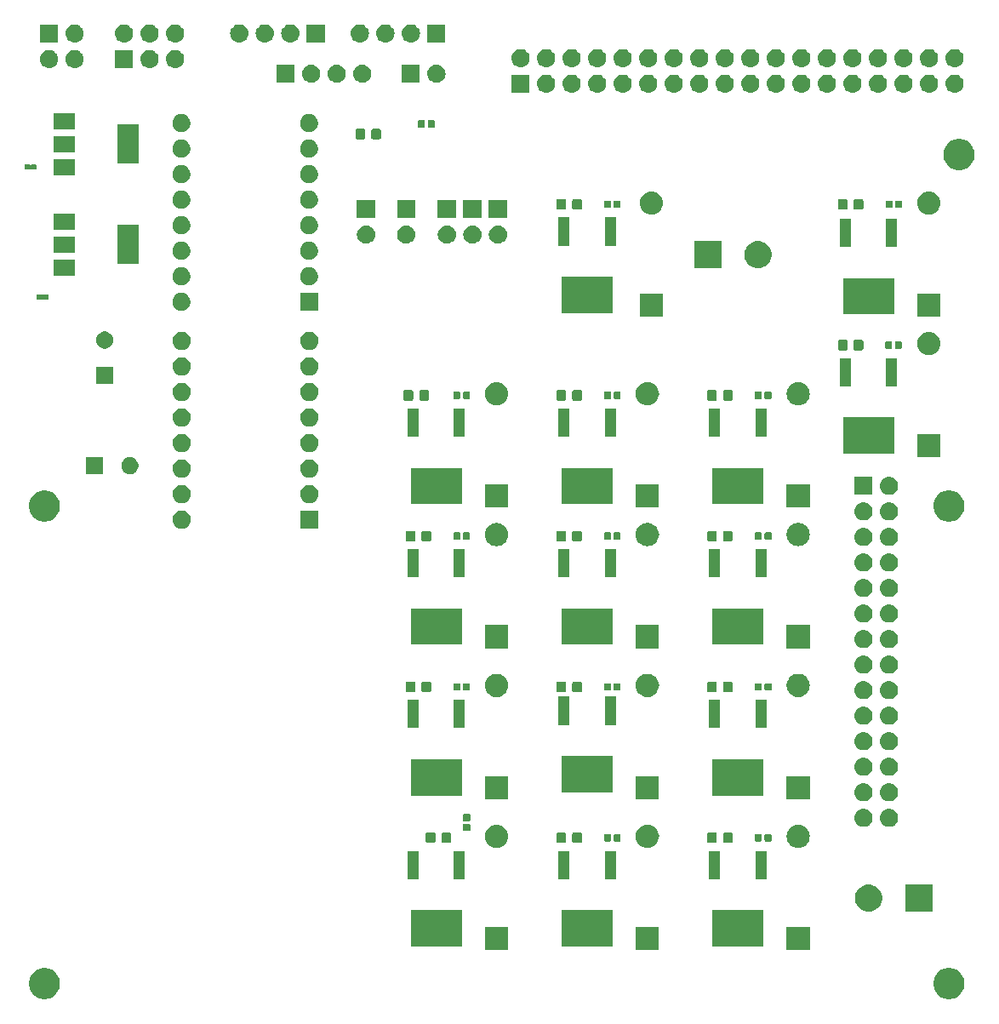
<source format=gbr>
G04 #@! TF.GenerationSoftware,KiCad,Pcbnew,(5.0.1)-3*
G04 #@! TF.CreationDate,2019-11-14T22:07:17-05:00*
G04 #@! TF.ProjectId,pcb_draft1,7063625F6472616674312E6B69636164,rev?*
G04 #@! TF.SameCoordinates,Original*
G04 #@! TF.FileFunction,Soldermask,Top*
G04 #@! TF.FilePolarity,Negative*
%FSLAX46Y46*%
G04 Gerber Fmt 4.6, Leading zero omitted, Abs format (unit mm)*
G04 Created by KiCad (PCBNEW (5.0.1)-3) date 11/14/2019 10:07:17 PM*
%MOMM*%
%LPD*%
G01*
G04 APERTURE LIST*
%ADD10C,0.100000*%
G04 APERTURE END LIST*
D10*
G36*
X120352527Y-110988736D02*
X120452410Y-111008604D01*
X120734674Y-111125521D01*
X120988705Y-111295259D01*
X121204741Y-111511295D01*
X121374479Y-111765326D01*
X121491396Y-112047590D01*
X121551000Y-112347240D01*
X121551000Y-112652760D01*
X121491396Y-112952410D01*
X121374479Y-113234674D01*
X121204741Y-113488705D01*
X120988705Y-113704741D01*
X120734674Y-113874479D01*
X120452410Y-113991396D01*
X120352527Y-114011264D01*
X120152762Y-114051000D01*
X119847238Y-114051000D01*
X119647473Y-114011264D01*
X119547590Y-113991396D01*
X119265326Y-113874479D01*
X119011295Y-113704741D01*
X118795259Y-113488705D01*
X118625521Y-113234674D01*
X118508604Y-112952410D01*
X118449000Y-112652760D01*
X118449000Y-112347240D01*
X118508604Y-112047590D01*
X118625521Y-111765326D01*
X118795259Y-111511295D01*
X119011295Y-111295259D01*
X119265326Y-111125521D01*
X119547590Y-111008604D01*
X119647473Y-110988736D01*
X119847238Y-110949000D01*
X120152762Y-110949000D01*
X120352527Y-110988736D01*
X120352527Y-110988736D01*
G37*
G36*
X30352527Y-110988736D02*
X30452410Y-111008604D01*
X30734674Y-111125521D01*
X30988705Y-111295259D01*
X31204741Y-111511295D01*
X31374479Y-111765326D01*
X31491396Y-112047590D01*
X31551000Y-112347240D01*
X31551000Y-112652760D01*
X31491396Y-112952410D01*
X31374479Y-113234674D01*
X31204741Y-113488705D01*
X30988705Y-113704741D01*
X30734674Y-113874479D01*
X30452410Y-113991396D01*
X30352527Y-114011264D01*
X30152762Y-114051000D01*
X29847238Y-114051000D01*
X29647473Y-114011264D01*
X29547590Y-113991396D01*
X29265326Y-113874479D01*
X29011295Y-113704741D01*
X28795259Y-113488705D01*
X28625521Y-113234674D01*
X28508604Y-112952410D01*
X28449000Y-112652760D01*
X28449000Y-112347240D01*
X28508604Y-112047590D01*
X28625521Y-111765326D01*
X28795259Y-111511295D01*
X29011295Y-111295259D01*
X29265326Y-111125521D01*
X29547590Y-111008604D01*
X29647473Y-110988736D01*
X29847238Y-110949000D01*
X30152762Y-110949000D01*
X30352527Y-110988736D01*
X30352527Y-110988736D01*
G37*
G36*
X91151000Y-109151000D02*
X88849000Y-109151000D01*
X88849000Y-106849000D01*
X91151000Y-106849000D01*
X91151000Y-109151000D01*
X91151000Y-109151000D01*
G37*
G36*
X76151000Y-109151000D02*
X73849000Y-109151000D01*
X73849000Y-106849000D01*
X76151000Y-106849000D01*
X76151000Y-109151000D01*
X76151000Y-109151000D01*
G37*
G36*
X106151000Y-109151000D02*
X103849000Y-109151000D01*
X103849000Y-106849000D01*
X106151000Y-106849000D01*
X106151000Y-109151000D01*
X106151000Y-109151000D01*
G37*
G36*
X101551000Y-108801000D02*
X96449000Y-108801000D01*
X96449000Y-105199000D01*
X101551000Y-105199000D01*
X101551000Y-108801000D01*
X101551000Y-108801000D01*
G37*
G36*
X71551000Y-108801000D02*
X66449000Y-108801000D01*
X66449000Y-105199000D01*
X71551000Y-105199000D01*
X71551000Y-108801000D01*
X71551000Y-108801000D01*
G37*
G36*
X86551000Y-108801000D02*
X81449000Y-108801000D01*
X81449000Y-105199000D01*
X86551000Y-105199000D01*
X86551000Y-108801000D01*
X86551000Y-108801000D01*
G37*
G36*
X112263567Y-102674959D02*
X112394072Y-102700918D01*
X112639939Y-102802759D01*
X112860464Y-102950110D01*
X112861215Y-102950612D01*
X113049388Y-103138785D01*
X113049390Y-103138788D01*
X113197241Y-103360061D01*
X113299082Y-103605928D01*
X113351000Y-103866938D01*
X113351000Y-104133062D01*
X113299082Y-104394072D01*
X113197241Y-104639939D01*
X113049890Y-104860464D01*
X113049388Y-104861215D01*
X112861215Y-105049388D01*
X112861212Y-105049390D01*
X112639939Y-105197241D01*
X112394072Y-105299082D01*
X112263567Y-105325041D01*
X112133063Y-105351000D01*
X111866937Y-105351000D01*
X111736433Y-105325041D01*
X111605928Y-105299082D01*
X111360061Y-105197241D01*
X111138788Y-105049390D01*
X111138785Y-105049388D01*
X110950612Y-104861215D01*
X110950110Y-104860464D01*
X110802759Y-104639939D01*
X110700918Y-104394072D01*
X110649000Y-104133062D01*
X110649000Y-103866938D01*
X110700918Y-103605928D01*
X110802759Y-103360061D01*
X110950610Y-103138788D01*
X110950612Y-103138785D01*
X111138785Y-102950612D01*
X111139536Y-102950110D01*
X111360061Y-102802759D01*
X111605928Y-102700918D01*
X111736433Y-102674959D01*
X111866937Y-102649000D01*
X112133063Y-102649000D01*
X112263567Y-102674959D01*
X112263567Y-102674959D01*
G37*
G36*
X118351000Y-105351000D02*
X115649000Y-105351000D01*
X115649000Y-102649000D01*
X118351000Y-102649000D01*
X118351000Y-105351000D01*
X118351000Y-105351000D01*
G37*
G36*
X82251000Y-102101000D02*
X81149000Y-102101000D01*
X81149000Y-99299000D01*
X82251000Y-99299000D01*
X82251000Y-102101000D01*
X82251000Y-102101000D01*
G37*
G36*
X86851000Y-102101000D02*
X85749000Y-102101000D01*
X85749000Y-99299000D01*
X86851000Y-99299000D01*
X86851000Y-102101000D01*
X86851000Y-102101000D01*
G37*
G36*
X97251000Y-102101000D02*
X96149000Y-102101000D01*
X96149000Y-99299000D01*
X97251000Y-99299000D01*
X97251000Y-102101000D01*
X97251000Y-102101000D01*
G37*
G36*
X101851000Y-102101000D02*
X100749000Y-102101000D01*
X100749000Y-99299000D01*
X101851000Y-99299000D01*
X101851000Y-102101000D01*
X101851000Y-102101000D01*
G37*
G36*
X67251000Y-102101000D02*
X66149000Y-102101000D01*
X66149000Y-99299000D01*
X67251000Y-99299000D01*
X67251000Y-102101000D01*
X67251000Y-102101000D01*
G37*
G36*
X71851000Y-102101000D02*
X70749000Y-102101000D01*
X70749000Y-99299000D01*
X71851000Y-99299000D01*
X71851000Y-102101000D01*
X71851000Y-102101000D01*
G37*
G36*
X105124180Y-96695662D02*
X105225635Y-96705654D01*
X105442600Y-96771470D01*
X105442602Y-96771471D01*
X105442605Y-96771472D01*
X105642556Y-96878347D01*
X105817818Y-97022182D01*
X105961653Y-97197444D01*
X106068528Y-97397395D01*
X106068529Y-97397398D01*
X106068530Y-97397400D01*
X106134346Y-97614365D01*
X106156569Y-97840000D01*
X106134346Y-98065635D01*
X106068530Y-98282600D01*
X106068528Y-98282605D01*
X105961653Y-98482556D01*
X105817818Y-98657818D01*
X105642556Y-98801653D01*
X105442605Y-98908528D01*
X105442602Y-98908529D01*
X105442600Y-98908530D01*
X105225635Y-98974346D01*
X105124180Y-98984338D01*
X105056545Y-98991000D01*
X104943455Y-98991000D01*
X104875820Y-98984338D01*
X104774365Y-98974346D01*
X104557400Y-98908530D01*
X104557398Y-98908529D01*
X104557395Y-98908528D01*
X104357444Y-98801653D01*
X104182182Y-98657818D01*
X104038347Y-98482556D01*
X103931472Y-98282605D01*
X103931470Y-98282600D01*
X103865654Y-98065635D01*
X103843431Y-97840000D01*
X103865654Y-97614365D01*
X103931470Y-97397400D01*
X103931471Y-97397398D01*
X103931472Y-97397395D01*
X104038347Y-97197444D01*
X104182182Y-97022182D01*
X104357444Y-96878347D01*
X104557395Y-96771472D01*
X104557398Y-96771471D01*
X104557400Y-96771470D01*
X104774365Y-96705654D01*
X104875820Y-96695662D01*
X104943455Y-96689000D01*
X105056545Y-96689000D01*
X105124180Y-96695662D01*
X105124180Y-96695662D01*
G37*
G36*
X90124180Y-96695662D02*
X90225635Y-96705654D01*
X90442600Y-96771470D01*
X90442602Y-96771471D01*
X90442605Y-96771472D01*
X90642556Y-96878347D01*
X90817818Y-97022182D01*
X90961653Y-97197444D01*
X91068528Y-97397395D01*
X91068529Y-97397398D01*
X91068530Y-97397400D01*
X91134346Y-97614365D01*
X91156569Y-97840000D01*
X91134346Y-98065635D01*
X91068530Y-98282600D01*
X91068528Y-98282605D01*
X90961653Y-98482556D01*
X90817818Y-98657818D01*
X90642556Y-98801653D01*
X90442605Y-98908528D01*
X90442602Y-98908529D01*
X90442600Y-98908530D01*
X90225635Y-98974346D01*
X90124180Y-98984338D01*
X90056545Y-98991000D01*
X89943455Y-98991000D01*
X89875820Y-98984338D01*
X89774365Y-98974346D01*
X89557400Y-98908530D01*
X89557398Y-98908529D01*
X89557395Y-98908528D01*
X89357444Y-98801653D01*
X89182182Y-98657818D01*
X89038347Y-98482556D01*
X88931472Y-98282605D01*
X88931470Y-98282600D01*
X88865654Y-98065635D01*
X88843431Y-97840000D01*
X88865654Y-97614365D01*
X88931470Y-97397400D01*
X88931471Y-97397398D01*
X88931472Y-97397395D01*
X89038347Y-97197444D01*
X89182182Y-97022182D01*
X89357444Y-96878347D01*
X89557395Y-96771472D01*
X89557398Y-96771471D01*
X89557400Y-96771470D01*
X89774365Y-96705654D01*
X89875820Y-96695662D01*
X89943455Y-96689000D01*
X90056545Y-96689000D01*
X90124180Y-96695662D01*
X90124180Y-96695662D01*
G37*
G36*
X75124180Y-96695662D02*
X75225635Y-96705654D01*
X75442600Y-96771470D01*
X75442602Y-96771471D01*
X75442605Y-96771472D01*
X75642556Y-96878347D01*
X75817818Y-97022182D01*
X75961653Y-97197444D01*
X76068528Y-97397395D01*
X76068529Y-97397398D01*
X76068530Y-97397400D01*
X76134346Y-97614365D01*
X76156569Y-97840000D01*
X76134346Y-98065635D01*
X76068530Y-98282600D01*
X76068528Y-98282605D01*
X75961653Y-98482556D01*
X75817818Y-98657818D01*
X75642556Y-98801653D01*
X75442605Y-98908528D01*
X75442602Y-98908529D01*
X75442600Y-98908530D01*
X75225635Y-98974346D01*
X75124180Y-98984338D01*
X75056545Y-98991000D01*
X74943455Y-98991000D01*
X74875820Y-98984338D01*
X74774365Y-98974346D01*
X74557400Y-98908530D01*
X74557398Y-98908529D01*
X74557395Y-98908528D01*
X74357444Y-98801653D01*
X74182182Y-98657818D01*
X74038347Y-98482556D01*
X73931472Y-98282605D01*
X73931470Y-98282600D01*
X73865654Y-98065635D01*
X73843431Y-97840000D01*
X73865654Y-97614365D01*
X73931470Y-97397400D01*
X73931471Y-97397398D01*
X73931472Y-97397395D01*
X74038347Y-97197444D01*
X74182182Y-97022182D01*
X74357444Y-96878347D01*
X74557395Y-96771472D01*
X74557398Y-96771471D01*
X74557400Y-96771470D01*
X74774365Y-96705654D01*
X74875820Y-96695662D01*
X74943455Y-96689000D01*
X75056545Y-96689000D01*
X75124180Y-96695662D01*
X75124180Y-96695662D01*
G37*
G36*
X68767091Y-97478085D02*
X68801069Y-97488393D01*
X68832387Y-97505133D01*
X68859839Y-97527661D01*
X68882367Y-97555113D01*
X68899107Y-97586431D01*
X68909415Y-97620409D01*
X68913500Y-97661890D01*
X68913500Y-98338110D01*
X68909415Y-98379591D01*
X68899107Y-98413569D01*
X68882367Y-98444887D01*
X68859839Y-98472339D01*
X68832387Y-98494867D01*
X68801069Y-98511607D01*
X68767091Y-98521915D01*
X68725610Y-98526000D01*
X68124390Y-98526000D01*
X68082909Y-98521915D01*
X68048931Y-98511607D01*
X68017613Y-98494867D01*
X67990161Y-98472339D01*
X67967633Y-98444887D01*
X67950893Y-98413569D01*
X67940585Y-98379591D01*
X67936500Y-98338110D01*
X67936500Y-97661890D01*
X67940585Y-97620409D01*
X67950893Y-97586431D01*
X67967633Y-97555113D01*
X67990161Y-97527661D01*
X68017613Y-97505133D01*
X68048931Y-97488393D01*
X68082909Y-97478085D01*
X68124390Y-97474000D01*
X68725610Y-97474000D01*
X68767091Y-97478085D01*
X68767091Y-97478085D01*
G37*
G36*
X81767091Y-97478085D02*
X81801069Y-97488393D01*
X81832387Y-97505133D01*
X81859839Y-97527661D01*
X81882367Y-97555113D01*
X81899107Y-97586431D01*
X81909415Y-97620409D01*
X81913500Y-97661890D01*
X81913500Y-98338110D01*
X81909415Y-98379591D01*
X81899107Y-98413569D01*
X81882367Y-98444887D01*
X81859839Y-98472339D01*
X81832387Y-98494867D01*
X81801069Y-98511607D01*
X81767091Y-98521915D01*
X81725610Y-98526000D01*
X81124390Y-98526000D01*
X81082909Y-98521915D01*
X81048931Y-98511607D01*
X81017613Y-98494867D01*
X80990161Y-98472339D01*
X80967633Y-98444887D01*
X80950893Y-98413569D01*
X80940585Y-98379591D01*
X80936500Y-98338110D01*
X80936500Y-97661890D01*
X80940585Y-97620409D01*
X80950893Y-97586431D01*
X80967633Y-97555113D01*
X80990161Y-97527661D01*
X81017613Y-97505133D01*
X81048931Y-97488393D01*
X81082909Y-97478085D01*
X81124390Y-97474000D01*
X81725610Y-97474000D01*
X81767091Y-97478085D01*
X81767091Y-97478085D01*
G37*
G36*
X70342091Y-97478085D02*
X70376069Y-97488393D01*
X70407387Y-97505133D01*
X70434839Y-97527661D01*
X70457367Y-97555113D01*
X70474107Y-97586431D01*
X70484415Y-97620409D01*
X70488500Y-97661890D01*
X70488500Y-98338110D01*
X70484415Y-98379591D01*
X70474107Y-98413569D01*
X70457367Y-98444887D01*
X70434839Y-98472339D01*
X70407387Y-98494867D01*
X70376069Y-98511607D01*
X70342091Y-98521915D01*
X70300610Y-98526000D01*
X69699390Y-98526000D01*
X69657909Y-98521915D01*
X69623931Y-98511607D01*
X69592613Y-98494867D01*
X69565161Y-98472339D01*
X69542633Y-98444887D01*
X69525893Y-98413569D01*
X69515585Y-98379591D01*
X69511500Y-98338110D01*
X69511500Y-97661890D01*
X69515585Y-97620409D01*
X69525893Y-97586431D01*
X69542633Y-97555113D01*
X69565161Y-97527661D01*
X69592613Y-97505133D01*
X69623931Y-97488393D01*
X69657909Y-97478085D01*
X69699390Y-97474000D01*
X70300610Y-97474000D01*
X70342091Y-97478085D01*
X70342091Y-97478085D01*
G37*
G36*
X98342091Y-97478085D02*
X98376069Y-97488393D01*
X98407387Y-97505133D01*
X98434839Y-97527661D01*
X98457367Y-97555113D01*
X98474107Y-97586431D01*
X98484415Y-97620409D01*
X98488500Y-97661890D01*
X98488500Y-98338110D01*
X98484415Y-98379591D01*
X98474107Y-98413569D01*
X98457367Y-98444887D01*
X98434839Y-98472339D01*
X98407387Y-98494867D01*
X98376069Y-98511607D01*
X98342091Y-98521915D01*
X98300610Y-98526000D01*
X97699390Y-98526000D01*
X97657909Y-98521915D01*
X97623931Y-98511607D01*
X97592613Y-98494867D01*
X97565161Y-98472339D01*
X97542633Y-98444887D01*
X97525893Y-98413569D01*
X97515585Y-98379591D01*
X97511500Y-98338110D01*
X97511500Y-97661890D01*
X97515585Y-97620409D01*
X97525893Y-97586431D01*
X97542633Y-97555113D01*
X97565161Y-97527661D01*
X97592613Y-97505133D01*
X97623931Y-97488393D01*
X97657909Y-97478085D01*
X97699390Y-97474000D01*
X98300610Y-97474000D01*
X98342091Y-97478085D01*
X98342091Y-97478085D01*
G37*
G36*
X83342091Y-97478085D02*
X83376069Y-97488393D01*
X83407387Y-97505133D01*
X83434839Y-97527661D01*
X83457367Y-97555113D01*
X83474107Y-97586431D01*
X83484415Y-97620409D01*
X83488500Y-97661890D01*
X83488500Y-98338110D01*
X83484415Y-98379591D01*
X83474107Y-98413569D01*
X83457367Y-98444887D01*
X83434839Y-98472339D01*
X83407387Y-98494867D01*
X83376069Y-98511607D01*
X83342091Y-98521915D01*
X83300610Y-98526000D01*
X82699390Y-98526000D01*
X82657909Y-98521915D01*
X82623931Y-98511607D01*
X82592613Y-98494867D01*
X82565161Y-98472339D01*
X82542633Y-98444887D01*
X82525893Y-98413569D01*
X82515585Y-98379591D01*
X82511500Y-98338110D01*
X82511500Y-97661890D01*
X82515585Y-97620409D01*
X82525893Y-97586431D01*
X82542633Y-97555113D01*
X82565161Y-97527661D01*
X82592613Y-97505133D01*
X82623931Y-97488393D01*
X82657909Y-97478085D01*
X82699390Y-97474000D01*
X83300610Y-97474000D01*
X83342091Y-97478085D01*
X83342091Y-97478085D01*
G37*
G36*
X96767091Y-97478085D02*
X96801069Y-97488393D01*
X96832387Y-97505133D01*
X96859839Y-97527661D01*
X96882367Y-97555113D01*
X96899107Y-97586431D01*
X96909415Y-97620409D01*
X96913500Y-97661890D01*
X96913500Y-98338110D01*
X96909415Y-98379591D01*
X96899107Y-98413569D01*
X96882367Y-98444887D01*
X96859839Y-98472339D01*
X96832387Y-98494867D01*
X96801069Y-98511607D01*
X96767091Y-98521915D01*
X96725610Y-98526000D01*
X96124390Y-98526000D01*
X96082909Y-98521915D01*
X96048931Y-98511607D01*
X96017613Y-98494867D01*
X95990161Y-98472339D01*
X95967633Y-98444887D01*
X95950893Y-98413569D01*
X95940585Y-98379591D01*
X95936500Y-98338110D01*
X95936500Y-97661890D01*
X95940585Y-97620409D01*
X95950893Y-97586431D01*
X95967633Y-97555113D01*
X95990161Y-97527661D01*
X96017613Y-97505133D01*
X96048931Y-97488393D01*
X96082909Y-97478085D01*
X96124390Y-97474000D01*
X96725610Y-97474000D01*
X96767091Y-97478085D01*
X96767091Y-97478085D01*
G37*
G36*
X87256938Y-97631716D02*
X87277556Y-97637970D01*
X87296556Y-97648126D01*
X87313208Y-97661792D01*
X87326874Y-97678444D01*
X87337030Y-97697444D01*
X87343284Y-97718062D01*
X87346000Y-97745640D01*
X87346000Y-98254360D01*
X87343284Y-98281938D01*
X87337030Y-98302556D01*
X87326874Y-98321556D01*
X87313208Y-98338208D01*
X87296556Y-98351874D01*
X87277556Y-98362030D01*
X87256938Y-98368284D01*
X87229360Y-98371000D01*
X86770640Y-98371000D01*
X86743062Y-98368284D01*
X86722444Y-98362030D01*
X86703444Y-98351874D01*
X86686792Y-98338208D01*
X86673126Y-98321556D01*
X86662970Y-98302556D01*
X86656716Y-98281938D01*
X86654000Y-98254360D01*
X86654000Y-97745640D01*
X86656716Y-97718062D01*
X86662970Y-97697444D01*
X86673126Y-97678444D01*
X86686792Y-97661792D01*
X86703444Y-97648126D01*
X86722444Y-97637970D01*
X86743062Y-97631716D01*
X86770640Y-97629000D01*
X87229360Y-97629000D01*
X87256938Y-97631716D01*
X87256938Y-97631716D01*
G37*
G36*
X86286938Y-97631716D02*
X86307556Y-97637970D01*
X86326556Y-97648126D01*
X86343208Y-97661792D01*
X86356874Y-97678444D01*
X86367030Y-97697444D01*
X86373284Y-97718062D01*
X86376000Y-97745640D01*
X86376000Y-98254360D01*
X86373284Y-98281938D01*
X86367030Y-98302556D01*
X86356874Y-98321556D01*
X86343208Y-98338208D01*
X86326556Y-98351874D01*
X86307556Y-98362030D01*
X86286938Y-98368284D01*
X86259360Y-98371000D01*
X85800640Y-98371000D01*
X85773062Y-98368284D01*
X85752444Y-98362030D01*
X85733444Y-98351874D01*
X85716792Y-98338208D01*
X85703126Y-98321556D01*
X85692970Y-98302556D01*
X85686716Y-98281938D01*
X85684000Y-98254360D01*
X85684000Y-97745640D01*
X85686716Y-97718062D01*
X85692970Y-97697444D01*
X85703126Y-97678444D01*
X85716792Y-97661792D01*
X85733444Y-97648126D01*
X85752444Y-97637970D01*
X85773062Y-97631716D01*
X85800640Y-97629000D01*
X86259360Y-97629000D01*
X86286938Y-97631716D01*
X86286938Y-97631716D01*
G37*
G36*
X101286938Y-97631716D02*
X101307556Y-97637970D01*
X101326556Y-97648126D01*
X101343208Y-97661792D01*
X101356874Y-97678444D01*
X101367030Y-97697444D01*
X101373284Y-97718062D01*
X101376000Y-97745640D01*
X101376000Y-98254360D01*
X101373284Y-98281938D01*
X101367030Y-98302556D01*
X101356874Y-98321556D01*
X101343208Y-98338208D01*
X101326556Y-98351874D01*
X101307556Y-98362030D01*
X101286938Y-98368284D01*
X101259360Y-98371000D01*
X100800640Y-98371000D01*
X100773062Y-98368284D01*
X100752444Y-98362030D01*
X100733444Y-98351874D01*
X100716792Y-98338208D01*
X100703126Y-98321556D01*
X100692970Y-98302556D01*
X100686716Y-98281938D01*
X100684000Y-98254360D01*
X100684000Y-97745640D01*
X100686716Y-97718062D01*
X100692970Y-97697444D01*
X100703126Y-97678444D01*
X100716792Y-97661792D01*
X100733444Y-97648126D01*
X100752444Y-97637970D01*
X100773062Y-97631716D01*
X100800640Y-97629000D01*
X101259360Y-97629000D01*
X101286938Y-97631716D01*
X101286938Y-97631716D01*
G37*
G36*
X102256938Y-97631716D02*
X102277556Y-97637970D01*
X102296556Y-97648126D01*
X102313208Y-97661792D01*
X102326874Y-97678444D01*
X102337030Y-97697444D01*
X102343284Y-97718062D01*
X102346000Y-97745640D01*
X102346000Y-98254360D01*
X102343284Y-98281938D01*
X102337030Y-98302556D01*
X102326874Y-98321556D01*
X102313208Y-98338208D01*
X102296556Y-98351874D01*
X102277556Y-98362030D01*
X102256938Y-98368284D01*
X102229360Y-98371000D01*
X101770640Y-98371000D01*
X101743062Y-98368284D01*
X101722444Y-98362030D01*
X101703444Y-98351874D01*
X101686792Y-98338208D01*
X101673126Y-98321556D01*
X101662970Y-98302556D01*
X101656716Y-98281938D01*
X101654000Y-98254360D01*
X101654000Y-97745640D01*
X101656716Y-97718062D01*
X101662970Y-97697444D01*
X101673126Y-97678444D01*
X101686792Y-97661792D01*
X101703444Y-97648126D01*
X101722444Y-97637970D01*
X101743062Y-97631716D01*
X101770640Y-97629000D01*
X102229360Y-97629000D01*
X102256938Y-97631716D01*
X102256938Y-97631716D01*
G37*
G36*
X72281938Y-96626716D02*
X72302556Y-96632970D01*
X72321556Y-96643126D01*
X72338208Y-96656792D01*
X72351874Y-96673444D01*
X72362030Y-96692444D01*
X72368284Y-96713062D01*
X72371000Y-96740640D01*
X72371000Y-97199360D01*
X72368284Y-97226938D01*
X72362030Y-97247556D01*
X72351874Y-97266556D01*
X72338208Y-97283208D01*
X72321556Y-97296874D01*
X72302556Y-97307030D01*
X72281938Y-97313284D01*
X72254360Y-97316000D01*
X71745640Y-97316000D01*
X71718062Y-97313284D01*
X71697444Y-97307030D01*
X71678444Y-97296874D01*
X71661792Y-97283208D01*
X71648126Y-97266556D01*
X71637970Y-97247556D01*
X71631716Y-97226938D01*
X71629000Y-97199360D01*
X71629000Y-96740640D01*
X71631716Y-96713062D01*
X71637970Y-96692444D01*
X71648126Y-96673444D01*
X71661792Y-96656792D01*
X71678444Y-96643126D01*
X71697444Y-96632970D01*
X71718062Y-96626716D01*
X71745640Y-96624000D01*
X72254360Y-96624000D01*
X72281938Y-96626716D01*
X72281938Y-96626716D01*
G37*
G36*
X114150442Y-95125518D02*
X114216627Y-95132037D01*
X114329853Y-95166384D01*
X114386467Y-95183557D01*
X114525087Y-95257652D01*
X114542991Y-95267222D01*
X114578729Y-95296552D01*
X114680186Y-95379814D01*
X114763448Y-95481271D01*
X114792778Y-95517009D01*
X114792779Y-95517011D01*
X114876443Y-95673533D01*
X114876443Y-95673534D01*
X114927963Y-95843373D01*
X114945359Y-96020000D01*
X114927963Y-96196627D01*
X114898022Y-96295329D01*
X114876443Y-96366467D01*
X114802348Y-96505087D01*
X114792778Y-96522991D01*
X114763448Y-96558729D01*
X114680186Y-96660186D01*
X114615755Y-96713062D01*
X114542991Y-96772778D01*
X114542989Y-96772779D01*
X114386467Y-96856443D01*
X114329853Y-96873616D01*
X114216627Y-96907963D01*
X114150443Y-96914481D01*
X114084260Y-96921000D01*
X113995740Y-96921000D01*
X113929557Y-96914481D01*
X113863373Y-96907963D01*
X113750147Y-96873616D01*
X113693533Y-96856443D01*
X113537011Y-96772779D01*
X113537009Y-96772778D01*
X113464245Y-96713062D01*
X113399814Y-96660186D01*
X113316552Y-96558729D01*
X113287222Y-96522991D01*
X113277652Y-96505087D01*
X113203557Y-96366467D01*
X113181978Y-96295329D01*
X113152037Y-96196627D01*
X113134641Y-96020000D01*
X113152037Y-95843373D01*
X113203557Y-95673534D01*
X113203557Y-95673533D01*
X113287221Y-95517011D01*
X113287222Y-95517009D01*
X113316552Y-95481271D01*
X113399814Y-95379814D01*
X113501271Y-95296552D01*
X113537009Y-95267222D01*
X113554913Y-95257652D01*
X113693533Y-95183557D01*
X113750147Y-95166384D01*
X113863373Y-95132037D01*
X113929558Y-95125518D01*
X113995740Y-95119000D01*
X114084260Y-95119000D01*
X114150442Y-95125518D01*
X114150442Y-95125518D01*
G37*
G36*
X111610442Y-95125518D02*
X111676627Y-95132037D01*
X111789853Y-95166384D01*
X111846467Y-95183557D01*
X111985087Y-95257652D01*
X112002991Y-95267222D01*
X112038729Y-95296552D01*
X112140186Y-95379814D01*
X112223448Y-95481271D01*
X112252778Y-95517009D01*
X112252779Y-95517011D01*
X112336443Y-95673533D01*
X112336443Y-95673534D01*
X112387963Y-95843373D01*
X112405359Y-96020000D01*
X112387963Y-96196627D01*
X112358022Y-96295329D01*
X112336443Y-96366467D01*
X112262348Y-96505087D01*
X112252778Y-96522991D01*
X112223448Y-96558729D01*
X112140186Y-96660186D01*
X112075755Y-96713062D01*
X112002991Y-96772778D01*
X112002989Y-96772779D01*
X111846467Y-96856443D01*
X111789853Y-96873616D01*
X111676627Y-96907963D01*
X111610443Y-96914481D01*
X111544260Y-96921000D01*
X111455740Y-96921000D01*
X111389557Y-96914481D01*
X111323373Y-96907963D01*
X111210147Y-96873616D01*
X111153533Y-96856443D01*
X110997011Y-96772779D01*
X110997009Y-96772778D01*
X110924245Y-96713062D01*
X110859814Y-96660186D01*
X110776552Y-96558729D01*
X110747222Y-96522991D01*
X110737652Y-96505087D01*
X110663557Y-96366467D01*
X110641978Y-96295329D01*
X110612037Y-96196627D01*
X110594641Y-96020000D01*
X110612037Y-95843373D01*
X110663557Y-95673534D01*
X110663557Y-95673533D01*
X110747221Y-95517011D01*
X110747222Y-95517009D01*
X110776552Y-95481271D01*
X110859814Y-95379814D01*
X110961271Y-95296552D01*
X110997009Y-95267222D01*
X111014913Y-95257652D01*
X111153533Y-95183557D01*
X111210147Y-95166384D01*
X111323373Y-95132037D01*
X111389558Y-95125518D01*
X111455740Y-95119000D01*
X111544260Y-95119000D01*
X111610442Y-95125518D01*
X111610442Y-95125518D01*
G37*
G36*
X72281938Y-95656716D02*
X72302556Y-95662970D01*
X72321556Y-95673126D01*
X72338208Y-95686792D01*
X72351874Y-95703444D01*
X72362030Y-95722444D01*
X72368284Y-95743062D01*
X72371000Y-95770640D01*
X72371000Y-96229360D01*
X72368284Y-96256938D01*
X72362030Y-96277556D01*
X72351874Y-96296556D01*
X72338208Y-96313208D01*
X72321556Y-96326874D01*
X72302556Y-96337030D01*
X72281938Y-96343284D01*
X72254360Y-96346000D01*
X71745640Y-96346000D01*
X71718062Y-96343284D01*
X71697444Y-96337030D01*
X71678444Y-96326874D01*
X71661792Y-96313208D01*
X71648126Y-96296556D01*
X71637970Y-96277556D01*
X71631716Y-96256938D01*
X71629000Y-96229360D01*
X71629000Y-95770640D01*
X71631716Y-95743062D01*
X71637970Y-95722444D01*
X71648126Y-95703444D01*
X71661792Y-95686792D01*
X71678444Y-95673126D01*
X71697444Y-95662970D01*
X71718062Y-95656716D01*
X71745640Y-95654000D01*
X72254360Y-95654000D01*
X72281938Y-95656716D01*
X72281938Y-95656716D01*
G37*
G36*
X111610443Y-92585519D02*
X111676627Y-92592037D01*
X111789853Y-92626384D01*
X111846467Y-92643557D01*
X111985087Y-92717652D01*
X112002991Y-92727222D01*
X112038729Y-92756552D01*
X112140186Y-92839814D01*
X112223448Y-92941271D01*
X112252778Y-92977009D01*
X112252779Y-92977011D01*
X112336443Y-93133533D01*
X112336443Y-93133534D01*
X112387963Y-93303373D01*
X112405359Y-93480000D01*
X112387963Y-93656627D01*
X112353616Y-93769853D01*
X112336443Y-93826467D01*
X112262348Y-93965087D01*
X112252778Y-93982991D01*
X112223448Y-94018729D01*
X112140186Y-94120186D01*
X112038729Y-94203448D01*
X112002991Y-94232778D01*
X112002989Y-94232779D01*
X111846467Y-94316443D01*
X111789853Y-94333616D01*
X111676627Y-94367963D01*
X111610442Y-94374482D01*
X111544260Y-94381000D01*
X111455740Y-94381000D01*
X111389558Y-94374482D01*
X111323373Y-94367963D01*
X111210147Y-94333616D01*
X111153533Y-94316443D01*
X110997011Y-94232779D01*
X110997009Y-94232778D01*
X110961271Y-94203448D01*
X110859814Y-94120186D01*
X110776552Y-94018729D01*
X110747222Y-93982991D01*
X110737652Y-93965087D01*
X110663557Y-93826467D01*
X110646384Y-93769853D01*
X110612037Y-93656627D01*
X110594641Y-93480000D01*
X110612037Y-93303373D01*
X110663557Y-93133534D01*
X110663557Y-93133533D01*
X110747221Y-92977011D01*
X110747222Y-92977009D01*
X110776552Y-92941271D01*
X110859814Y-92839814D01*
X110961271Y-92756552D01*
X110997009Y-92727222D01*
X111014913Y-92717652D01*
X111153533Y-92643557D01*
X111210147Y-92626384D01*
X111323373Y-92592037D01*
X111389557Y-92585519D01*
X111455740Y-92579000D01*
X111544260Y-92579000D01*
X111610443Y-92585519D01*
X111610443Y-92585519D01*
G37*
G36*
X114150443Y-92585519D02*
X114216627Y-92592037D01*
X114329853Y-92626384D01*
X114386467Y-92643557D01*
X114525087Y-92717652D01*
X114542991Y-92727222D01*
X114578729Y-92756552D01*
X114680186Y-92839814D01*
X114763448Y-92941271D01*
X114792778Y-92977009D01*
X114792779Y-92977011D01*
X114876443Y-93133533D01*
X114876443Y-93133534D01*
X114927963Y-93303373D01*
X114945359Y-93480000D01*
X114927963Y-93656627D01*
X114893616Y-93769853D01*
X114876443Y-93826467D01*
X114802348Y-93965087D01*
X114792778Y-93982991D01*
X114763448Y-94018729D01*
X114680186Y-94120186D01*
X114578729Y-94203448D01*
X114542991Y-94232778D01*
X114542989Y-94232779D01*
X114386467Y-94316443D01*
X114329853Y-94333616D01*
X114216627Y-94367963D01*
X114150442Y-94374482D01*
X114084260Y-94381000D01*
X113995740Y-94381000D01*
X113929558Y-94374482D01*
X113863373Y-94367963D01*
X113750147Y-94333616D01*
X113693533Y-94316443D01*
X113537011Y-94232779D01*
X113537009Y-94232778D01*
X113501271Y-94203448D01*
X113399814Y-94120186D01*
X113316552Y-94018729D01*
X113287222Y-93982991D01*
X113277652Y-93965087D01*
X113203557Y-93826467D01*
X113186384Y-93769853D01*
X113152037Y-93656627D01*
X113134641Y-93480000D01*
X113152037Y-93303373D01*
X113203557Y-93133534D01*
X113203557Y-93133533D01*
X113287221Y-92977011D01*
X113287222Y-92977009D01*
X113316552Y-92941271D01*
X113399814Y-92839814D01*
X113501271Y-92756552D01*
X113537009Y-92727222D01*
X113554913Y-92717652D01*
X113693533Y-92643557D01*
X113750147Y-92626384D01*
X113863373Y-92592037D01*
X113929557Y-92585519D01*
X113995740Y-92579000D01*
X114084260Y-92579000D01*
X114150443Y-92585519D01*
X114150443Y-92585519D01*
G37*
G36*
X76151000Y-94151000D02*
X73849000Y-94151000D01*
X73849000Y-91849000D01*
X76151000Y-91849000D01*
X76151000Y-94151000D01*
X76151000Y-94151000D01*
G37*
G36*
X91151000Y-94151000D02*
X88849000Y-94151000D01*
X88849000Y-91849000D01*
X91151000Y-91849000D01*
X91151000Y-94151000D01*
X91151000Y-94151000D01*
G37*
G36*
X106151000Y-94151000D02*
X103849000Y-94151000D01*
X103849000Y-91849000D01*
X106151000Y-91849000D01*
X106151000Y-94151000D01*
X106151000Y-94151000D01*
G37*
G36*
X71551000Y-93801000D02*
X66449000Y-93801000D01*
X66449000Y-90199000D01*
X71551000Y-90199000D01*
X71551000Y-93801000D01*
X71551000Y-93801000D01*
G37*
G36*
X101551000Y-93801000D02*
X96449000Y-93801000D01*
X96449000Y-90199000D01*
X101551000Y-90199000D01*
X101551000Y-93801000D01*
X101551000Y-93801000D01*
G37*
G36*
X86551000Y-93473000D02*
X81449000Y-93473000D01*
X81449000Y-89871000D01*
X86551000Y-89871000D01*
X86551000Y-93473000D01*
X86551000Y-93473000D01*
G37*
G36*
X114150442Y-90045518D02*
X114216627Y-90052037D01*
X114329853Y-90086384D01*
X114386467Y-90103557D01*
X114525087Y-90177652D01*
X114542991Y-90187222D01*
X114557342Y-90199000D01*
X114680186Y-90299814D01*
X114763448Y-90401271D01*
X114792778Y-90437009D01*
X114792779Y-90437011D01*
X114876443Y-90593533D01*
X114876443Y-90593534D01*
X114927963Y-90763373D01*
X114945359Y-90940000D01*
X114927963Y-91116627D01*
X114893616Y-91229853D01*
X114876443Y-91286467D01*
X114802348Y-91425087D01*
X114792778Y-91442991D01*
X114763448Y-91478729D01*
X114680186Y-91580186D01*
X114578729Y-91663448D01*
X114542991Y-91692778D01*
X114542989Y-91692779D01*
X114386467Y-91776443D01*
X114329853Y-91793616D01*
X114216627Y-91827963D01*
X114150442Y-91834482D01*
X114084260Y-91841000D01*
X113995740Y-91841000D01*
X113929558Y-91834482D01*
X113863373Y-91827963D01*
X113750147Y-91793616D01*
X113693533Y-91776443D01*
X113537011Y-91692779D01*
X113537009Y-91692778D01*
X113501271Y-91663448D01*
X113399814Y-91580186D01*
X113316552Y-91478729D01*
X113287222Y-91442991D01*
X113277652Y-91425087D01*
X113203557Y-91286467D01*
X113186384Y-91229853D01*
X113152037Y-91116627D01*
X113134641Y-90940000D01*
X113152037Y-90763373D01*
X113203557Y-90593534D01*
X113203557Y-90593533D01*
X113287221Y-90437011D01*
X113287222Y-90437009D01*
X113316552Y-90401271D01*
X113399814Y-90299814D01*
X113522658Y-90199000D01*
X113537009Y-90187222D01*
X113554913Y-90177652D01*
X113693533Y-90103557D01*
X113750147Y-90086384D01*
X113863373Y-90052037D01*
X113929558Y-90045518D01*
X113995740Y-90039000D01*
X114084260Y-90039000D01*
X114150442Y-90045518D01*
X114150442Y-90045518D01*
G37*
G36*
X111610442Y-90045518D02*
X111676627Y-90052037D01*
X111789853Y-90086384D01*
X111846467Y-90103557D01*
X111985087Y-90177652D01*
X112002991Y-90187222D01*
X112017342Y-90199000D01*
X112140186Y-90299814D01*
X112223448Y-90401271D01*
X112252778Y-90437009D01*
X112252779Y-90437011D01*
X112336443Y-90593533D01*
X112336443Y-90593534D01*
X112387963Y-90763373D01*
X112405359Y-90940000D01*
X112387963Y-91116627D01*
X112353616Y-91229853D01*
X112336443Y-91286467D01*
X112262348Y-91425087D01*
X112252778Y-91442991D01*
X112223448Y-91478729D01*
X112140186Y-91580186D01*
X112038729Y-91663448D01*
X112002991Y-91692778D01*
X112002989Y-91692779D01*
X111846467Y-91776443D01*
X111789853Y-91793616D01*
X111676627Y-91827963D01*
X111610442Y-91834482D01*
X111544260Y-91841000D01*
X111455740Y-91841000D01*
X111389558Y-91834482D01*
X111323373Y-91827963D01*
X111210147Y-91793616D01*
X111153533Y-91776443D01*
X110997011Y-91692779D01*
X110997009Y-91692778D01*
X110961271Y-91663448D01*
X110859814Y-91580186D01*
X110776552Y-91478729D01*
X110747222Y-91442991D01*
X110737652Y-91425087D01*
X110663557Y-91286467D01*
X110646384Y-91229853D01*
X110612037Y-91116627D01*
X110594641Y-90940000D01*
X110612037Y-90763373D01*
X110663557Y-90593534D01*
X110663557Y-90593533D01*
X110747221Y-90437011D01*
X110747222Y-90437009D01*
X110776552Y-90401271D01*
X110859814Y-90299814D01*
X110982658Y-90199000D01*
X110997009Y-90187222D01*
X111014913Y-90177652D01*
X111153533Y-90103557D01*
X111210147Y-90086384D01*
X111323373Y-90052037D01*
X111389558Y-90045518D01*
X111455740Y-90039000D01*
X111544260Y-90039000D01*
X111610442Y-90045518D01*
X111610442Y-90045518D01*
G37*
G36*
X114150442Y-87505518D02*
X114216627Y-87512037D01*
X114329853Y-87546384D01*
X114386467Y-87563557D01*
X114525087Y-87637652D01*
X114542991Y-87647222D01*
X114578729Y-87676552D01*
X114680186Y-87759814D01*
X114763448Y-87861271D01*
X114792778Y-87897009D01*
X114792779Y-87897011D01*
X114876443Y-88053533D01*
X114876443Y-88053534D01*
X114927963Y-88223373D01*
X114945359Y-88400000D01*
X114927963Y-88576627D01*
X114893616Y-88689853D01*
X114876443Y-88746467D01*
X114802348Y-88885087D01*
X114792778Y-88902991D01*
X114763448Y-88938729D01*
X114680186Y-89040186D01*
X114578729Y-89123448D01*
X114542991Y-89152778D01*
X114542989Y-89152779D01*
X114386467Y-89236443D01*
X114329853Y-89253616D01*
X114216627Y-89287963D01*
X114150443Y-89294481D01*
X114084260Y-89301000D01*
X113995740Y-89301000D01*
X113929557Y-89294481D01*
X113863373Y-89287963D01*
X113750147Y-89253616D01*
X113693533Y-89236443D01*
X113537011Y-89152779D01*
X113537009Y-89152778D01*
X113501271Y-89123448D01*
X113399814Y-89040186D01*
X113316552Y-88938729D01*
X113287222Y-88902991D01*
X113277652Y-88885087D01*
X113203557Y-88746467D01*
X113186384Y-88689853D01*
X113152037Y-88576627D01*
X113134641Y-88400000D01*
X113152037Y-88223373D01*
X113203557Y-88053534D01*
X113203557Y-88053533D01*
X113287221Y-87897011D01*
X113287222Y-87897009D01*
X113316552Y-87861271D01*
X113399814Y-87759814D01*
X113501271Y-87676552D01*
X113537009Y-87647222D01*
X113554913Y-87637652D01*
X113693533Y-87563557D01*
X113750147Y-87546384D01*
X113863373Y-87512037D01*
X113929558Y-87505518D01*
X113995740Y-87499000D01*
X114084260Y-87499000D01*
X114150442Y-87505518D01*
X114150442Y-87505518D01*
G37*
G36*
X111610442Y-87505518D02*
X111676627Y-87512037D01*
X111789853Y-87546384D01*
X111846467Y-87563557D01*
X111985087Y-87637652D01*
X112002991Y-87647222D01*
X112038729Y-87676552D01*
X112140186Y-87759814D01*
X112223448Y-87861271D01*
X112252778Y-87897009D01*
X112252779Y-87897011D01*
X112336443Y-88053533D01*
X112336443Y-88053534D01*
X112387963Y-88223373D01*
X112405359Y-88400000D01*
X112387963Y-88576627D01*
X112353616Y-88689853D01*
X112336443Y-88746467D01*
X112262348Y-88885087D01*
X112252778Y-88902991D01*
X112223448Y-88938729D01*
X112140186Y-89040186D01*
X112038729Y-89123448D01*
X112002991Y-89152778D01*
X112002989Y-89152779D01*
X111846467Y-89236443D01*
X111789853Y-89253616D01*
X111676627Y-89287963D01*
X111610443Y-89294481D01*
X111544260Y-89301000D01*
X111455740Y-89301000D01*
X111389557Y-89294481D01*
X111323373Y-89287963D01*
X111210147Y-89253616D01*
X111153533Y-89236443D01*
X110997011Y-89152779D01*
X110997009Y-89152778D01*
X110961271Y-89123448D01*
X110859814Y-89040186D01*
X110776552Y-88938729D01*
X110747222Y-88902991D01*
X110737652Y-88885087D01*
X110663557Y-88746467D01*
X110646384Y-88689853D01*
X110612037Y-88576627D01*
X110594641Y-88400000D01*
X110612037Y-88223373D01*
X110663557Y-88053534D01*
X110663557Y-88053533D01*
X110747221Y-87897011D01*
X110747222Y-87897009D01*
X110776552Y-87861271D01*
X110859814Y-87759814D01*
X110961271Y-87676552D01*
X110997009Y-87647222D01*
X111014913Y-87637652D01*
X111153533Y-87563557D01*
X111210147Y-87546384D01*
X111323373Y-87512037D01*
X111389558Y-87505518D01*
X111455740Y-87499000D01*
X111544260Y-87499000D01*
X111610442Y-87505518D01*
X111610442Y-87505518D01*
G37*
G36*
X97251000Y-87101000D02*
X96149000Y-87101000D01*
X96149000Y-84299000D01*
X97251000Y-84299000D01*
X97251000Y-87101000D01*
X97251000Y-87101000D01*
G37*
G36*
X101851000Y-87101000D02*
X100749000Y-87101000D01*
X100749000Y-84299000D01*
X101851000Y-84299000D01*
X101851000Y-87101000D01*
X101851000Y-87101000D01*
G37*
G36*
X67251000Y-87101000D02*
X66149000Y-87101000D01*
X66149000Y-84299000D01*
X67251000Y-84299000D01*
X67251000Y-87101000D01*
X67251000Y-87101000D01*
G37*
G36*
X71851000Y-87101000D02*
X70749000Y-87101000D01*
X70749000Y-84299000D01*
X71851000Y-84299000D01*
X71851000Y-87101000D01*
X71851000Y-87101000D01*
G37*
G36*
X86851000Y-86773000D02*
X85749000Y-86773000D01*
X85749000Y-83971000D01*
X86851000Y-83971000D01*
X86851000Y-86773000D01*
X86851000Y-86773000D01*
G37*
G36*
X82251000Y-86773000D02*
X81149000Y-86773000D01*
X81149000Y-83971000D01*
X82251000Y-83971000D01*
X82251000Y-86773000D01*
X82251000Y-86773000D01*
G37*
G36*
X114150443Y-84965519D02*
X114216627Y-84972037D01*
X114329853Y-85006384D01*
X114386467Y-85023557D01*
X114525087Y-85097652D01*
X114542991Y-85107222D01*
X114578729Y-85136552D01*
X114680186Y-85219814D01*
X114763448Y-85321271D01*
X114792778Y-85357009D01*
X114792779Y-85357011D01*
X114876443Y-85513533D01*
X114876443Y-85513534D01*
X114927963Y-85683373D01*
X114945359Y-85860000D01*
X114927963Y-86036627D01*
X114893616Y-86149853D01*
X114876443Y-86206467D01*
X114802348Y-86345087D01*
X114792778Y-86362991D01*
X114763448Y-86398729D01*
X114680186Y-86500186D01*
X114578729Y-86583448D01*
X114542991Y-86612778D01*
X114542989Y-86612779D01*
X114386467Y-86696443D01*
X114329853Y-86713616D01*
X114216627Y-86747963D01*
X114150443Y-86754481D01*
X114084260Y-86761000D01*
X113995740Y-86761000D01*
X113929557Y-86754481D01*
X113863373Y-86747963D01*
X113750147Y-86713616D01*
X113693533Y-86696443D01*
X113537011Y-86612779D01*
X113537009Y-86612778D01*
X113501271Y-86583448D01*
X113399814Y-86500186D01*
X113316552Y-86398729D01*
X113287222Y-86362991D01*
X113277652Y-86345087D01*
X113203557Y-86206467D01*
X113186384Y-86149853D01*
X113152037Y-86036627D01*
X113134641Y-85860000D01*
X113152037Y-85683373D01*
X113203557Y-85513534D01*
X113203557Y-85513533D01*
X113287221Y-85357011D01*
X113287222Y-85357009D01*
X113316552Y-85321271D01*
X113399814Y-85219814D01*
X113501271Y-85136552D01*
X113537009Y-85107222D01*
X113554913Y-85097652D01*
X113693533Y-85023557D01*
X113750147Y-85006384D01*
X113863373Y-84972037D01*
X113929557Y-84965519D01*
X113995740Y-84959000D01*
X114084260Y-84959000D01*
X114150443Y-84965519D01*
X114150443Y-84965519D01*
G37*
G36*
X111610443Y-84965519D02*
X111676627Y-84972037D01*
X111789853Y-85006384D01*
X111846467Y-85023557D01*
X111985087Y-85097652D01*
X112002991Y-85107222D01*
X112038729Y-85136552D01*
X112140186Y-85219814D01*
X112223448Y-85321271D01*
X112252778Y-85357009D01*
X112252779Y-85357011D01*
X112336443Y-85513533D01*
X112336443Y-85513534D01*
X112387963Y-85683373D01*
X112405359Y-85860000D01*
X112387963Y-86036627D01*
X112353616Y-86149853D01*
X112336443Y-86206467D01*
X112262348Y-86345087D01*
X112252778Y-86362991D01*
X112223448Y-86398729D01*
X112140186Y-86500186D01*
X112038729Y-86583448D01*
X112002991Y-86612778D01*
X112002989Y-86612779D01*
X111846467Y-86696443D01*
X111789853Y-86713616D01*
X111676627Y-86747963D01*
X111610443Y-86754481D01*
X111544260Y-86761000D01*
X111455740Y-86761000D01*
X111389557Y-86754481D01*
X111323373Y-86747963D01*
X111210147Y-86713616D01*
X111153533Y-86696443D01*
X110997011Y-86612779D01*
X110997009Y-86612778D01*
X110961271Y-86583448D01*
X110859814Y-86500186D01*
X110776552Y-86398729D01*
X110747222Y-86362991D01*
X110737652Y-86345087D01*
X110663557Y-86206467D01*
X110646384Y-86149853D01*
X110612037Y-86036627D01*
X110594641Y-85860000D01*
X110612037Y-85683373D01*
X110663557Y-85513534D01*
X110663557Y-85513533D01*
X110747221Y-85357011D01*
X110747222Y-85357009D01*
X110776552Y-85321271D01*
X110859814Y-85219814D01*
X110961271Y-85136552D01*
X110997009Y-85107222D01*
X111014913Y-85097652D01*
X111153533Y-85023557D01*
X111210147Y-85006384D01*
X111323373Y-84972037D01*
X111389557Y-84965519D01*
X111455740Y-84959000D01*
X111544260Y-84959000D01*
X111610443Y-84965519D01*
X111610443Y-84965519D01*
G37*
G36*
X114150443Y-82425519D02*
X114216627Y-82432037D01*
X114329853Y-82466384D01*
X114386467Y-82483557D01*
X114502425Y-82545539D01*
X114542991Y-82567222D01*
X114566397Y-82586431D01*
X114680186Y-82679814D01*
X114763448Y-82781271D01*
X114792778Y-82817009D01*
X114792779Y-82817011D01*
X114876443Y-82973533D01*
X114876443Y-82973534D01*
X114927963Y-83143373D01*
X114945359Y-83320000D01*
X114927963Y-83496627D01*
X114893616Y-83609853D01*
X114876443Y-83666467D01*
X114804184Y-83801652D01*
X114792778Y-83822991D01*
X114763448Y-83858729D01*
X114680186Y-83960186D01*
X114578729Y-84043448D01*
X114542991Y-84072778D01*
X114542989Y-84072779D01*
X114386467Y-84156443D01*
X114329853Y-84173616D01*
X114216627Y-84207963D01*
X114150442Y-84214482D01*
X114084260Y-84221000D01*
X113995740Y-84221000D01*
X113929558Y-84214482D01*
X113863373Y-84207963D01*
X113750147Y-84173616D01*
X113693533Y-84156443D01*
X113537011Y-84072779D01*
X113537009Y-84072778D01*
X113501271Y-84043448D01*
X113399814Y-83960186D01*
X113316552Y-83858729D01*
X113287222Y-83822991D01*
X113275816Y-83801652D01*
X113203557Y-83666467D01*
X113186384Y-83609853D01*
X113152037Y-83496627D01*
X113134641Y-83320000D01*
X113152037Y-83143373D01*
X113203557Y-82973534D01*
X113203557Y-82973533D01*
X113287221Y-82817011D01*
X113287222Y-82817009D01*
X113316552Y-82781271D01*
X113399814Y-82679814D01*
X113513603Y-82586431D01*
X113537009Y-82567222D01*
X113577575Y-82545539D01*
X113693533Y-82483557D01*
X113750147Y-82466384D01*
X113863373Y-82432037D01*
X113929557Y-82425519D01*
X113995740Y-82419000D01*
X114084260Y-82419000D01*
X114150443Y-82425519D01*
X114150443Y-82425519D01*
G37*
G36*
X111610443Y-82425519D02*
X111676627Y-82432037D01*
X111789853Y-82466384D01*
X111846467Y-82483557D01*
X111962425Y-82545539D01*
X112002991Y-82567222D01*
X112026397Y-82586431D01*
X112140186Y-82679814D01*
X112223448Y-82781271D01*
X112252778Y-82817009D01*
X112252779Y-82817011D01*
X112336443Y-82973533D01*
X112336443Y-82973534D01*
X112387963Y-83143373D01*
X112405359Y-83320000D01*
X112387963Y-83496627D01*
X112353616Y-83609853D01*
X112336443Y-83666467D01*
X112264184Y-83801652D01*
X112252778Y-83822991D01*
X112223448Y-83858729D01*
X112140186Y-83960186D01*
X112038729Y-84043448D01*
X112002991Y-84072778D01*
X112002989Y-84072779D01*
X111846467Y-84156443D01*
X111789853Y-84173616D01*
X111676627Y-84207963D01*
X111610442Y-84214482D01*
X111544260Y-84221000D01*
X111455740Y-84221000D01*
X111389558Y-84214482D01*
X111323373Y-84207963D01*
X111210147Y-84173616D01*
X111153533Y-84156443D01*
X110997011Y-84072779D01*
X110997009Y-84072778D01*
X110961271Y-84043448D01*
X110859814Y-83960186D01*
X110776552Y-83858729D01*
X110747222Y-83822991D01*
X110735816Y-83801652D01*
X110663557Y-83666467D01*
X110646384Y-83609853D01*
X110612037Y-83496627D01*
X110594641Y-83320000D01*
X110612037Y-83143373D01*
X110663557Y-82973534D01*
X110663557Y-82973533D01*
X110747221Y-82817011D01*
X110747222Y-82817009D01*
X110776552Y-82781271D01*
X110859814Y-82679814D01*
X110973603Y-82586431D01*
X110997009Y-82567222D01*
X111037575Y-82545539D01*
X111153533Y-82483557D01*
X111210147Y-82466384D01*
X111323373Y-82432037D01*
X111389557Y-82425519D01*
X111455740Y-82419000D01*
X111544260Y-82419000D01*
X111610443Y-82425519D01*
X111610443Y-82425519D01*
G37*
G36*
X90124180Y-81695662D02*
X90225635Y-81705654D01*
X90442600Y-81771470D01*
X90442602Y-81771471D01*
X90442605Y-81771472D01*
X90642556Y-81878347D01*
X90817818Y-82022182D01*
X90961653Y-82197444D01*
X91068528Y-82397395D01*
X91068529Y-82397398D01*
X91068530Y-82397400D01*
X91134346Y-82614365D01*
X91156569Y-82840000D01*
X91134346Y-83065635D01*
X91068530Y-83282600D01*
X91068528Y-83282605D01*
X90961653Y-83482556D01*
X90817818Y-83657818D01*
X90642556Y-83801653D01*
X90442605Y-83908528D01*
X90442602Y-83908529D01*
X90442600Y-83908530D01*
X90225635Y-83974346D01*
X90124180Y-83984338D01*
X90056545Y-83991000D01*
X89943455Y-83991000D01*
X89875820Y-83984338D01*
X89774365Y-83974346D01*
X89557400Y-83908530D01*
X89557398Y-83908529D01*
X89557395Y-83908528D01*
X89357444Y-83801653D01*
X89182182Y-83657818D01*
X89038347Y-83482556D01*
X88931472Y-83282605D01*
X88931470Y-83282600D01*
X88865654Y-83065635D01*
X88843431Y-82840000D01*
X88865654Y-82614365D01*
X88931470Y-82397400D01*
X88931471Y-82397398D01*
X88931472Y-82397395D01*
X89038347Y-82197444D01*
X89182182Y-82022182D01*
X89357444Y-81878347D01*
X89557395Y-81771472D01*
X89557398Y-81771471D01*
X89557400Y-81771470D01*
X89774365Y-81705654D01*
X89875820Y-81695662D01*
X89943455Y-81689000D01*
X90056545Y-81689000D01*
X90124180Y-81695662D01*
X90124180Y-81695662D01*
G37*
G36*
X75124180Y-81695662D02*
X75225635Y-81705654D01*
X75442600Y-81771470D01*
X75442602Y-81771471D01*
X75442605Y-81771472D01*
X75642556Y-81878347D01*
X75817818Y-82022182D01*
X75961653Y-82197444D01*
X76068528Y-82397395D01*
X76068529Y-82397398D01*
X76068530Y-82397400D01*
X76134346Y-82614365D01*
X76156569Y-82840000D01*
X76134346Y-83065635D01*
X76068530Y-83282600D01*
X76068528Y-83282605D01*
X75961653Y-83482556D01*
X75817818Y-83657818D01*
X75642556Y-83801653D01*
X75442605Y-83908528D01*
X75442602Y-83908529D01*
X75442600Y-83908530D01*
X75225635Y-83974346D01*
X75124180Y-83984338D01*
X75056545Y-83991000D01*
X74943455Y-83991000D01*
X74875820Y-83984338D01*
X74774365Y-83974346D01*
X74557400Y-83908530D01*
X74557398Y-83908529D01*
X74557395Y-83908528D01*
X74357444Y-83801653D01*
X74182182Y-83657818D01*
X74038347Y-83482556D01*
X73931472Y-83282605D01*
X73931470Y-83282600D01*
X73865654Y-83065635D01*
X73843431Y-82840000D01*
X73865654Y-82614365D01*
X73931470Y-82397400D01*
X73931471Y-82397398D01*
X73931472Y-82397395D01*
X74038347Y-82197444D01*
X74182182Y-82022182D01*
X74357444Y-81878347D01*
X74557395Y-81771472D01*
X74557398Y-81771471D01*
X74557400Y-81771470D01*
X74774365Y-81705654D01*
X74875820Y-81695662D01*
X74943455Y-81689000D01*
X75056545Y-81689000D01*
X75124180Y-81695662D01*
X75124180Y-81695662D01*
G37*
G36*
X105124180Y-81695662D02*
X105225635Y-81705654D01*
X105442600Y-81771470D01*
X105442602Y-81771471D01*
X105442605Y-81771472D01*
X105642556Y-81878347D01*
X105817818Y-82022182D01*
X105961653Y-82197444D01*
X106068528Y-82397395D01*
X106068529Y-82397398D01*
X106068530Y-82397400D01*
X106134346Y-82614365D01*
X106156569Y-82840000D01*
X106134346Y-83065635D01*
X106068530Y-83282600D01*
X106068528Y-83282605D01*
X105961653Y-83482556D01*
X105817818Y-83657818D01*
X105642556Y-83801653D01*
X105442605Y-83908528D01*
X105442602Y-83908529D01*
X105442600Y-83908530D01*
X105225635Y-83974346D01*
X105124180Y-83984338D01*
X105056545Y-83991000D01*
X104943455Y-83991000D01*
X104875820Y-83984338D01*
X104774365Y-83974346D01*
X104557400Y-83908530D01*
X104557398Y-83908529D01*
X104557395Y-83908528D01*
X104357444Y-83801653D01*
X104182182Y-83657818D01*
X104038347Y-83482556D01*
X103931472Y-83282605D01*
X103931470Y-83282600D01*
X103865654Y-83065635D01*
X103843431Y-82840000D01*
X103865654Y-82614365D01*
X103931470Y-82397400D01*
X103931471Y-82397398D01*
X103931472Y-82397395D01*
X104038347Y-82197444D01*
X104182182Y-82022182D01*
X104357444Y-81878347D01*
X104557395Y-81771472D01*
X104557398Y-81771471D01*
X104557400Y-81771470D01*
X104774365Y-81705654D01*
X104875820Y-81695662D01*
X104943455Y-81689000D01*
X105056545Y-81689000D01*
X105124180Y-81695662D01*
X105124180Y-81695662D01*
G37*
G36*
X68342091Y-82478085D02*
X68376069Y-82488393D01*
X68407387Y-82505133D01*
X68434839Y-82527661D01*
X68457367Y-82555113D01*
X68474107Y-82586431D01*
X68484415Y-82620409D01*
X68488500Y-82661890D01*
X68488500Y-83338110D01*
X68484415Y-83379591D01*
X68474107Y-83413569D01*
X68457367Y-83444887D01*
X68434839Y-83472339D01*
X68407387Y-83494867D01*
X68376069Y-83511607D01*
X68342091Y-83521915D01*
X68300610Y-83526000D01*
X67699390Y-83526000D01*
X67657909Y-83521915D01*
X67623931Y-83511607D01*
X67592613Y-83494867D01*
X67565161Y-83472339D01*
X67542633Y-83444887D01*
X67525893Y-83413569D01*
X67515585Y-83379591D01*
X67511500Y-83338110D01*
X67511500Y-82661890D01*
X67515585Y-82620409D01*
X67525893Y-82586431D01*
X67542633Y-82555113D01*
X67565161Y-82527661D01*
X67592613Y-82505133D01*
X67623931Y-82488393D01*
X67657909Y-82478085D01*
X67699390Y-82474000D01*
X68300610Y-82474000D01*
X68342091Y-82478085D01*
X68342091Y-82478085D01*
G37*
G36*
X98342091Y-82478085D02*
X98376069Y-82488393D01*
X98407387Y-82505133D01*
X98434839Y-82527661D01*
X98457367Y-82555113D01*
X98474107Y-82586431D01*
X98484415Y-82620409D01*
X98488500Y-82661890D01*
X98488500Y-83338110D01*
X98484415Y-83379591D01*
X98474107Y-83413569D01*
X98457367Y-83444887D01*
X98434839Y-83472339D01*
X98407387Y-83494867D01*
X98376069Y-83511607D01*
X98342091Y-83521915D01*
X98300610Y-83526000D01*
X97699390Y-83526000D01*
X97657909Y-83521915D01*
X97623931Y-83511607D01*
X97592613Y-83494867D01*
X97565161Y-83472339D01*
X97542633Y-83444887D01*
X97525893Y-83413569D01*
X97515585Y-83379591D01*
X97511500Y-83338110D01*
X97511500Y-82661890D01*
X97515585Y-82620409D01*
X97525893Y-82586431D01*
X97542633Y-82555113D01*
X97565161Y-82527661D01*
X97592613Y-82505133D01*
X97623931Y-82488393D01*
X97657909Y-82478085D01*
X97699390Y-82474000D01*
X98300610Y-82474000D01*
X98342091Y-82478085D01*
X98342091Y-82478085D01*
G37*
G36*
X96767091Y-82478085D02*
X96801069Y-82488393D01*
X96832387Y-82505133D01*
X96859839Y-82527661D01*
X96882367Y-82555113D01*
X96899107Y-82586431D01*
X96909415Y-82620409D01*
X96913500Y-82661890D01*
X96913500Y-83338110D01*
X96909415Y-83379591D01*
X96899107Y-83413569D01*
X96882367Y-83444887D01*
X96859839Y-83472339D01*
X96832387Y-83494867D01*
X96801069Y-83511607D01*
X96767091Y-83521915D01*
X96725610Y-83526000D01*
X96124390Y-83526000D01*
X96082909Y-83521915D01*
X96048931Y-83511607D01*
X96017613Y-83494867D01*
X95990161Y-83472339D01*
X95967633Y-83444887D01*
X95950893Y-83413569D01*
X95940585Y-83379591D01*
X95936500Y-83338110D01*
X95936500Y-82661890D01*
X95940585Y-82620409D01*
X95950893Y-82586431D01*
X95967633Y-82555113D01*
X95990161Y-82527661D01*
X96017613Y-82505133D01*
X96048931Y-82488393D01*
X96082909Y-82478085D01*
X96124390Y-82474000D01*
X96725610Y-82474000D01*
X96767091Y-82478085D01*
X96767091Y-82478085D01*
G37*
G36*
X83342091Y-82478085D02*
X83376069Y-82488393D01*
X83407387Y-82505133D01*
X83434839Y-82527661D01*
X83457367Y-82555113D01*
X83474107Y-82586431D01*
X83484415Y-82620409D01*
X83488500Y-82661890D01*
X83488500Y-83338110D01*
X83484415Y-83379591D01*
X83474107Y-83413569D01*
X83457367Y-83444887D01*
X83434839Y-83472339D01*
X83407387Y-83494867D01*
X83376069Y-83511607D01*
X83342091Y-83521915D01*
X83300610Y-83526000D01*
X82699390Y-83526000D01*
X82657909Y-83521915D01*
X82623931Y-83511607D01*
X82592613Y-83494867D01*
X82565161Y-83472339D01*
X82542633Y-83444887D01*
X82525893Y-83413569D01*
X82515585Y-83379591D01*
X82511500Y-83338110D01*
X82511500Y-82661890D01*
X82515585Y-82620409D01*
X82525893Y-82586431D01*
X82542633Y-82555113D01*
X82565161Y-82527661D01*
X82592613Y-82505133D01*
X82623931Y-82488393D01*
X82657909Y-82478085D01*
X82699390Y-82474000D01*
X83300610Y-82474000D01*
X83342091Y-82478085D01*
X83342091Y-82478085D01*
G37*
G36*
X81767091Y-82478085D02*
X81801069Y-82488393D01*
X81832387Y-82505133D01*
X81859839Y-82527661D01*
X81882367Y-82555113D01*
X81899107Y-82586431D01*
X81909415Y-82620409D01*
X81913500Y-82661890D01*
X81913500Y-83338110D01*
X81909415Y-83379591D01*
X81899107Y-83413569D01*
X81882367Y-83444887D01*
X81859839Y-83472339D01*
X81832387Y-83494867D01*
X81801069Y-83511607D01*
X81767091Y-83521915D01*
X81725610Y-83526000D01*
X81124390Y-83526000D01*
X81082909Y-83521915D01*
X81048931Y-83511607D01*
X81017613Y-83494867D01*
X80990161Y-83472339D01*
X80967633Y-83444887D01*
X80950893Y-83413569D01*
X80940585Y-83379591D01*
X80936500Y-83338110D01*
X80936500Y-82661890D01*
X80940585Y-82620409D01*
X80950893Y-82586431D01*
X80967633Y-82555113D01*
X80990161Y-82527661D01*
X81017613Y-82505133D01*
X81048931Y-82488393D01*
X81082909Y-82478085D01*
X81124390Y-82474000D01*
X81725610Y-82474000D01*
X81767091Y-82478085D01*
X81767091Y-82478085D01*
G37*
G36*
X66767091Y-82478085D02*
X66801069Y-82488393D01*
X66832387Y-82505133D01*
X66859839Y-82527661D01*
X66882367Y-82555113D01*
X66899107Y-82586431D01*
X66909415Y-82620409D01*
X66913500Y-82661890D01*
X66913500Y-83338110D01*
X66909415Y-83379591D01*
X66899107Y-83413569D01*
X66882367Y-83444887D01*
X66859839Y-83472339D01*
X66832387Y-83494867D01*
X66801069Y-83511607D01*
X66767091Y-83521915D01*
X66725610Y-83526000D01*
X66124390Y-83526000D01*
X66082909Y-83521915D01*
X66048931Y-83511607D01*
X66017613Y-83494867D01*
X65990161Y-83472339D01*
X65967633Y-83444887D01*
X65950893Y-83413569D01*
X65940585Y-83379591D01*
X65936500Y-83338110D01*
X65936500Y-82661890D01*
X65940585Y-82620409D01*
X65950893Y-82586431D01*
X65967633Y-82555113D01*
X65990161Y-82527661D01*
X66017613Y-82505133D01*
X66048931Y-82488393D01*
X66082909Y-82478085D01*
X66124390Y-82474000D01*
X66725610Y-82474000D01*
X66767091Y-82478085D01*
X66767091Y-82478085D01*
G37*
G36*
X71286938Y-82631716D02*
X71307556Y-82637970D01*
X71326556Y-82648126D01*
X71343208Y-82661792D01*
X71356874Y-82678444D01*
X71367030Y-82697444D01*
X71373284Y-82718062D01*
X71376000Y-82745640D01*
X71376000Y-83254360D01*
X71373284Y-83281938D01*
X71367030Y-83302556D01*
X71356874Y-83321556D01*
X71343208Y-83338208D01*
X71326556Y-83351874D01*
X71307556Y-83362030D01*
X71286938Y-83368284D01*
X71259360Y-83371000D01*
X70800640Y-83371000D01*
X70773062Y-83368284D01*
X70752444Y-83362030D01*
X70733444Y-83351874D01*
X70716792Y-83338208D01*
X70703126Y-83321556D01*
X70692970Y-83302556D01*
X70686716Y-83281938D01*
X70684000Y-83254360D01*
X70684000Y-82745640D01*
X70686716Y-82718062D01*
X70692970Y-82697444D01*
X70703126Y-82678444D01*
X70716792Y-82661792D01*
X70733444Y-82648126D01*
X70752444Y-82637970D01*
X70773062Y-82631716D01*
X70800640Y-82629000D01*
X71259360Y-82629000D01*
X71286938Y-82631716D01*
X71286938Y-82631716D01*
G37*
G36*
X102256938Y-82631716D02*
X102277556Y-82637970D01*
X102296556Y-82648126D01*
X102313208Y-82661792D01*
X102326874Y-82678444D01*
X102337030Y-82697444D01*
X102343284Y-82718062D01*
X102346000Y-82745640D01*
X102346000Y-83254360D01*
X102343284Y-83281938D01*
X102337030Y-83302556D01*
X102326874Y-83321556D01*
X102313208Y-83338208D01*
X102296556Y-83351874D01*
X102277556Y-83362030D01*
X102256938Y-83368284D01*
X102229360Y-83371000D01*
X101770640Y-83371000D01*
X101743062Y-83368284D01*
X101722444Y-83362030D01*
X101703444Y-83351874D01*
X101686792Y-83338208D01*
X101673126Y-83321556D01*
X101662970Y-83302556D01*
X101656716Y-83281938D01*
X101654000Y-83254360D01*
X101654000Y-82745640D01*
X101656716Y-82718062D01*
X101662970Y-82697444D01*
X101673126Y-82678444D01*
X101686792Y-82661792D01*
X101703444Y-82648126D01*
X101722444Y-82637970D01*
X101743062Y-82631716D01*
X101770640Y-82629000D01*
X102229360Y-82629000D01*
X102256938Y-82631716D01*
X102256938Y-82631716D01*
G37*
G36*
X86286938Y-82631716D02*
X86307556Y-82637970D01*
X86326556Y-82648126D01*
X86343208Y-82661792D01*
X86356874Y-82678444D01*
X86367030Y-82697444D01*
X86373284Y-82718062D01*
X86376000Y-82745640D01*
X86376000Y-83254360D01*
X86373284Y-83281938D01*
X86367030Y-83302556D01*
X86356874Y-83321556D01*
X86343208Y-83338208D01*
X86326556Y-83351874D01*
X86307556Y-83362030D01*
X86286938Y-83368284D01*
X86259360Y-83371000D01*
X85800640Y-83371000D01*
X85773062Y-83368284D01*
X85752444Y-83362030D01*
X85733444Y-83351874D01*
X85716792Y-83338208D01*
X85703126Y-83321556D01*
X85692970Y-83302556D01*
X85686716Y-83281938D01*
X85684000Y-83254360D01*
X85684000Y-82745640D01*
X85686716Y-82718062D01*
X85692970Y-82697444D01*
X85703126Y-82678444D01*
X85716792Y-82661792D01*
X85733444Y-82648126D01*
X85752444Y-82637970D01*
X85773062Y-82631716D01*
X85800640Y-82629000D01*
X86259360Y-82629000D01*
X86286938Y-82631716D01*
X86286938Y-82631716D01*
G37*
G36*
X72256938Y-82631716D02*
X72277556Y-82637970D01*
X72296556Y-82648126D01*
X72313208Y-82661792D01*
X72326874Y-82678444D01*
X72337030Y-82697444D01*
X72343284Y-82718062D01*
X72346000Y-82745640D01*
X72346000Y-83254360D01*
X72343284Y-83281938D01*
X72337030Y-83302556D01*
X72326874Y-83321556D01*
X72313208Y-83338208D01*
X72296556Y-83351874D01*
X72277556Y-83362030D01*
X72256938Y-83368284D01*
X72229360Y-83371000D01*
X71770640Y-83371000D01*
X71743062Y-83368284D01*
X71722444Y-83362030D01*
X71703444Y-83351874D01*
X71686792Y-83338208D01*
X71673126Y-83321556D01*
X71662970Y-83302556D01*
X71656716Y-83281938D01*
X71654000Y-83254360D01*
X71654000Y-82745640D01*
X71656716Y-82718062D01*
X71662970Y-82697444D01*
X71673126Y-82678444D01*
X71686792Y-82661792D01*
X71703444Y-82648126D01*
X71722444Y-82637970D01*
X71743062Y-82631716D01*
X71770640Y-82629000D01*
X72229360Y-82629000D01*
X72256938Y-82631716D01*
X72256938Y-82631716D01*
G37*
G36*
X101286938Y-82631716D02*
X101307556Y-82637970D01*
X101326556Y-82648126D01*
X101343208Y-82661792D01*
X101356874Y-82678444D01*
X101367030Y-82697444D01*
X101373284Y-82718062D01*
X101376000Y-82745640D01*
X101376000Y-83254360D01*
X101373284Y-83281938D01*
X101367030Y-83302556D01*
X101356874Y-83321556D01*
X101343208Y-83338208D01*
X101326556Y-83351874D01*
X101307556Y-83362030D01*
X101286938Y-83368284D01*
X101259360Y-83371000D01*
X100800640Y-83371000D01*
X100773062Y-83368284D01*
X100752444Y-83362030D01*
X100733444Y-83351874D01*
X100716792Y-83338208D01*
X100703126Y-83321556D01*
X100692970Y-83302556D01*
X100686716Y-83281938D01*
X100684000Y-83254360D01*
X100684000Y-82745640D01*
X100686716Y-82718062D01*
X100692970Y-82697444D01*
X100703126Y-82678444D01*
X100716792Y-82661792D01*
X100733444Y-82648126D01*
X100752444Y-82637970D01*
X100773062Y-82631716D01*
X100800640Y-82629000D01*
X101259360Y-82629000D01*
X101286938Y-82631716D01*
X101286938Y-82631716D01*
G37*
G36*
X87256938Y-82631716D02*
X87277556Y-82637970D01*
X87296556Y-82648126D01*
X87313208Y-82661792D01*
X87326874Y-82678444D01*
X87337030Y-82697444D01*
X87343284Y-82718062D01*
X87346000Y-82745640D01*
X87346000Y-83254360D01*
X87343284Y-83281938D01*
X87337030Y-83302556D01*
X87326874Y-83321556D01*
X87313208Y-83338208D01*
X87296556Y-83351874D01*
X87277556Y-83362030D01*
X87256938Y-83368284D01*
X87229360Y-83371000D01*
X86770640Y-83371000D01*
X86743062Y-83368284D01*
X86722444Y-83362030D01*
X86703444Y-83351874D01*
X86686792Y-83338208D01*
X86673126Y-83321556D01*
X86662970Y-83302556D01*
X86656716Y-83281938D01*
X86654000Y-83254360D01*
X86654000Y-82745640D01*
X86656716Y-82718062D01*
X86662970Y-82697444D01*
X86673126Y-82678444D01*
X86686792Y-82661792D01*
X86703444Y-82648126D01*
X86722444Y-82637970D01*
X86743062Y-82631716D01*
X86770640Y-82629000D01*
X87229360Y-82629000D01*
X87256938Y-82631716D01*
X87256938Y-82631716D01*
G37*
G36*
X111610443Y-79885519D02*
X111676627Y-79892037D01*
X111789853Y-79926384D01*
X111846467Y-79943557D01*
X111985087Y-80017652D01*
X112002991Y-80027222D01*
X112038729Y-80056552D01*
X112140186Y-80139814D01*
X112223448Y-80241271D01*
X112252778Y-80277009D01*
X112252779Y-80277011D01*
X112336443Y-80433533D01*
X112336443Y-80433534D01*
X112387963Y-80603373D01*
X112405359Y-80780000D01*
X112387963Y-80956627D01*
X112353616Y-81069853D01*
X112336443Y-81126467D01*
X112262348Y-81265087D01*
X112252778Y-81282991D01*
X112223448Y-81318729D01*
X112140186Y-81420186D01*
X112038729Y-81503448D01*
X112002991Y-81532778D01*
X112002989Y-81532779D01*
X111846467Y-81616443D01*
X111789853Y-81633616D01*
X111676627Y-81667963D01*
X111610443Y-81674481D01*
X111544260Y-81681000D01*
X111455740Y-81681000D01*
X111389557Y-81674481D01*
X111323373Y-81667963D01*
X111210147Y-81633616D01*
X111153533Y-81616443D01*
X110997011Y-81532779D01*
X110997009Y-81532778D01*
X110961271Y-81503448D01*
X110859814Y-81420186D01*
X110776552Y-81318729D01*
X110747222Y-81282991D01*
X110737652Y-81265087D01*
X110663557Y-81126467D01*
X110646384Y-81069853D01*
X110612037Y-80956627D01*
X110594641Y-80780000D01*
X110612037Y-80603373D01*
X110663557Y-80433534D01*
X110663557Y-80433533D01*
X110747221Y-80277011D01*
X110747222Y-80277009D01*
X110776552Y-80241271D01*
X110859814Y-80139814D01*
X110961271Y-80056552D01*
X110997009Y-80027222D01*
X111014913Y-80017652D01*
X111153533Y-79943557D01*
X111210147Y-79926384D01*
X111323373Y-79892037D01*
X111389557Y-79885519D01*
X111455740Y-79879000D01*
X111544260Y-79879000D01*
X111610443Y-79885519D01*
X111610443Y-79885519D01*
G37*
G36*
X114150443Y-79885519D02*
X114216627Y-79892037D01*
X114329853Y-79926384D01*
X114386467Y-79943557D01*
X114525087Y-80017652D01*
X114542991Y-80027222D01*
X114578729Y-80056552D01*
X114680186Y-80139814D01*
X114763448Y-80241271D01*
X114792778Y-80277009D01*
X114792779Y-80277011D01*
X114876443Y-80433533D01*
X114876443Y-80433534D01*
X114927963Y-80603373D01*
X114945359Y-80780000D01*
X114927963Y-80956627D01*
X114893616Y-81069853D01*
X114876443Y-81126467D01*
X114802348Y-81265087D01*
X114792778Y-81282991D01*
X114763448Y-81318729D01*
X114680186Y-81420186D01*
X114578729Y-81503448D01*
X114542991Y-81532778D01*
X114542989Y-81532779D01*
X114386467Y-81616443D01*
X114329853Y-81633616D01*
X114216627Y-81667963D01*
X114150443Y-81674481D01*
X114084260Y-81681000D01*
X113995740Y-81681000D01*
X113929557Y-81674481D01*
X113863373Y-81667963D01*
X113750147Y-81633616D01*
X113693533Y-81616443D01*
X113537011Y-81532779D01*
X113537009Y-81532778D01*
X113501271Y-81503448D01*
X113399814Y-81420186D01*
X113316552Y-81318729D01*
X113287222Y-81282991D01*
X113277652Y-81265087D01*
X113203557Y-81126467D01*
X113186384Y-81069853D01*
X113152037Y-80956627D01*
X113134641Y-80780000D01*
X113152037Y-80603373D01*
X113203557Y-80433534D01*
X113203557Y-80433533D01*
X113287221Y-80277011D01*
X113287222Y-80277009D01*
X113316552Y-80241271D01*
X113399814Y-80139814D01*
X113501271Y-80056552D01*
X113537009Y-80027222D01*
X113554913Y-80017652D01*
X113693533Y-79943557D01*
X113750147Y-79926384D01*
X113863373Y-79892037D01*
X113929557Y-79885519D01*
X113995740Y-79879000D01*
X114084260Y-79879000D01*
X114150443Y-79885519D01*
X114150443Y-79885519D01*
G37*
G36*
X91151000Y-79151000D02*
X88849000Y-79151000D01*
X88849000Y-76849000D01*
X91151000Y-76849000D01*
X91151000Y-79151000D01*
X91151000Y-79151000D01*
G37*
G36*
X76151000Y-79151000D02*
X73849000Y-79151000D01*
X73849000Y-76849000D01*
X76151000Y-76849000D01*
X76151000Y-79151000D01*
X76151000Y-79151000D01*
G37*
G36*
X106151000Y-79151000D02*
X103849000Y-79151000D01*
X103849000Y-76849000D01*
X106151000Y-76849000D01*
X106151000Y-79151000D01*
X106151000Y-79151000D01*
G37*
G36*
X111610442Y-77345518D02*
X111676627Y-77352037D01*
X111789853Y-77386384D01*
X111846467Y-77403557D01*
X111985087Y-77477652D01*
X112002991Y-77487222D01*
X112038729Y-77516552D01*
X112140186Y-77599814D01*
X112223448Y-77701271D01*
X112252778Y-77737009D01*
X112252779Y-77737011D01*
X112336443Y-77893533D01*
X112336443Y-77893534D01*
X112387963Y-78063373D01*
X112405359Y-78240000D01*
X112387963Y-78416627D01*
X112353616Y-78529853D01*
X112336443Y-78586467D01*
X112262348Y-78725087D01*
X112252778Y-78742991D01*
X112223448Y-78778729D01*
X112140186Y-78880186D01*
X112038729Y-78963448D01*
X112002991Y-78992778D01*
X112002989Y-78992779D01*
X111846467Y-79076443D01*
X111789853Y-79093616D01*
X111676627Y-79127963D01*
X111610443Y-79134481D01*
X111544260Y-79141000D01*
X111455740Y-79141000D01*
X111389557Y-79134481D01*
X111323373Y-79127963D01*
X111210147Y-79093616D01*
X111153533Y-79076443D01*
X110997011Y-78992779D01*
X110997009Y-78992778D01*
X110961271Y-78963448D01*
X110859814Y-78880186D01*
X110776552Y-78778729D01*
X110747222Y-78742991D01*
X110737652Y-78725087D01*
X110663557Y-78586467D01*
X110646384Y-78529853D01*
X110612037Y-78416627D01*
X110594641Y-78240000D01*
X110612037Y-78063373D01*
X110663557Y-77893534D01*
X110663557Y-77893533D01*
X110747221Y-77737011D01*
X110747222Y-77737009D01*
X110776552Y-77701271D01*
X110859814Y-77599814D01*
X110961271Y-77516552D01*
X110997009Y-77487222D01*
X111014913Y-77477652D01*
X111153533Y-77403557D01*
X111210147Y-77386384D01*
X111323373Y-77352037D01*
X111389558Y-77345518D01*
X111455740Y-77339000D01*
X111544260Y-77339000D01*
X111610442Y-77345518D01*
X111610442Y-77345518D01*
G37*
G36*
X114150442Y-77345518D02*
X114216627Y-77352037D01*
X114329853Y-77386384D01*
X114386467Y-77403557D01*
X114525087Y-77477652D01*
X114542991Y-77487222D01*
X114578729Y-77516552D01*
X114680186Y-77599814D01*
X114763448Y-77701271D01*
X114792778Y-77737009D01*
X114792779Y-77737011D01*
X114876443Y-77893533D01*
X114876443Y-77893534D01*
X114927963Y-78063373D01*
X114945359Y-78240000D01*
X114927963Y-78416627D01*
X114893616Y-78529853D01*
X114876443Y-78586467D01*
X114802348Y-78725087D01*
X114792778Y-78742991D01*
X114763448Y-78778729D01*
X114680186Y-78880186D01*
X114578729Y-78963448D01*
X114542991Y-78992778D01*
X114542989Y-78992779D01*
X114386467Y-79076443D01*
X114329853Y-79093616D01*
X114216627Y-79127963D01*
X114150443Y-79134481D01*
X114084260Y-79141000D01*
X113995740Y-79141000D01*
X113929557Y-79134481D01*
X113863373Y-79127963D01*
X113750147Y-79093616D01*
X113693533Y-79076443D01*
X113537011Y-78992779D01*
X113537009Y-78992778D01*
X113501271Y-78963448D01*
X113399814Y-78880186D01*
X113316552Y-78778729D01*
X113287222Y-78742991D01*
X113277652Y-78725087D01*
X113203557Y-78586467D01*
X113186384Y-78529853D01*
X113152037Y-78416627D01*
X113134641Y-78240000D01*
X113152037Y-78063373D01*
X113203557Y-77893534D01*
X113203557Y-77893533D01*
X113287221Y-77737011D01*
X113287222Y-77737009D01*
X113316552Y-77701271D01*
X113399814Y-77599814D01*
X113501271Y-77516552D01*
X113537009Y-77487222D01*
X113554913Y-77477652D01*
X113693533Y-77403557D01*
X113750147Y-77386384D01*
X113863373Y-77352037D01*
X113929558Y-77345518D01*
X113995740Y-77339000D01*
X114084260Y-77339000D01*
X114150442Y-77345518D01*
X114150442Y-77345518D01*
G37*
G36*
X101551000Y-78801000D02*
X96449000Y-78801000D01*
X96449000Y-75199000D01*
X101551000Y-75199000D01*
X101551000Y-78801000D01*
X101551000Y-78801000D01*
G37*
G36*
X86551000Y-78801000D02*
X81449000Y-78801000D01*
X81449000Y-75199000D01*
X86551000Y-75199000D01*
X86551000Y-78801000D01*
X86551000Y-78801000D01*
G37*
G36*
X71551000Y-78801000D02*
X66449000Y-78801000D01*
X66449000Y-75199000D01*
X71551000Y-75199000D01*
X71551000Y-78801000D01*
X71551000Y-78801000D01*
G37*
G36*
X114150443Y-74805519D02*
X114216627Y-74812037D01*
X114329853Y-74846384D01*
X114386467Y-74863557D01*
X114525087Y-74937652D01*
X114542991Y-74947222D01*
X114578729Y-74976552D01*
X114680186Y-75059814D01*
X114763448Y-75161271D01*
X114792778Y-75197009D01*
X114792779Y-75197011D01*
X114876443Y-75353533D01*
X114876443Y-75353534D01*
X114927963Y-75523373D01*
X114945359Y-75700000D01*
X114927963Y-75876627D01*
X114893616Y-75989853D01*
X114876443Y-76046467D01*
X114802348Y-76185087D01*
X114792778Y-76202991D01*
X114763448Y-76238729D01*
X114680186Y-76340186D01*
X114578729Y-76423448D01*
X114542991Y-76452778D01*
X114542989Y-76452779D01*
X114386467Y-76536443D01*
X114329853Y-76553616D01*
X114216627Y-76587963D01*
X114150443Y-76594481D01*
X114084260Y-76601000D01*
X113995740Y-76601000D01*
X113929557Y-76594481D01*
X113863373Y-76587963D01*
X113750147Y-76553616D01*
X113693533Y-76536443D01*
X113537011Y-76452779D01*
X113537009Y-76452778D01*
X113501271Y-76423448D01*
X113399814Y-76340186D01*
X113316552Y-76238729D01*
X113287222Y-76202991D01*
X113277652Y-76185087D01*
X113203557Y-76046467D01*
X113186384Y-75989853D01*
X113152037Y-75876627D01*
X113134641Y-75700000D01*
X113152037Y-75523373D01*
X113203557Y-75353534D01*
X113203557Y-75353533D01*
X113287221Y-75197011D01*
X113287222Y-75197009D01*
X113316552Y-75161271D01*
X113399814Y-75059814D01*
X113501271Y-74976552D01*
X113537009Y-74947222D01*
X113554913Y-74937652D01*
X113693533Y-74863557D01*
X113750147Y-74846384D01*
X113863373Y-74812037D01*
X113929557Y-74805519D01*
X113995740Y-74799000D01*
X114084260Y-74799000D01*
X114150443Y-74805519D01*
X114150443Y-74805519D01*
G37*
G36*
X111610443Y-74805519D02*
X111676627Y-74812037D01*
X111789853Y-74846384D01*
X111846467Y-74863557D01*
X111985087Y-74937652D01*
X112002991Y-74947222D01*
X112038729Y-74976552D01*
X112140186Y-75059814D01*
X112223448Y-75161271D01*
X112252778Y-75197009D01*
X112252779Y-75197011D01*
X112336443Y-75353533D01*
X112336443Y-75353534D01*
X112387963Y-75523373D01*
X112405359Y-75700000D01*
X112387963Y-75876627D01*
X112353616Y-75989853D01*
X112336443Y-76046467D01*
X112262348Y-76185087D01*
X112252778Y-76202991D01*
X112223448Y-76238729D01*
X112140186Y-76340186D01*
X112038729Y-76423448D01*
X112002991Y-76452778D01*
X112002989Y-76452779D01*
X111846467Y-76536443D01*
X111789853Y-76553616D01*
X111676627Y-76587963D01*
X111610443Y-76594481D01*
X111544260Y-76601000D01*
X111455740Y-76601000D01*
X111389557Y-76594481D01*
X111323373Y-76587963D01*
X111210147Y-76553616D01*
X111153533Y-76536443D01*
X110997011Y-76452779D01*
X110997009Y-76452778D01*
X110961271Y-76423448D01*
X110859814Y-76340186D01*
X110776552Y-76238729D01*
X110747222Y-76202991D01*
X110737652Y-76185087D01*
X110663557Y-76046467D01*
X110646384Y-75989853D01*
X110612037Y-75876627D01*
X110594641Y-75700000D01*
X110612037Y-75523373D01*
X110663557Y-75353534D01*
X110663557Y-75353533D01*
X110747221Y-75197011D01*
X110747222Y-75197009D01*
X110776552Y-75161271D01*
X110859814Y-75059814D01*
X110961271Y-74976552D01*
X110997009Y-74947222D01*
X111014913Y-74937652D01*
X111153533Y-74863557D01*
X111210147Y-74846384D01*
X111323373Y-74812037D01*
X111389557Y-74805519D01*
X111455740Y-74799000D01*
X111544260Y-74799000D01*
X111610443Y-74805519D01*
X111610443Y-74805519D01*
G37*
G36*
X111610443Y-72265519D02*
X111676627Y-72272037D01*
X111789853Y-72306384D01*
X111846467Y-72323557D01*
X111985087Y-72397652D01*
X112002991Y-72407222D01*
X112038729Y-72436552D01*
X112140186Y-72519814D01*
X112223448Y-72621271D01*
X112252778Y-72657009D01*
X112252779Y-72657011D01*
X112336443Y-72813533D01*
X112336443Y-72813534D01*
X112387963Y-72983373D01*
X112405359Y-73160000D01*
X112387963Y-73336627D01*
X112353616Y-73449853D01*
X112336443Y-73506467D01*
X112262348Y-73645087D01*
X112252778Y-73662991D01*
X112223448Y-73698729D01*
X112140186Y-73800186D01*
X112038729Y-73883448D01*
X112002991Y-73912778D01*
X112002989Y-73912779D01*
X111846467Y-73996443D01*
X111789853Y-74013616D01*
X111676627Y-74047963D01*
X111610442Y-74054482D01*
X111544260Y-74061000D01*
X111455740Y-74061000D01*
X111389558Y-74054482D01*
X111323373Y-74047963D01*
X111210147Y-74013616D01*
X111153533Y-73996443D01*
X110997011Y-73912779D01*
X110997009Y-73912778D01*
X110961271Y-73883448D01*
X110859814Y-73800186D01*
X110776552Y-73698729D01*
X110747222Y-73662991D01*
X110737652Y-73645087D01*
X110663557Y-73506467D01*
X110646384Y-73449853D01*
X110612037Y-73336627D01*
X110594641Y-73160000D01*
X110612037Y-72983373D01*
X110663557Y-72813534D01*
X110663557Y-72813533D01*
X110747221Y-72657011D01*
X110747222Y-72657009D01*
X110776552Y-72621271D01*
X110859814Y-72519814D01*
X110961271Y-72436552D01*
X110997009Y-72407222D01*
X111014913Y-72397652D01*
X111153533Y-72323557D01*
X111210147Y-72306384D01*
X111323373Y-72272037D01*
X111389557Y-72265519D01*
X111455740Y-72259000D01*
X111544260Y-72259000D01*
X111610443Y-72265519D01*
X111610443Y-72265519D01*
G37*
G36*
X114150443Y-72265519D02*
X114216627Y-72272037D01*
X114329853Y-72306384D01*
X114386467Y-72323557D01*
X114525087Y-72397652D01*
X114542991Y-72407222D01*
X114578729Y-72436552D01*
X114680186Y-72519814D01*
X114763448Y-72621271D01*
X114792778Y-72657009D01*
X114792779Y-72657011D01*
X114876443Y-72813533D01*
X114876443Y-72813534D01*
X114927963Y-72983373D01*
X114945359Y-73160000D01*
X114927963Y-73336627D01*
X114893616Y-73449853D01*
X114876443Y-73506467D01*
X114802348Y-73645087D01*
X114792778Y-73662991D01*
X114763448Y-73698729D01*
X114680186Y-73800186D01*
X114578729Y-73883448D01*
X114542991Y-73912778D01*
X114542989Y-73912779D01*
X114386467Y-73996443D01*
X114329853Y-74013616D01*
X114216627Y-74047963D01*
X114150442Y-74054482D01*
X114084260Y-74061000D01*
X113995740Y-74061000D01*
X113929558Y-74054482D01*
X113863373Y-74047963D01*
X113750147Y-74013616D01*
X113693533Y-73996443D01*
X113537011Y-73912779D01*
X113537009Y-73912778D01*
X113501271Y-73883448D01*
X113399814Y-73800186D01*
X113316552Y-73698729D01*
X113287222Y-73662991D01*
X113277652Y-73645087D01*
X113203557Y-73506467D01*
X113186384Y-73449853D01*
X113152037Y-73336627D01*
X113134641Y-73160000D01*
X113152037Y-72983373D01*
X113203557Y-72813534D01*
X113203557Y-72813533D01*
X113287221Y-72657011D01*
X113287222Y-72657009D01*
X113316552Y-72621271D01*
X113399814Y-72519814D01*
X113501271Y-72436552D01*
X113537009Y-72407222D01*
X113554913Y-72397652D01*
X113693533Y-72323557D01*
X113750147Y-72306384D01*
X113863373Y-72272037D01*
X113929557Y-72265519D01*
X113995740Y-72259000D01*
X114084260Y-72259000D01*
X114150443Y-72265519D01*
X114150443Y-72265519D01*
G37*
G36*
X97251000Y-72101000D02*
X96149000Y-72101000D01*
X96149000Y-69299000D01*
X97251000Y-69299000D01*
X97251000Y-72101000D01*
X97251000Y-72101000D01*
G37*
G36*
X67251000Y-72101000D02*
X66149000Y-72101000D01*
X66149000Y-69299000D01*
X67251000Y-69299000D01*
X67251000Y-72101000D01*
X67251000Y-72101000D01*
G37*
G36*
X71851000Y-72101000D02*
X70749000Y-72101000D01*
X70749000Y-69299000D01*
X71851000Y-69299000D01*
X71851000Y-72101000D01*
X71851000Y-72101000D01*
G37*
G36*
X82251000Y-72101000D02*
X81149000Y-72101000D01*
X81149000Y-69299000D01*
X82251000Y-69299000D01*
X82251000Y-72101000D01*
X82251000Y-72101000D01*
G37*
G36*
X86851000Y-72101000D02*
X85749000Y-72101000D01*
X85749000Y-69299000D01*
X86851000Y-69299000D01*
X86851000Y-72101000D01*
X86851000Y-72101000D01*
G37*
G36*
X101851000Y-72101000D02*
X100749000Y-72101000D01*
X100749000Y-69299000D01*
X101851000Y-69299000D01*
X101851000Y-72101000D01*
X101851000Y-72101000D01*
G37*
G36*
X114150442Y-69725518D02*
X114216627Y-69732037D01*
X114329853Y-69766384D01*
X114386467Y-69783557D01*
X114525087Y-69857652D01*
X114542991Y-69867222D01*
X114578729Y-69896552D01*
X114680186Y-69979814D01*
X114763448Y-70081271D01*
X114792778Y-70117009D01*
X114792779Y-70117011D01*
X114876443Y-70273533D01*
X114876443Y-70273534D01*
X114927963Y-70443373D01*
X114945359Y-70620000D01*
X114927963Y-70796627D01*
X114893616Y-70909853D01*
X114876443Y-70966467D01*
X114802348Y-71105087D01*
X114792778Y-71122991D01*
X114763448Y-71158729D01*
X114680186Y-71260186D01*
X114578729Y-71343448D01*
X114542991Y-71372778D01*
X114542989Y-71372779D01*
X114386467Y-71456443D01*
X114329853Y-71473616D01*
X114216627Y-71507963D01*
X114150443Y-71514481D01*
X114084260Y-71521000D01*
X113995740Y-71521000D01*
X113929557Y-71514481D01*
X113863373Y-71507963D01*
X113750147Y-71473616D01*
X113693533Y-71456443D01*
X113537011Y-71372779D01*
X113537009Y-71372778D01*
X113501271Y-71343448D01*
X113399814Y-71260186D01*
X113316552Y-71158729D01*
X113287222Y-71122991D01*
X113277652Y-71105087D01*
X113203557Y-70966467D01*
X113186384Y-70909853D01*
X113152037Y-70796627D01*
X113134641Y-70620000D01*
X113152037Y-70443373D01*
X113203557Y-70273534D01*
X113203557Y-70273533D01*
X113287221Y-70117011D01*
X113287222Y-70117009D01*
X113316552Y-70081271D01*
X113399814Y-69979814D01*
X113501271Y-69896552D01*
X113537009Y-69867222D01*
X113554913Y-69857652D01*
X113693533Y-69783557D01*
X113750147Y-69766384D01*
X113863373Y-69732037D01*
X113929558Y-69725518D01*
X113995740Y-69719000D01*
X114084260Y-69719000D01*
X114150442Y-69725518D01*
X114150442Y-69725518D01*
G37*
G36*
X111610442Y-69725518D02*
X111676627Y-69732037D01*
X111789853Y-69766384D01*
X111846467Y-69783557D01*
X111985087Y-69857652D01*
X112002991Y-69867222D01*
X112038729Y-69896552D01*
X112140186Y-69979814D01*
X112223448Y-70081271D01*
X112252778Y-70117009D01*
X112252779Y-70117011D01*
X112336443Y-70273533D01*
X112336443Y-70273534D01*
X112387963Y-70443373D01*
X112405359Y-70620000D01*
X112387963Y-70796627D01*
X112353616Y-70909853D01*
X112336443Y-70966467D01*
X112262348Y-71105087D01*
X112252778Y-71122991D01*
X112223448Y-71158729D01*
X112140186Y-71260186D01*
X112038729Y-71343448D01*
X112002991Y-71372778D01*
X112002989Y-71372779D01*
X111846467Y-71456443D01*
X111789853Y-71473616D01*
X111676627Y-71507963D01*
X111610443Y-71514481D01*
X111544260Y-71521000D01*
X111455740Y-71521000D01*
X111389557Y-71514481D01*
X111323373Y-71507963D01*
X111210147Y-71473616D01*
X111153533Y-71456443D01*
X110997011Y-71372779D01*
X110997009Y-71372778D01*
X110961271Y-71343448D01*
X110859814Y-71260186D01*
X110776552Y-71158729D01*
X110747222Y-71122991D01*
X110737652Y-71105087D01*
X110663557Y-70966467D01*
X110646384Y-70909853D01*
X110612037Y-70796627D01*
X110594641Y-70620000D01*
X110612037Y-70443373D01*
X110663557Y-70273534D01*
X110663557Y-70273533D01*
X110747221Y-70117011D01*
X110747222Y-70117009D01*
X110776552Y-70081271D01*
X110859814Y-69979814D01*
X110961271Y-69896552D01*
X110997009Y-69867222D01*
X111014913Y-69857652D01*
X111153533Y-69783557D01*
X111210147Y-69766384D01*
X111323373Y-69732037D01*
X111389558Y-69725518D01*
X111455740Y-69719000D01*
X111544260Y-69719000D01*
X111610442Y-69725518D01*
X111610442Y-69725518D01*
G37*
G36*
X75124180Y-66695662D02*
X75225635Y-66705654D01*
X75442600Y-66771470D01*
X75442602Y-66771471D01*
X75442605Y-66771472D01*
X75642556Y-66878347D01*
X75817818Y-67022182D01*
X75961653Y-67197444D01*
X76068528Y-67397395D01*
X76068529Y-67397398D01*
X76068530Y-67397400D01*
X76134346Y-67614365D01*
X76156569Y-67840000D01*
X76134346Y-68065635D01*
X76068530Y-68282600D01*
X76068528Y-68282605D01*
X75961653Y-68482556D01*
X75817818Y-68657818D01*
X75642556Y-68801653D01*
X75442605Y-68908528D01*
X75442602Y-68908529D01*
X75442600Y-68908530D01*
X75225635Y-68974346D01*
X75124180Y-68984338D01*
X75056545Y-68991000D01*
X74943455Y-68991000D01*
X74875820Y-68984338D01*
X74774365Y-68974346D01*
X74557400Y-68908530D01*
X74557398Y-68908529D01*
X74557395Y-68908528D01*
X74357444Y-68801653D01*
X74182182Y-68657818D01*
X74038347Y-68482556D01*
X73931472Y-68282605D01*
X73931470Y-68282600D01*
X73865654Y-68065635D01*
X73843431Y-67840000D01*
X73865654Y-67614365D01*
X73931470Y-67397400D01*
X73931471Y-67397398D01*
X73931472Y-67397395D01*
X74038347Y-67197444D01*
X74182182Y-67022182D01*
X74357444Y-66878347D01*
X74557395Y-66771472D01*
X74557398Y-66771471D01*
X74557400Y-66771470D01*
X74774365Y-66705654D01*
X74875820Y-66695662D01*
X74943455Y-66689000D01*
X75056545Y-66689000D01*
X75124180Y-66695662D01*
X75124180Y-66695662D01*
G37*
G36*
X105124180Y-66695662D02*
X105225635Y-66705654D01*
X105442600Y-66771470D01*
X105442602Y-66771471D01*
X105442605Y-66771472D01*
X105642556Y-66878347D01*
X105817818Y-67022182D01*
X105961653Y-67197444D01*
X106068528Y-67397395D01*
X106068529Y-67397398D01*
X106068530Y-67397400D01*
X106134346Y-67614365D01*
X106156569Y-67840000D01*
X106134346Y-68065635D01*
X106068530Y-68282600D01*
X106068528Y-68282605D01*
X105961653Y-68482556D01*
X105817818Y-68657818D01*
X105642556Y-68801653D01*
X105442605Y-68908528D01*
X105442602Y-68908529D01*
X105442600Y-68908530D01*
X105225635Y-68974346D01*
X105124180Y-68984338D01*
X105056545Y-68991000D01*
X104943455Y-68991000D01*
X104875820Y-68984338D01*
X104774365Y-68974346D01*
X104557400Y-68908530D01*
X104557398Y-68908529D01*
X104557395Y-68908528D01*
X104357444Y-68801653D01*
X104182182Y-68657818D01*
X104038347Y-68482556D01*
X103931472Y-68282605D01*
X103931470Y-68282600D01*
X103865654Y-68065635D01*
X103843431Y-67840000D01*
X103865654Y-67614365D01*
X103931470Y-67397400D01*
X103931471Y-67397398D01*
X103931472Y-67397395D01*
X104038347Y-67197444D01*
X104182182Y-67022182D01*
X104357444Y-66878347D01*
X104557395Y-66771472D01*
X104557398Y-66771471D01*
X104557400Y-66771470D01*
X104774365Y-66705654D01*
X104875820Y-66695662D01*
X104943455Y-66689000D01*
X105056545Y-66689000D01*
X105124180Y-66695662D01*
X105124180Y-66695662D01*
G37*
G36*
X90124180Y-66695662D02*
X90225635Y-66705654D01*
X90442600Y-66771470D01*
X90442602Y-66771471D01*
X90442605Y-66771472D01*
X90642556Y-66878347D01*
X90817818Y-67022182D01*
X90961653Y-67197444D01*
X91068528Y-67397395D01*
X91068529Y-67397398D01*
X91068530Y-67397400D01*
X91134346Y-67614365D01*
X91156569Y-67840000D01*
X91134346Y-68065635D01*
X91068530Y-68282600D01*
X91068528Y-68282605D01*
X90961653Y-68482556D01*
X90817818Y-68657818D01*
X90642556Y-68801653D01*
X90442605Y-68908528D01*
X90442602Y-68908529D01*
X90442600Y-68908530D01*
X90225635Y-68974346D01*
X90124180Y-68984338D01*
X90056545Y-68991000D01*
X89943455Y-68991000D01*
X89875820Y-68984338D01*
X89774365Y-68974346D01*
X89557400Y-68908530D01*
X89557398Y-68908529D01*
X89557395Y-68908528D01*
X89357444Y-68801653D01*
X89182182Y-68657818D01*
X89038347Y-68482556D01*
X88931472Y-68282605D01*
X88931470Y-68282600D01*
X88865654Y-68065635D01*
X88843431Y-67840000D01*
X88865654Y-67614365D01*
X88931470Y-67397400D01*
X88931471Y-67397398D01*
X88931472Y-67397395D01*
X89038347Y-67197444D01*
X89182182Y-67022182D01*
X89357444Y-66878347D01*
X89557395Y-66771472D01*
X89557398Y-66771471D01*
X89557400Y-66771470D01*
X89774365Y-66705654D01*
X89875820Y-66695662D01*
X89943455Y-66689000D01*
X90056545Y-66689000D01*
X90124180Y-66695662D01*
X90124180Y-66695662D01*
G37*
G36*
X111610442Y-67185518D02*
X111676627Y-67192037D01*
X111789853Y-67226384D01*
X111846467Y-67243557D01*
X111985087Y-67317652D01*
X112002991Y-67327222D01*
X112038729Y-67356552D01*
X112140186Y-67439814D01*
X112202023Y-67515164D01*
X112252778Y-67577009D01*
X112252779Y-67577011D01*
X112336443Y-67733533D01*
X112346974Y-67768249D01*
X112387963Y-67903373D01*
X112405359Y-68080000D01*
X112387963Y-68256627D01*
X112368639Y-68320329D01*
X112336443Y-68426467D01*
X112299882Y-68494867D01*
X112252778Y-68582991D01*
X112223448Y-68618729D01*
X112140186Y-68720186D01*
X112040918Y-68801652D01*
X112002991Y-68832778D01*
X112002989Y-68832779D01*
X111846467Y-68916443D01*
X111789853Y-68933616D01*
X111676627Y-68967963D01*
X111611818Y-68974346D01*
X111544260Y-68981000D01*
X111455740Y-68981000D01*
X111388182Y-68974346D01*
X111323373Y-68967963D01*
X111210147Y-68933616D01*
X111153533Y-68916443D01*
X110997011Y-68832779D01*
X110997009Y-68832778D01*
X110959082Y-68801652D01*
X110859814Y-68720186D01*
X110776552Y-68618729D01*
X110747222Y-68582991D01*
X110700118Y-68494867D01*
X110663557Y-68426467D01*
X110631361Y-68320329D01*
X110612037Y-68256627D01*
X110594641Y-68080000D01*
X110612037Y-67903373D01*
X110653026Y-67768249D01*
X110663557Y-67733533D01*
X110747221Y-67577011D01*
X110747222Y-67577009D01*
X110797977Y-67515164D01*
X110859814Y-67439814D01*
X110961271Y-67356552D01*
X110997009Y-67327222D01*
X111014913Y-67317652D01*
X111153533Y-67243557D01*
X111210147Y-67226384D01*
X111323373Y-67192037D01*
X111389558Y-67185518D01*
X111455740Y-67179000D01*
X111544260Y-67179000D01*
X111610442Y-67185518D01*
X111610442Y-67185518D01*
G37*
G36*
X114150442Y-67185518D02*
X114216627Y-67192037D01*
X114329853Y-67226384D01*
X114386467Y-67243557D01*
X114525087Y-67317652D01*
X114542991Y-67327222D01*
X114578729Y-67356552D01*
X114680186Y-67439814D01*
X114742023Y-67515164D01*
X114792778Y-67577009D01*
X114792779Y-67577011D01*
X114876443Y-67733533D01*
X114886974Y-67768249D01*
X114927963Y-67903373D01*
X114945359Y-68080000D01*
X114927963Y-68256627D01*
X114908639Y-68320329D01*
X114876443Y-68426467D01*
X114839882Y-68494867D01*
X114792778Y-68582991D01*
X114763448Y-68618729D01*
X114680186Y-68720186D01*
X114580918Y-68801652D01*
X114542991Y-68832778D01*
X114542989Y-68832779D01*
X114386467Y-68916443D01*
X114329853Y-68933616D01*
X114216627Y-68967963D01*
X114151818Y-68974346D01*
X114084260Y-68981000D01*
X113995740Y-68981000D01*
X113928182Y-68974346D01*
X113863373Y-68967963D01*
X113750147Y-68933616D01*
X113693533Y-68916443D01*
X113537011Y-68832779D01*
X113537009Y-68832778D01*
X113499082Y-68801652D01*
X113399814Y-68720186D01*
X113316552Y-68618729D01*
X113287222Y-68582991D01*
X113240118Y-68494867D01*
X113203557Y-68426467D01*
X113171361Y-68320329D01*
X113152037Y-68256627D01*
X113134641Y-68080000D01*
X113152037Y-67903373D01*
X113193026Y-67768249D01*
X113203557Y-67733533D01*
X113287221Y-67577011D01*
X113287222Y-67577009D01*
X113337977Y-67515164D01*
X113399814Y-67439814D01*
X113501271Y-67356552D01*
X113537009Y-67327222D01*
X113554913Y-67317652D01*
X113693533Y-67243557D01*
X113750147Y-67226384D01*
X113863373Y-67192037D01*
X113929558Y-67185518D01*
X113995740Y-67179000D01*
X114084260Y-67179000D01*
X114150442Y-67185518D01*
X114150442Y-67185518D01*
G37*
G36*
X83342091Y-67478085D02*
X83376069Y-67488393D01*
X83407387Y-67505133D01*
X83434839Y-67527661D01*
X83457367Y-67555113D01*
X83474107Y-67586431D01*
X83484415Y-67620409D01*
X83488500Y-67661890D01*
X83488500Y-68338110D01*
X83484415Y-68379591D01*
X83474107Y-68413569D01*
X83457367Y-68444887D01*
X83434839Y-68472339D01*
X83407387Y-68494867D01*
X83376069Y-68511607D01*
X83342091Y-68521915D01*
X83300610Y-68526000D01*
X82699390Y-68526000D01*
X82657909Y-68521915D01*
X82623931Y-68511607D01*
X82592613Y-68494867D01*
X82565161Y-68472339D01*
X82542633Y-68444887D01*
X82525893Y-68413569D01*
X82515585Y-68379591D01*
X82511500Y-68338110D01*
X82511500Y-67661890D01*
X82515585Y-67620409D01*
X82525893Y-67586431D01*
X82542633Y-67555113D01*
X82565161Y-67527661D01*
X82592613Y-67505133D01*
X82623931Y-67488393D01*
X82657909Y-67478085D01*
X82699390Y-67474000D01*
X83300610Y-67474000D01*
X83342091Y-67478085D01*
X83342091Y-67478085D01*
G37*
G36*
X96767091Y-67478085D02*
X96801069Y-67488393D01*
X96832387Y-67505133D01*
X96859839Y-67527661D01*
X96882367Y-67555113D01*
X96899107Y-67586431D01*
X96909415Y-67620409D01*
X96913500Y-67661890D01*
X96913500Y-68338110D01*
X96909415Y-68379591D01*
X96899107Y-68413569D01*
X96882367Y-68444887D01*
X96859839Y-68472339D01*
X96832387Y-68494867D01*
X96801069Y-68511607D01*
X96767091Y-68521915D01*
X96725610Y-68526000D01*
X96124390Y-68526000D01*
X96082909Y-68521915D01*
X96048931Y-68511607D01*
X96017613Y-68494867D01*
X95990161Y-68472339D01*
X95967633Y-68444887D01*
X95950893Y-68413569D01*
X95940585Y-68379591D01*
X95936500Y-68338110D01*
X95936500Y-67661890D01*
X95940585Y-67620409D01*
X95950893Y-67586431D01*
X95967633Y-67555113D01*
X95990161Y-67527661D01*
X96017613Y-67505133D01*
X96048931Y-67488393D01*
X96082909Y-67478085D01*
X96124390Y-67474000D01*
X96725610Y-67474000D01*
X96767091Y-67478085D01*
X96767091Y-67478085D01*
G37*
G36*
X98342091Y-67478085D02*
X98376069Y-67488393D01*
X98407387Y-67505133D01*
X98434839Y-67527661D01*
X98457367Y-67555113D01*
X98474107Y-67586431D01*
X98484415Y-67620409D01*
X98488500Y-67661890D01*
X98488500Y-68338110D01*
X98484415Y-68379591D01*
X98474107Y-68413569D01*
X98457367Y-68444887D01*
X98434839Y-68472339D01*
X98407387Y-68494867D01*
X98376069Y-68511607D01*
X98342091Y-68521915D01*
X98300610Y-68526000D01*
X97699390Y-68526000D01*
X97657909Y-68521915D01*
X97623931Y-68511607D01*
X97592613Y-68494867D01*
X97565161Y-68472339D01*
X97542633Y-68444887D01*
X97525893Y-68413569D01*
X97515585Y-68379591D01*
X97511500Y-68338110D01*
X97511500Y-67661890D01*
X97515585Y-67620409D01*
X97525893Y-67586431D01*
X97542633Y-67555113D01*
X97565161Y-67527661D01*
X97592613Y-67505133D01*
X97623931Y-67488393D01*
X97657909Y-67478085D01*
X97699390Y-67474000D01*
X98300610Y-67474000D01*
X98342091Y-67478085D01*
X98342091Y-67478085D01*
G37*
G36*
X81767091Y-67478085D02*
X81801069Y-67488393D01*
X81832387Y-67505133D01*
X81859839Y-67527661D01*
X81882367Y-67555113D01*
X81899107Y-67586431D01*
X81909415Y-67620409D01*
X81913500Y-67661890D01*
X81913500Y-68338110D01*
X81909415Y-68379591D01*
X81899107Y-68413569D01*
X81882367Y-68444887D01*
X81859839Y-68472339D01*
X81832387Y-68494867D01*
X81801069Y-68511607D01*
X81767091Y-68521915D01*
X81725610Y-68526000D01*
X81124390Y-68526000D01*
X81082909Y-68521915D01*
X81048931Y-68511607D01*
X81017613Y-68494867D01*
X80990161Y-68472339D01*
X80967633Y-68444887D01*
X80950893Y-68413569D01*
X80940585Y-68379591D01*
X80936500Y-68338110D01*
X80936500Y-67661890D01*
X80940585Y-67620409D01*
X80950893Y-67586431D01*
X80967633Y-67555113D01*
X80990161Y-67527661D01*
X81017613Y-67505133D01*
X81048931Y-67488393D01*
X81082909Y-67478085D01*
X81124390Y-67474000D01*
X81725610Y-67474000D01*
X81767091Y-67478085D01*
X81767091Y-67478085D01*
G37*
G36*
X68342091Y-67478085D02*
X68376069Y-67488393D01*
X68407387Y-67505133D01*
X68434839Y-67527661D01*
X68457367Y-67555113D01*
X68474107Y-67586431D01*
X68484415Y-67620409D01*
X68488500Y-67661890D01*
X68488500Y-68338110D01*
X68484415Y-68379591D01*
X68474107Y-68413569D01*
X68457367Y-68444887D01*
X68434839Y-68472339D01*
X68407387Y-68494867D01*
X68376069Y-68511607D01*
X68342091Y-68521915D01*
X68300610Y-68526000D01*
X67699390Y-68526000D01*
X67657909Y-68521915D01*
X67623931Y-68511607D01*
X67592613Y-68494867D01*
X67565161Y-68472339D01*
X67542633Y-68444887D01*
X67525893Y-68413569D01*
X67515585Y-68379591D01*
X67511500Y-68338110D01*
X67511500Y-67661890D01*
X67515585Y-67620409D01*
X67525893Y-67586431D01*
X67542633Y-67555113D01*
X67565161Y-67527661D01*
X67592613Y-67505133D01*
X67623931Y-67488393D01*
X67657909Y-67478085D01*
X67699390Y-67474000D01*
X68300610Y-67474000D01*
X68342091Y-67478085D01*
X68342091Y-67478085D01*
G37*
G36*
X66767091Y-67478085D02*
X66801069Y-67488393D01*
X66832387Y-67505133D01*
X66859839Y-67527661D01*
X66882367Y-67555113D01*
X66899107Y-67586431D01*
X66909415Y-67620409D01*
X66913500Y-67661890D01*
X66913500Y-68338110D01*
X66909415Y-68379591D01*
X66899107Y-68413569D01*
X66882367Y-68444887D01*
X66859839Y-68472339D01*
X66832387Y-68494867D01*
X66801069Y-68511607D01*
X66767091Y-68521915D01*
X66725610Y-68526000D01*
X66124390Y-68526000D01*
X66082909Y-68521915D01*
X66048931Y-68511607D01*
X66017613Y-68494867D01*
X65990161Y-68472339D01*
X65967633Y-68444887D01*
X65950893Y-68413569D01*
X65940585Y-68379591D01*
X65936500Y-68338110D01*
X65936500Y-67661890D01*
X65940585Y-67620409D01*
X65950893Y-67586431D01*
X65967633Y-67555113D01*
X65990161Y-67527661D01*
X66017613Y-67505133D01*
X66048931Y-67488393D01*
X66082909Y-67478085D01*
X66124390Y-67474000D01*
X66725610Y-67474000D01*
X66767091Y-67478085D01*
X66767091Y-67478085D01*
G37*
G36*
X102256938Y-67631716D02*
X102277556Y-67637970D01*
X102296556Y-67648126D01*
X102313208Y-67661792D01*
X102326874Y-67678444D01*
X102337030Y-67697444D01*
X102343284Y-67718062D01*
X102346000Y-67745640D01*
X102346000Y-68254360D01*
X102343284Y-68281938D01*
X102337030Y-68302556D01*
X102326874Y-68321556D01*
X102313208Y-68338208D01*
X102296556Y-68351874D01*
X102277556Y-68362030D01*
X102256938Y-68368284D01*
X102229360Y-68371000D01*
X101770640Y-68371000D01*
X101743062Y-68368284D01*
X101722444Y-68362030D01*
X101703444Y-68351874D01*
X101686792Y-68338208D01*
X101673126Y-68321556D01*
X101662970Y-68302556D01*
X101656716Y-68281938D01*
X101654000Y-68254360D01*
X101654000Y-67745640D01*
X101656716Y-67718062D01*
X101662970Y-67697444D01*
X101673126Y-67678444D01*
X101686792Y-67661792D01*
X101703444Y-67648126D01*
X101722444Y-67637970D01*
X101743062Y-67631716D01*
X101770640Y-67629000D01*
X102229360Y-67629000D01*
X102256938Y-67631716D01*
X102256938Y-67631716D01*
G37*
G36*
X72256938Y-67631716D02*
X72277556Y-67637970D01*
X72296556Y-67648126D01*
X72313208Y-67661792D01*
X72326874Y-67678444D01*
X72337030Y-67697444D01*
X72343284Y-67718062D01*
X72346000Y-67745640D01*
X72346000Y-68254360D01*
X72343284Y-68281938D01*
X72337030Y-68302556D01*
X72326874Y-68321556D01*
X72313208Y-68338208D01*
X72296556Y-68351874D01*
X72277556Y-68362030D01*
X72256938Y-68368284D01*
X72229360Y-68371000D01*
X71770640Y-68371000D01*
X71743062Y-68368284D01*
X71722444Y-68362030D01*
X71703444Y-68351874D01*
X71686792Y-68338208D01*
X71673126Y-68321556D01*
X71662970Y-68302556D01*
X71656716Y-68281938D01*
X71654000Y-68254360D01*
X71654000Y-67745640D01*
X71656716Y-67718062D01*
X71662970Y-67697444D01*
X71673126Y-67678444D01*
X71686792Y-67661792D01*
X71703444Y-67648126D01*
X71722444Y-67637970D01*
X71743062Y-67631716D01*
X71770640Y-67629000D01*
X72229360Y-67629000D01*
X72256938Y-67631716D01*
X72256938Y-67631716D01*
G37*
G36*
X101286938Y-67631716D02*
X101307556Y-67637970D01*
X101326556Y-67648126D01*
X101343208Y-67661792D01*
X101356874Y-67678444D01*
X101367030Y-67697444D01*
X101373284Y-67718062D01*
X101376000Y-67745640D01*
X101376000Y-68254360D01*
X101373284Y-68281938D01*
X101367030Y-68302556D01*
X101356874Y-68321556D01*
X101343208Y-68338208D01*
X101326556Y-68351874D01*
X101307556Y-68362030D01*
X101286938Y-68368284D01*
X101259360Y-68371000D01*
X100800640Y-68371000D01*
X100773062Y-68368284D01*
X100752444Y-68362030D01*
X100733444Y-68351874D01*
X100716792Y-68338208D01*
X100703126Y-68321556D01*
X100692970Y-68302556D01*
X100686716Y-68281938D01*
X100684000Y-68254360D01*
X100684000Y-67745640D01*
X100686716Y-67718062D01*
X100692970Y-67697444D01*
X100703126Y-67678444D01*
X100716792Y-67661792D01*
X100733444Y-67648126D01*
X100752444Y-67637970D01*
X100773062Y-67631716D01*
X100800640Y-67629000D01*
X101259360Y-67629000D01*
X101286938Y-67631716D01*
X101286938Y-67631716D01*
G37*
G36*
X87256938Y-67631716D02*
X87277556Y-67637970D01*
X87296556Y-67648126D01*
X87313208Y-67661792D01*
X87326874Y-67678444D01*
X87337030Y-67697444D01*
X87343284Y-67718062D01*
X87346000Y-67745640D01*
X87346000Y-68254360D01*
X87343284Y-68281938D01*
X87337030Y-68302556D01*
X87326874Y-68321556D01*
X87313208Y-68338208D01*
X87296556Y-68351874D01*
X87277556Y-68362030D01*
X87256938Y-68368284D01*
X87229360Y-68371000D01*
X86770640Y-68371000D01*
X86743062Y-68368284D01*
X86722444Y-68362030D01*
X86703444Y-68351874D01*
X86686792Y-68338208D01*
X86673126Y-68321556D01*
X86662970Y-68302556D01*
X86656716Y-68281938D01*
X86654000Y-68254360D01*
X86654000Y-67745640D01*
X86656716Y-67718062D01*
X86662970Y-67697444D01*
X86673126Y-67678444D01*
X86686792Y-67661792D01*
X86703444Y-67648126D01*
X86722444Y-67637970D01*
X86743062Y-67631716D01*
X86770640Y-67629000D01*
X87229360Y-67629000D01*
X87256938Y-67631716D01*
X87256938Y-67631716D01*
G37*
G36*
X86286938Y-67631716D02*
X86307556Y-67637970D01*
X86326556Y-67648126D01*
X86343208Y-67661792D01*
X86356874Y-67678444D01*
X86367030Y-67697444D01*
X86373284Y-67718062D01*
X86376000Y-67745640D01*
X86376000Y-68254360D01*
X86373284Y-68281938D01*
X86367030Y-68302556D01*
X86356874Y-68321556D01*
X86343208Y-68338208D01*
X86326556Y-68351874D01*
X86307556Y-68362030D01*
X86286938Y-68368284D01*
X86259360Y-68371000D01*
X85800640Y-68371000D01*
X85773062Y-68368284D01*
X85752444Y-68362030D01*
X85733444Y-68351874D01*
X85716792Y-68338208D01*
X85703126Y-68321556D01*
X85692970Y-68302556D01*
X85686716Y-68281938D01*
X85684000Y-68254360D01*
X85684000Y-67745640D01*
X85686716Y-67718062D01*
X85692970Y-67697444D01*
X85703126Y-67678444D01*
X85716792Y-67661792D01*
X85733444Y-67648126D01*
X85752444Y-67637970D01*
X85773062Y-67631716D01*
X85800640Y-67629000D01*
X86259360Y-67629000D01*
X86286938Y-67631716D01*
X86286938Y-67631716D01*
G37*
G36*
X71286938Y-67631716D02*
X71307556Y-67637970D01*
X71326556Y-67648126D01*
X71343208Y-67661792D01*
X71356874Y-67678444D01*
X71367030Y-67697444D01*
X71373284Y-67718062D01*
X71376000Y-67745640D01*
X71376000Y-68254360D01*
X71373284Y-68281938D01*
X71367030Y-68302556D01*
X71356874Y-68321556D01*
X71343208Y-68338208D01*
X71326556Y-68351874D01*
X71307556Y-68362030D01*
X71286938Y-68368284D01*
X71259360Y-68371000D01*
X70800640Y-68371000D01*
X70773062Y-68368284D01*
X70752444Y-68362030D01*
X70733444Y-68351874D01*
X70716792Y-68338208D01*
X70703126Y-68321556D01*
X70692970Y-68302556D01*
X70686716Y-68281938D01*
X70684000Y-68254360D01*
X70684000Y-67745640D01*
X70686716Y-67718062D01*
X70692970Y-67697444D01*
X70703126Y-67678444D01*
X70716792Y-67661792D01*
X70733444Y-67648126D01*
X70752444Y-67637970D01*
X70773062Y-67631716D01*
X70800640Y-67629000D01*
X71259360Y-67629000D01*
X71286938Y-67631716D01*
X71286938Y-67631716D01*
G37*
G36*
X57261000Y-67251000D02*
X55459000Y-67251000D01*
X55459000Y-65449000D01*
X57261000Y-65449000D01*
X57261000Y-67251000D01*
X57261000Y-67251000D01*
G37*
G36*
X43922812Y-65483624D02*
X44086784Y-65551544D01*
X44234354Y-65650147D01*
X44359853Y-65775646D01*
X44458456Y-65923216D01*
X44526376Y-66087188D01*
X44561000Y-66261259D01*
X44561000Y-66438741D01*
X44526376Y-66612812D01*
X44458456Y-66776784D01*
X44359853Y-66924354D01*
X44234354Y-67049853D01*
X44086784Y-67148456D01*
X43922812Y-67216376D01*
X43748741Y-67251000D01*
X43571259Y-67251000D01*
X43397188Y-67216376D01*
X43233216Y-67148456D01*
X43085646Y-67049853D01*
X42960147Y-66924354D01*
X42861544Y-66776784D01*
X42793624Y-66612812D01*
X42759000Y-66438741D01*
X42759000Y-66261259D01*
X42793624Y-66087188D01*
X42861544Y-65923216D01*
X42960147Y-65775646D01*
X43085646Y-65650147D01*
X43233216Y-65551544D01*
X43397188Y-65483624D01*
X43571259Y-65449000D01*
X43748741Y-65449000D01*
X43922812Y-65483624D01*
X43922812Y-65483624D01*
G37*
G36*
X30352527Y-63488736D02*
X30452410Y-63508604D01*
X30734674Y-63625521D01*
X30988705Y-63795259D01*
X31204741Y-64011295D01*
X31374479Y-64265326D01*
X31491396Y-64547590D01*
X31491396Y-64547591D01*
X31541803Y-64801000D01*
X31551000Y-64847240D01*
X31551000Y-65152760D01*
X31491396Y-65452410D01*
X31374479Y-65734674D01*
X31204741Y-65988705D01*
X30988705Y-66204741D01*
X30734674Y-66374479D01*
X30452410Y-66491396D01*
X30352527Y-66511264D01*
X30152762Y-66551000D01*
X29847238Y-66551000D01*
X29647473Y-66511264D01*
X29547590Y-66491396D01*
X29265326Y-66374479D01*
X29011295Y-66204741D01*
X28795259Y-65988705D01*
X28625521Y-65734674D01*
X28508604Y-65452410D01*
X28449000Y-65152760D01*
X28449000Y-64847240D01*
X28458198Y-64801000D01*
X28508604Y-64547591D01*
X28508604Y-64547590D01*
X28625521Y-64265326D01*
X28795259Y-64011295D01*
X29011295Y-63795259D01*
X29265326Y-63625521D01*
X29547590Y-63508604D01*
X29647473Y-63488736D01*
X29847238Y-63449000D01*
X30152762Y-63449000D01*
X30352527Y-63488736D01*
X30352527Y-63488736D01*
G37*
G36*
X120352527Y-63488736D02*
X120452410Y-63508604D01*
X120734674Y-63625521D01*
X120988705Y-63795259D01*
X121204741Y-64011295D01*
X121374479Y-64265326D01*
X121491396Y-64547590D01*
X121491396Y-64547591D01*
X121541803Y-64801000D01*
X121551000Y-64847240D01*
X121551000Y-65152760D01*
X121491396Y-65452410D01*
X121374479Y-65734674D01*
X121204741Y-65988705D01*
X120988705Y-66204741D01*
X120734674Y-66374479D01*
X120452410Y-66491396D01*
X120352527Y-66511264D01*
X120152762Y-66551000D01*
X119847238Y-66551000D01*
X119647473Y-66511264D01*
X119547590Y-66491396D01*
X119265326Y-66374479D01*
X119011295Y-66204741D01*
X118795259Y-65988705D01*
X118625521Y-65734674D01*
X118508604Y-65452410D01*
X118449000Y-65152760D01*
X118449000Y-64847240D01*
X118458198Y-64801000D01*
X118508604Y-64547591D01*
X118508604Y-64547590D01*
X118625521Y-64265326D01*
X118795259Y-64011295D01*
X119011295Y-63795259D01*
X119265326Y-63625521D01*
X119547590Y-63508604D01*
X119647473Y-63488736D01*
X119847238Y-63449000D01*
X120152762Y-63449000D01*
X120352527Y-63488736D01*
X120352527Y-63488736D01*
G37*
G36*
X111610443Y-64645519D02*
X111676627Y-64652037D01*
X111789853Y-64686384D01*
X111846467Y-64703557D01*
X111985087Y-64777652D01*
X112002991Y-64787222D01*
X112019779Y-64801000D01*
X112140186Y-64899814D01*
X112223448Y-65001271D01*
X112252778Y-65037009D01*
X112252779Y-65037011D01*
X112336443Y-65193533D01*
X112336443Y-65193534D01*
X112387963Y-65363373D01*
X112405359Y-65540000D01*
X112387963Y-65716627D01*
X112370060Y-65775646D01*
X112336443Y-65886467D01*
X112281795Y-65988705D01*
X112252778Y-66042991D01*
X112223448Y-66078729D01*
X112140186Y-66180186D01*
X112041397Y-66261259D01*
X112002991Y-66292778D01*
X112002989Y-66292779D01*
X111846467Y-66376443D01*
X111789853Y-66393616D01*
X111676627Y-66427963D01*
X111610443Y-66434481D01*
X111544260Y-66441000D01*
X111455740Y-66441000D01*
X111389557Y-66434481D01*
X111323373Y-66427963D01*
X111210147Y-66393616D01*
X111153533Y-66376443D01*
X110997011Y-66292779D01*
X110997009Y-66292778D01*
X110958603Y-66261259D01*
X110859814Y-66180186D01*
X110776552Y-66078729D01*
X110747222Y-66042991D01*
X110718205Y-65988705D01*
X110663557Y-65886467D01*
X110629940Y-65775646D01*
X110612037Y-65716627D01*
X110594641Y-65540000D01*
X110612037Y-65363373D01*
X110663557Y-65193534D01*
X110663557Y-65193533D01*
X110747221Y-65037011D01*
X110747222Y-65037009D01*
X110776552Y-65001271D01*
X110859814Y-64899814D01*
X110980221Y-64801000D01*
X110997009Y-64787222D01*
X111014913Y-64777652D01*
X111153533Y-64703557D01*
X111210147Y-64686384D01*
X111323373Y-64652037D01*
X111389557Y-64645519D01*
X111455740Y-64639000D01*
X111544260Y-64639000D01*
X111610443Y-64645519D01*
X111610443Y-64645519D01*
G37*
G36*
X114150443Y-64645519D02*
X114216627Y-64652037D01*
X114329853Y-64686384D01*
X114386467Y-64703557D01*
X114525087Y-64777652D01*
X114542991Y-64787222D01*
X114559779Y-64801000D01*
X114680186Y-64899814D01*
X114763448Y-65001271D01*
X114792778Y-65037009D01*
X114792779Y-65037011D01*
X114876443Y-65193533D01*
X114876443Y-65193534D01*
X114927963Y-65363373D01*
X114945359Y-65540000D01*
X114927963Y-65716627D01*
X114910060Y-65775646D01*
X114876443Y-65886467D01*
X114821795Y-65988705D01*
X114792778Y-66042991D01*
X114763448Y-66078729D01*
X114680186Y-66180186D01*
X114581397Y-66261259D01*
X114542991Y-66292778D01*
X114542989Y-66292779D01*
X114386467Y-66376443D01*
X114329853Y-66393616D01*
X114216627Y-66427963D01*
X114150443Y-66434481D01*
X114084260Y-66441000D01*
X113995740Y-66441000D01*
X113929557Y-66434481D01*
X113863373Y-66427963D01*
X113750147Y-66393616D01*
X113693533Y-66376443D01*
X113537011Y-66292779D01*
X113537009Y-66292778D01*
X113498603Y-66261259D01*
X113399814Y-66180186D01*
X113316552Y-66078729D01*
X113287222Y-66042991D01*
X113258205Y-65988705D01*
X113203557Y-65886467D01*
X113169940Y-65775646D01*
X113152037Y-65716627D01*
X113134641Y-65540000D01*
X113152037Y-65363373D01*
X113203557Y-65193534D01*
X113203557Y-65193533D01*
X113287221Y-65037011D01*
X113287222Y-65037009D01*
X113316552Y-65001271D01*
X113399814Y-64899814D01*
X113520221Y-64801000D01*
X113537009Y-64787222D01*
X113554913Y-64777652D01*
X113693533Y-64703557D01*
X113750147Y-64686384D01*
X113863373Y-64652037D01*
X113929557Y-64645519D01*
X113995740Y-64639000D01*
X114084260Y-64639000D01*
X114150443Y-64645519D01*
X114150443Y-64645519D01*
G37*
G36*
X91151000Y-65151000D02*
X88849000Y-65151000D01*
X88849000Y-62849000D01*
X91151000Y-62849000D01*
X91151000Y-65151000D01*
X91151000Y-65151000D01*
G37*
G36*
X106151000Y-65151000D02*
X103849000Y-65151000D01*
X103849000Y-62849000D01*
X106151000Y-62849000D01*
X106151000Y-65151000D01*
X106151000Y-65151000D01*
G37*
G36*
X76151000Y-65151000D02*
X73849000Y-65151000D01*
X73849000Y-62849000D01*
X76151000Y-62849000D01*
X76151000Y-65151000D01*
X76151000Y-65151000D01*
G37*
G36*
X71551000Y-64801000D02*
X66449000Y-64801000D01*
X66449000Y-61199000D01*
X71551000Y-61199000D01*
X71551000Y-64801000D01*
X71551000Y-64801000D01*
G37*
G36*
X101551000Y-64801000D02*
X96449000Y-64801000D01*
X96449000Y-61199000D01*
X101551000Y-61199000D01*
X101551000Y-64801000D01*
X101551000Y-64801000D01*
G37*
G36*
X86551000Y-64801000D02*
X81449000Y-64801000D01*
X81449000Y-61199000D01*
X86551000Y-61199000D01*
X86551000Y-64801000D01*
X86551000Y-64801000D01*
G37*
G36*
X43922812Y-62943624D02*
X44086784Y-63011544D01*
X44234354Y-63110147D01*
X44359853Y-63235646D01*
X44458456Y-63383216D01*
X44526376Y-63547188D01*
X44561000Y-63721259D01*
X44561000Y-63898741D01*
X44526376Y-64072812D01*
X44458456Y-64236784D01*
X44359853Y-64384354D01*
X44234354Y-64509853D01*
X44086784Y-64608456D01*
X43922812Y-64676376D01*
X43748741Y-64711000D01*
X43571259Y-64711000D01*
X43397188Y-64676376D01*
X43233216Y-64608456D01*
X43085646Y-64509853D01*
X42960147Y-64384354D01*
X42861544Y-64236784D01*
X42793624Y-64072812D01*
X42759000Y-63898741D01*
X42759000Y-63721259D01*
X42793624Y-63547188D01*
X42861544Y-63383216D01*
X42960147Y-63235646D01*
X43085646Y-63110147D01*
X43233216Y-63011544D01*
X43397188Y-62943624D01*
X43571259Y-62909000D01*
X43748741Y-62909000D01*
X43922812Y-62943624D01*
X43922812Y-62943624D01*
G37*
G36*
X56622812Y-62943624D02*
X56786784Y-63011544D01*
X56934354Y-63110147D01*
X57059853Y-63235646D01*
X57158456Y-63383216D01*
X57226376Y-63547188D01*
X57261000Y-63721259D01*
X57261000Y-63898741D01*
X57226376Y-64072812D01*
X57158456Y-64236784D01*
X57059853Y-64384354D01*
X56934354Y-64509853D01*
X56786784Y-64608456D01*
X56622812Y-64676376D01*
X56448741Y-64711000D01*
X56271259Y-64711000D01*
X56097188Y-64676376D01*
X55933216Y-64608456D01*
X55785646Y-64509853D01*
X55660147Y-64384354D01*
X55561544Y-64236784D01*
X55493624Y-64072812D01*
X55459000Y-63898741D01*
X55459000Y-63721259D01*
X55493624Y-63547188D01*
X55561544Y-63383216D01*
X55660147Y-63235646D01*
X55785646Y-63110147D01*
X55933216Y-63011544D01*
X56097188Y-62943624D01*
X56271259Y-62909000D01*
X56448741Y-62909000D01*
X56622812Y-62943624D01*
X56622812Y-62943624D01*
G37*
G36*
X112401000Y-63901000D02*
X110599000Y-63901000D01*
X110599000Y-62099000D01*
X112401000Y-62099000D01*
X112401000Y-63901000D01*
X112401000Y-63901000D01*
G37*
G36*
X114150443Y-62105519D02*
X114216627Y-62112037D01*
X114329853Y-62146384D01*
X114386467Y-62163557D01*
X114525087Y-62237652D01*
X114542991Y-62247222D01*
X114578729Y-62276552D01*
X114680186Y-62359814D01*
X114763448Y-62461271D01*
X114792778Y-62497009D01*
X114792779Y-62497011D01*
X114876443Y-62653533D01*
X114876443Y-62653534D01*
X114927963Y-62823373D01*
X114945359Y-63000000D01*
X114927963Y-63176627D01*
X114910060Y-63235646D01*
X114876443Y-63346467D01*
X114821637Y-63449000D01*
X114792778Y-63502991D01*
X114788171Y-63508604D01*
X114680186Y-63640186D01*
X114581397Y-63721259D01*
X114542991Y-63752778D01*
X114542989Y-63752779D01*
X114386467Y-63836443D01*
X114329853Y-63853616D01*
X114216627Y-63887963D01*
X114150443Y-63894481D01*
X114084260Y-63901000D01*
X113995740Y-63901000D01*
X113929557Y-63894481D01*
X113863373Y-63887963D01*
X113750147Y-63853616D01*
X113693533Y-63836443D01*
X113537011Y-63752779D01*
X113537009Y-63752778D01*
X113498603Y-63721259D01*
X113399814Y-63640186D01*
X113291829Y-63508604D01*
X113287222Y-63502991D01*
X113258363Y-63449000D01*
X113203557Y-63346467D01*
X113169940Y-63235646D01*
X113152037Y-63176627D01*
X113134641Y-63000000D01*
X113152037Y-62823373D01*
X113203557Y-62653534D01*
X113203557Y-62653533D01*
X113287221Y-62497011D01*
X113287222Y-62497009D01*
X113316552Y-62461271D01*
X113399814Y-62359814D01*
X113501271Y-62276552D01*
X113537009Y-62247222D01*
X113554913Y-62237652D01*
X113693533Y-62163557D01*
X113750147Y-62146384D01*
X113863373Y-62112037D01*
X113929557Y-62105519D01*
X113995740Y-62099000D01*
X114084260Y-62099000D01*
X114150443Y-62105519D01*
X114150443Y-62105519D01*
G37*
G36*
X43922812Y-60403624D02*
X44086784Y-60471544D01*
X44234354Y-60570147D01*
X44359853Y-60695646D01*
X44458456Y-60843216D01*
X44526376Y-61007188D01*
X44561000Y-61181259D01*
X44561000Y-61358741D01*
X44526376Y-61532812D01*
X44458456Y-61696784D01*
X44359853Y-61844354D01*
X44234354Y-61969853D01*
X44086784Y-62068456D01*
X43922812Y-62136376D01*
X43748741Y-62171000D01*
X43571259Y-62171000D01*
X43397188Y-62136376D01*
X43233216Y-62068456D01*
X43085646Y-61969853D01*
X42960147Y-61844354D01*
X42861544Y-61696784D01*
X42793624Y-61532812D01*
X42759000Y-61358741D01*
X42759000Y-61181259D01*
X42793624Y-61007188D01*
X42861544Y-60843216D01*
X42960147Y-60695646D01*
X43085646Y-60570147D01*
X43233216Y-60471544D01*
X43397188Y-60403624D01*
X43571259Y-60369000D01*
X43748741Y-60369000D01*
X43922812Y-60403624D01*
X43922812Y-60403624D01*
G37*
G36*
X56622812Y-60403624D02*
X56786784Y-60471544D01*
X56934354Y-60570147D01*
X57059853Y-60695646D01*
X57158456Y-60843216D01*
X57226376Y-61007188D01*
X57261000Y-61181259D01*
X57261000Y-61358741D01*
X57226376Y-61532812D01*
X57158456Y-61696784D01*
X57059853Y-61844354D01*
X56934354Y-61969853D01*
X56786784Y-62068456D01*
X56622812Y-62136376D01*
X56448741Y-62171000D01*
X56271259Y-62171000D01*
X56097188Y-62136376D01*
X55933216Y-62068456D01*
X55785646Y-61969853D01*
X55660147Y-61844354D01*
X55561544Y-61696784D01*
X55493624Y-61532812D01*
X55459000Y-61358741D01*
X55459000Y-61181259D01*
X55493624Y-61007188D01*
X55561544Y-60843216D01*
X55660147Y-60695646D01*
X55785646Y-60570147D01*
X55933216Y-60471544D01*
X56097188Y-60403624D01*
X56271259Y-60369000D01*
X56448741Y-60369000D01*
X56622812Y-60403624D01*
X56622812Y-60403624D01*
G37*
G36*
X35851000Y-61851000D02*
X34149000Y-61851000D01*
X34149000Y-60149000D01*
X35851000Y-60149000D01*
X35851000Y-61851000D01*
X35851000Y-61851000D01*
G37*
G36*
X38748228Y-60181703D02*
X38903100Y-60245853D01*
X39042481Y-60338985D01*
X39161015Y-60457519D01*
X39254147Y-60596900D01*
X39318297Y-60751772D01*
X39351000Y-60916184D01*
X39351000Y-61083816D01*
X39318297Y-61248228D01*
X39254147Y-61403100D01*
X39161015Y-61542481D01*
X39042481Y-61661015D01*
X38903100Y-61754147D01*
X38748228Y-61818297D01*
X38583816Y-61851000D01*
X38416184Y-61851000D01*
X38251772Y-61818297D01*
X38096900Y-61754147D01*
X37957519Y-61661015D01*
X37838985Y-61542481D01*
X37745853Y-61403100D01*
X37681703Y-61248228D01*
X37649000Y-61083816D01*
X37649000Y-60916184D01*
X37681703Y-60751772D01*
X37745853Y-60596900D01*
X37838985Y-60457519D01*
X37957519Y-60338985D01*
X38096900Y-60245853D01*
X38251772Y-60181703D01*
X38416184Y-60149000D01*
X38583816Y-60149000D01*
X38748228Y-60181703D01*
X38748228Y-60181703D01*
G37*
G36*
X119151000Y-60151000D02*
X116849000Y-60151000D01*
X116849000Y-57849000D01*
X119151000Y-57849000D01*
X119151000Y-60151000D01*
X119151000Y-60151000D01*
G37*
G36*
X114551000Y-59801000D02*
X109449000Y-59801000D01*
X109449000Y-56199000D01*
X114551000Y-56199000D01*
X114551000Y-59801000D01*
X114551000Y-59801000D01*
G37*
G36*
X43922812Y-57863624D02*
X44086784Y-57931544D01*
X44234354Y-58030147D01*
X44359853Y-58155646D01*
X44458456Y-58303216D01*
X44526376Y-58467188D01*
X44561000Y-58641259D01*
X44561000Y-58818741D01*
X44526376Y-58992812D01*
X44458456Y-59156784D01*
X44359853Y-59304354D01*
X44234354Y-59429853D01*
X44086784Y-59528456D01*
X43922812Y-59596376D01*
X43748741Y-59631000D01*
X43571259Y-59631000D01*
X43397188Y-59596376D01*
X43233216Y-59528456D01*
X43085646Y-59429853D01*
X42960147Y-59304354D01*
X42861544Y-59156784D01*
X42793624Y-58992812D01*
X42759000Y-58818741D01*
X42759000Y-58641259D01*
X42793624Y-58467188D01*
X42861544Y-58303216D01*
X42960147Y-58155646D01*
X43085646Y-58030147D01*
X43233216Y-57931544D01*
X43397188Y-57863624D01*
X43571259Y-57829000D01*
X43748741Y-57829000D01*
X43922812Y-57863624D01*
X43922812Y-57863624D01*
G37*
G36*
X56622812Y-57863624D02*
X56786784Y-57931544D01*
X56934354Y-58030147D01*
X57059853Y-58155646D01*
X57158456Y-58303216D01*
X57226376Y-58467188D01*
X57261000Y-58641259D01*
X57261000Y-58818741D01*
X57226376Y-58992812D01*
X57158456Y-59156784D01*
X57059853Y-59304354D01*
X56934354Y-59429853D01*
X56786784Y-59528456D01*
X56622812Y-59596376D01*
X56448741Y-59631000D01*
X56271259Y-59631000D01*
X56097188Y-59596376D01*
X55933216Y-59528456D01*
X55785646Y-59429853D01*
X55660147Y-59304354D01*
X55561544Y-59156784D01*
X55493624Y-58992812D01*
X55459000Y-58818741D01*
X55459000Y-58641259D01*
X55493624Y-58467188D01*
X55561544Y-58303216D01*
X55660147Y-58155646D01*
X55785646Y-58030147D01*
X55933216Y-57931544D01*
X56097188Y-57863624D01*
X56271259Y-57829000D01*
X56448741Y-57829000D01*
X56622812Y-57863624D01*
X56622812Y-57863624D01*
G37*
G36*
X71851000Y-58101000D02*
X70749000Y-58101000D01*
X70749000Y-55299000D01*
X71851000Y-55299000D01*
X71851000Y-58101000D01*
X71851000Y-58101000D01*
G37*
G36*
X101851000Y-58101000D02*
X100749000Y-58101000D01*
X100749000Y-55299000D01*
X101851000Y-55299000D01*
X101851000Y-58101000D01*
X101851000Y-58101000D01*
G37*
G36*
X86851000Y-58101000D02*
X85749000Y-58101000D01*
X85749000Y-55299000D01*
X86851000Y-55299000D01*
X86851000Y-58101000D01*
X86851000Y-58101000D01*
G37*
G36*
X82251000Y-58101000D02*
X81149000Y-58101000D01*
X81149000Y-55299000D01*
X82251000Y-55299000D01*
X82251000Y-58101000D01*
X82251000Y-58101000D01*
G37*
G36*
X67251000Y-58101000D02*
X66149000Y-58101000D01*
X66149000Y-55299000D01*
X67251000Y-55299000D01*
X67251000Y-58101000D01*
X67251000Y-58101000D01*
G37*
G36*
X97251000Y-58101000D02*
X96149000Y-58101000D01*
X96149000Y-55299000D01*
X97251000Y-55299000D01*
X97251000Y-58101000D01*
X97251000Y-58101000D01*
G37*
G36*
X56622812Y-55323624D02*
X56786784Y-55391544D01*
X56934354Y-55490147D01*
X57059853Y-55615646D01*
X57158456Y-55763216D01*
X57226376Y-55927188D01*
X57261000Y-56101259D01*
X57261000Y-56278741D01*
X57226376Y-56452812D01*
X57158456Y-56616784D01*
X57059853Y-56764354D01*
X56934354Y-56889853D01*
X56786784Y-56988456D01*
X56622812Y-57056376D01*
X56448741Y-57091000D01*
X56271259Y-57091000D01*
X56097188Y-57056376D01*
X55933216Y-56988456D01*
X55785646Y-56889853D01*
X55660147Y-56764354D01*
X55561544Y-56616784D01*
X55493624Y-56452812D01*
X55459000Y-56278741D01*
X55459000Y-56101259D01*
X55493624Y-55927188D01*
X55561544Y-55763216D01*
X55660147Y-55615646D01*
X55785646Y-55490147D01*
X55933216Y-55391544D01*
X56097188Y-55323624D01*
X56271259Y-55289000D01*
X56448741Y-55289000D01*
X56622812Y-55323624D01*
X56622812Y-55323624D01*
G37*
G36*
X43922812Y-55323624D02*
X44086784Y-55391544D01*
X44234354Y-55490147D01*
X44359853Y-55615646D01*
X44458456Y-55763216D01*
X44526376Y-55927188D01*
X44561000Y-56101259D01*
X44561000Y-56278741D01*
X44526376Y-56452812D01*
X44458456Y-56616784D01*
X44359853Y-56764354D01*
X44234354Y-56889853D01*
X44086784Y-56988456D01*
X43922812Y-57056376D01*
X43748741Y-57091000D01*
X43571259Y-57091000D01*
X43397188Y-57056376D01*
X43233216Y-56988456D01*
X43085646Y-56889853D01*
X42960147Y-56764354D01*
X42861544Y-56616784D01*
X42793624Y-56452812D01*
X42759000Y-56278741D01*
X42759000Y-56101259D01*
X42793624Y-55927188D01*
X42861544Y-55763216D01*
X42960147Y-55615646D01*
X43085646Y-55490147D01*
X43233216Y-55391544D01*
X43397188Y-55323624D01*
X43571259Y-55289000D01*
X43748741Y-55289000D01*
X43922812Y-55323624D01*
X43922812Y-55323624D01*
G37*
G36*
X105124180Y-52695662D02*
X105225635Y-52705654D01*
X105442600Y-52771470D01*
X105442602Y-52771471D01*
X105442605Y-52771472D01*
X105642556Y-52878347D01*
X105817818Y-53022182D01*
X105961653Y-53197444D01*
X106068528Y-53397395D01*
X106068529Y-53397398D01*
X106068530Y-53397400D01*
X106134346Y-53614365D01*
X106156569Y-53840000D01*
X106134346Y-54065635D01*
X106068530Y-54282600D01*
X106068528Y-54282605D01*
X105961653Y-54482556D01*
X105817818Y-54657818D01*
X105642556Y-54801653D01*
X105442605Y-54908528D01*
X105442602Y-54908529D01*
X105442600Y-54908530D01*
X105225635Y-54974346D01*
X105124180Y-54984338D01*
X105056545Y-54991000D01*
X104943455Y-54991000D01*
X104875820Y-54984338D01*
X104774365Y-54974346D01*
X104557400Y-54908530D01*
X104557398Y-54908529D01*
X104557395Y-54908528D01*
X104357444Y-54801653D01*
X104182182Y-54657818D01*
X104038347Y-54482556D01*
X103931472Y-54282605D01*
X103931470Y-54282600D01*
X103865654Y-54065635D01*
X103843431Y-53840000D01*
X103865654Y-53614365D01*
X103931470Y-53397400D01*
X103931471Y-53397398D01*
X103931472Y-53397395D01*
X104038347Y-53197444D01*
X104182182Y-53022182D01*
X104357444Y-52878347D01*
X104557395Y-52771472D01*
X104557398Y-52771471D01*
X104557400Y-52771470D01*
X104774365Y-52705654D01*
X104875820Y-52695662D01*
X104943455Y-52689000D01*
X105056545Y-52689000D01*
X105124180Y-52695662D01*
X105124180Y-52695662D01*
G37*
G36*
X90124180Y-52695662D02*
X90225635Y-52705654D01*
X90442600Y-52771470D01*
X90442602Y-52771471D01*
X90442605Y-52771472D01*
X90642556Y-52878347D01*
X90817818Y-53022182D01*
X90961653Y-53197444D01*
X91068528Y-53397395D01*
X91068529Y-53397398D01*
X91068530Y-53397400D01*
X91134346Y-53614365D01*
X91156569Y-53840000D01*
X91134346Y-54065635D01*
X91068530Y-54282600D01*
X91068528Y-54282605D01*
X90961653Y-54482556D01*
X90817818Y-54657818D01*
X90642556Y-54801653D01*
X90442605Y-54908528D01*
X90442602Y-54908529D01*
X90442600Y-54908530D01*
X90225635Y-54974346D01*
X90124180Y-54984338D01*
X90056545Y-54991000D01*
X89943455Y-54991000D01*
X89875820Y-54984338D01*
X89774365Y-54974346D01*
X89557400Y-54908530D01*
X89557398Y-54908529D01*
X89557395Y-54908528D01*
X89357444Y-54801653D01*
X89182182Y-54657818D01*
X89038347Y-54482556D01*
X88931472Y-54282605D01*
X88931470Y-54282600D01*
X88865654Y-54065635D01*
X88843431Y-53840000D01*
X88865654Y-53614365D01*
X88931470Y-53397400D01*
X88931471Y-53397398D01*
X88931472Y-53397395D01*
X89038347Y-53197444D01*
X89182182Y-53022182D01*
X89357444Y-52878347D01*
X89557395Y-52771472D01*
X89557398Y-52771471D01*
X89557400Y-52771470D01*
X89774365Y-52705654D01*
X89875820Y-52695662D01*
X89943455Y-52689000D01*
X90056545Y-52689000D01*
X90124180Y-52695662D01*
X90124180Y-52695662D01*
G37*
G36*
X75124180Y-52695662D02*
X75225635Y-52705654D01*
X75442600Y-52771470D01*
X75442602Y-52771471D01*
X75442605Y-52771472D01*
X75642556Y-52878347D01*
X75817818Y-53022182D01*
X75961653Y-53197444D01*
X76068528Y-53397395D01*
X76068529Y-53397398D01*
X76068530Y-53397400D01*
X76134346Y-53614365D01*
X76156569Y-53840000D01*
X76134346Y-54065635D01*
X76068530Y-54282600D01*
X76068528Y-54282605D01*
X75961653Y-54482556D01*
X75817818Y-54657818D01*
X75642556Y-54801653D01*
X75442605Y-54908528D01*
X75442602Y-54908529D01*
X75442600Y-54908530D01*
X75225635Y-54974346D01*
X75124180Y-54984338D01*
X75056545Y-54991000D01*
X74943455Y-54991000D01*
X74875820Y-54984338D01*
X74774365Y-54974346D01*
X74557400Y-54908530D01*
X74557398Y-54908529D01*
X74557395Y-54908528D01*
X74357444Y-54801653D01*
X74182182Y-54657818D01*
X74038347Y-54482556D01*
X73931472Y-54282605D01*
X73931470Y-54282600D01*
X73865654Y-54065635D01*
X73843431Y-53840000D01*
X73865654Y-53614365D01*
X73931470Y-53397400D01*
X73931471Y-53397398D01*
X73931472Y-53397395D01*
X74038347Y-53197444D01*
X74182182Y-53022182D01*
X74357444Y-52878347D01*
X74557395Y-52771472D01*
X74557398Y-52771471D01*
X74557400Y-52771470D01*
X74774365Y-52705654D01*
X74875820Y-52695662D01*
X74943455Y-52689000D01*
X75056545Y-52689000D01*
X75124180Y-52695662D01*
X75124180Y-52695662D01*
G37*
G36*
X43922812Y-52783624D02*
X44086784Y-52851544D01*
X44234354Y-52950147D01*
X44359853Y-53075646D01*
X44458456Y-53223216D01*
X44526376Y-53387188D01*
X44561000Y-53561259D01*
X44561000Y-53738741D01*
X44526376Y-53912812D01*
X44458456Y-54076784D01*
X44359853Y-54224354D01*
X44234354Y-54349853D01*
X44086784Y-54448456D01*
X43922812Y-54516376D01*
X43748741Y-54551000D01*
X43571259Y-54551000D01*
X43397188Y-54516376D01*
X43233216Y-54448456D01*
X43085646Y-54349853D01*
X42960147Y-54224354D01*
X42861544Y-54076784D01*
X42793624Y-53912812D01*
X42759000Y-53738741D01*
X42759000Y-53561259D01*
X42793624Y-53387188D01*
X42861544Y-53223216D01*
X42960147Y-53075646D01*
X43085646Y-52950147D01*
X43233216Y-52851544D01*
X43397188Y-52783624D01*
X43571259Y-52749000D01*
X43748741Y-52749000D01*
X43922812Y-52783624D01*
X43922812Y-52783624D01*
G37*
G36*
X56622812Y-52783624D02*
X56786784Y-52851544D01*
X56934354Y-52950147D01*
X57059853Y-53075646D01*
X57158456Y-53223216D01*
X57226376Y-53387188D01*
X57261000Y-53561259D01*
X57261000Y-53738741D01*
X57226376Y-53912812D01*
X57158456Y-54076784D01*
X57059853Y-54224354D01*
X56934354Y-54349853D01*
X56786784Y-54448456D01*
X56622812Y-54516376D01*
X56448741Y-54551000D01*
X56271259Y-54551000D01*
X56097188Y-54516376D01*
X55933216Y-54448456D01*
X55785646Y-54349853D01*
X55660147Y-54224354D01*
X55561544Y-54076784D01*
X55493624Y-53912812D01*
X55459000Y-53738741D01*
X55459000Y-53561259D01*
X55493624Y-53387188D01*
X55561544Y-53223216D01*
X55660147Y-53075646D01*
X55785646Y-52950147D01*
X55933216Y-52851544D01*
X56097188Y-52783624D01*
X56271259Y-52749000D01*
X56448741Y-52749000D01*
X56622812Y-52783624D01*
X56622812Y-52783624D01*
G37*
G36*
X83342091Y-53478085D02*
X83376069Y-53488393D01*
X83407387Y-53505133D01*
X83434839Y-53527661D01*
X83457367Y-53555113D01*
X83474107Y-53586431D01*
X83484415Y-53620409D01*
X83488500Y-53661890D01*
X83488500Y-54338110D01*
X83484415Y-54379591D01*
X83474107Y-54413569D01*
X83457367Y-54444887D01*
X83434839Y-54472339D01*
X83407387Y-54494867D01*
X83376069Y-54511607D01*
X83342091Y-54521915D01*
X83300610Y-54526000D01*
X82699390Y-54526000D01*
X82657909Y-54521915D01*
X82623931Y-54511607D01*
X82592613Y-54494867D01*
X82565161Y-54472339D01*
X82542633Y-54444887D01*
X82525893Y-54413569D01*
X82515585Y-54379591D01*
X82511500Y-54338110D01*
X82511500Y-53661890D01*
X82515585Y-53620409D01*
X82525893Y-53586431D01*
X82542633Y-53555113D01*
X82565161Y-53527661D01*
X82592613Y-53505133D01*
X82623931Y-53488393D01*
X82657909Y-53478085D01*
X82699390Y-53474000D01*
X83300610Y-53474000D01*
X83342091Y-53478085D01*
X83342091Y-53478085D01*
G37*
G36*
X68129591Y-53478085D02*
X68163569Y-53488393D01*
X68194887Y-53505133D01*
X68222339Y-53527661D01*
X68244867Y-53555113D01*
X68261607Y-53586431D01*
X68271915Y-53620409D01*
X68276000Y-53661890D01*
X68276000Y-54338110D01*
X68271915Y-54379591D01*
X68261607Y-54413569D01*
X68244867Y-54444887D01*
X68222339Y-54472339D01*
X68194887Y-54494867D01*
X68163569Y-54511607D01*
X68129591Y-54521915D01*
X68088110Y-54526000D01*
X67486890Y-54526000D01*
X67445409Y-54521915D01*
X67411431Y-54511607D01*
X67380113Y-54494867D01*
X67352661Y-54472339D01*
X67330133Y-54444887D01*
X67313393Y-54413569D01*
X67303085Y-54379591D01*
X67299000Y-54338110D01*
X67299000Y-53661890D01*
X67303085Y-53620409D01*
X67313393Y-53586431D01*
X67330133Y-53555113D01*
X67352661Y-53527661D01*
X67380113Y-53505133D01*
X67411431Y-53488393D01*
X67445409Y-53478085D01*
X67486890Y-53474000D01*
X68088110Y-53474000D01*
X68129591Y-53478085D01*
X68129591Y-53478085D01*
G37*
G36*
X66554591Y-53478085D02*
X66588569Y-53488393D01*
X66619887Y-53505133D01*
X66647339Y-53527661D01*
X66669867Y-53555113D01*
X66686607Y-53586431D01*
X66696915Y-53620409D01*
X66701000Y-53661890D01*
X66701000Y-54338110D01*
X66696915Y-54379591D01*
X66686607Y-54413569D01*
X66669867Y-54444887D01*
X66647339Y-54472339D01*
X66619887Y-54494867D01*
X66588569Y-54511607D01*
X66554591Y-54521915D01*
X66513110Y-54526000D01*
X65911890Y-54526000D01*
X65870409Y-54521915D01*
X65836431Y-54511607D01*
X65805113Y-54494867D01*
X65777661Y-54472339D01*
X65755133Y-54444887D01*
X65738393Y-54413569D01*
X65728085Y-54379591D01*
X65724000Y-54338110D01*
X65724000Y-53661890D01*
X65728085Y-53620409D01*
X65738393Y-53586431D01*
X65755133Y-53555113D01*
X65777661Y-53527661D01*
X65805113Y-53505133D01*
X65836431Y-53488393D01*
X65870409Y-53478085D01*
X65911890Y-53474000D01*
X66513110Y-53474000D01*
X66554591Y-53478085D01*
X66554591Y-53478085D01*
G37*
G36*
X96767091Y-53478085D02*
X96801069Y-53488393D01*
X96832387Y-53505133D01*
X96859839Y-53527661D01*
X96882367Y-53555113D01*
X96899107Y-53586431D01*
X96909415Y-53620409D01*
X96913500Y-53661890D01*
X96913500Y-54338110D01*
X96909415Y-54379591D01*
X96899107Y-54413569D01*
X96882367Y-54444887D01*
X96859839Y-54472339D01*
X96832387Y-54494867D01*
X96801069Y-54511607D01*
X96767091Y-54521915D01*
X96725610Y-54526000D01*
X96124390Y-54526000D01*
X96082909Y-54521915D01*
X96048931Y-54511607D01*
X96017613Y-54494867D01*
X95990161Y-54472339D01*
X95967633Y-54444887D01*
X95950893Y-54413569D01*
X95940585Y-54379591D01*
X95936500Y-54338110D01*
X95936500Y-53661890D01*
X95940585Y-53620409D01*
X95950893Y-53586431D01*
X95967633Y-53555113D01*
X95990161Y-53527661D01*
X96017613Y-53505133D01*
X96048931Y-53488393D01*
X96082909Y-53478085D01*
X96124390Y-53474000D01*
X96725610Y-53474000D01*
X96767091Y-53478085D01*
X96767091Y-53478085D01*
G37*
G36*
X98342091Y-53478085D02*
X98376069Y-53488393D01*
X98407387Y-53505133D01*
X98434839Y-53527661D01*
X98457367Y-53555113D01*
X98474107Y-53586431D01*
X98484415Y-53620409D01*
X98488500Y-53661890D01*
X98488500Y-54338110D01*
X98484415Y-54379591D01*
X98474107Y-54413569D01*
X98457367Y-54444887D01*
X98434839Y-54472339D01*
X98407387Y-54494867D01*
X98376069Y-54511607D01*
X98342091Y-54521915D01*
X98300610Y-54526000D01*
X97699390Y-54526000D01*
X97657909Y-54521915D01*
X97623931Y-54511607D01*
X97592613Y-54494867D01*
X97565161Y-54472339D01*
X97542633Y-54444887D01*
X97525893Y-54413569D01*
X97515585Y-54379591D01*
X97511500Y-54338110D01*
X97511500Y-53661890D01*
X97515585Y-53620409D01*
X97525893Y-53586431D01*
X97542633Y-53555113D01*
X97565161Y-53527661D01*
X97592613Y-53505133D01*
X97623931Y-53488393D01*
X97657909Y-53478085D01*
X97699390Y-53474000D01*
X98300610Y-53474000D01*
X98342091Y-53478085D01*
X98342091Y-53478085D01*
G37*
G36*
X81767091Y-53478085D02*
X81801069Y-53488393D01*
X81832387Y-53505133D01*
X81859839Y-53527661D01*
X81882367Y-53555113D01*
X81899107Y-53586431D01*
X81909415Y-53620409D01*
X81913500Y-53661890D01*
X81913500Y-54338110D01*
X81909415Y-54379591D01*
X81899107Y-54413569D01*
X81882367Y-54444887D01*
X81859839Y-54472339D01*
X81832387Y-54494867D01*
X81801069Y-54511607D01*
X81767091Y-54521915D01*
X81725610Y-54526000D01*
X81124390Y-54526000D01*
X81082909Y-54521915D01*
X81048931Y-54511607D01*
X81017613Y-54494867D01*
X80990161Y-54472339D01*
X80967633Y-54444887D01*
X80950893Y-54413569D01*
X80940585Y-54379591D01*
X80936500Y-54338110D01*
X80936500Y-53661890D01*
X80940585Y-53620409D01*
X80950893Y-53586431D01*
X80967633Y-53555113D01*
X80990161Y-53527661D01*
X81017613Y-53505133D01*
X81048931Y-53488393D01*
X81082909Y-53478085D01*
X81124390Y-53474000D01*
X81725610Y-53474000D01*
X81767091Y-53478085D01*
X81767091Y-53478085D01*
G37*
G36*
X101286938Y-53631716D02*
X101307556Y-53637970D01*
X101326556Y-53648126D01*
X101343208Y-53661792D01*
X101356874Y-53678444D01*
X101367030Y-53697444D01*
X101373284Y-53718062D01*
X101376000Y-53745640D01*
X101376000Y-54254360D01*
X101373284Y-54281938D01*
X101367030Y-54302556D01*
X101356874Y-54321556D01*
X101343208Y-54338208D01*
X101326556Y-54351874D01*
X101307556Y-54362030D01*
X101286938Y-54368284D01*
X101259360Y-54371000D01*
X100800640Y-54371000D01*
X100773062Y-54368284D01*
X100752444Y-54362030D01*
X100733444Y-54351874D01*
X100716792Y-54338208D01*
X100703126Y-54321556D01*
X100692970Y-54302556D01*
X100686716Y-54281938D01*
X100684000Y-54254360D01*
X100684000Y-53745640D01*
X100686716Y-53718062D01*
X100692970Y-53697444D01*
X100703126Y-53678444D01*
X100716792Y-53661792D01*
X100733444Y-53648126D01*
X100752444Y-53637970D01*
X100773062Y-53631716D01*
X100800640Y-53629000D01*
X101259360Y-53629000D01*
X101286938Y-53631716D01*
X101286938Y-53631716D01*
G37*
G36*
X72256938Y-53631716D02*
X72277556Y-53637970D01*
X72296556Y-53648126D01*
X72313208Y-53661792D01*
X72326874Y-53678444D01*
X72337030Y-53697444D01*
X72343284Y-53718062D01*
X72346000Y-53745640D01*
X72346000Y-54254360D01*
X72343284Y-54281938D01*
X72337030Y-54302556D01*
X72326874Y-54321556D01*
X72313208Y-54338208D01*
X72296556Y-54351874D01*
X72277556Y-54362030D01*
X72256938Y-54368284D01*
X72229360Y-54371000D01*
X71770640Y-54371000D01*
X71743062Y-54368284D01*
X71722444Y-54362030D01*
X71703444Y-54351874D01*
X71686792Y-54338208D01*
X71673126Y-54321556D01*
X71662970Y-54302556D01*
X71656716Y-54281938D01*
X71654000Y-54254360D01*
X71654000Y-53745640D01*
X71656716Y-53718062D01*
X71662970Y-53697444D01*
X71673126Y-53678444D01*
X71686792Y-53661792D01*
X71703444Y-53648126D01*
X71722444Y-53637970D01*
X71743062Y-53631716D01*
X71770640Y-53629000D01*
X72229360Y-53629000D01*
X72256938Y-53631716D01*
X72256938Y-53631716D01*
G37*
G36*
X71286938Y-53631716D02*
X71307556Y-53637970D01*
X71326556Y-53648126D01*
X71343208Y-53661792D01*
X71356874Y-53678444D01*
X71367030Y-53697444D01*
X71373284Y-53718062D01*
X71376000Y-53745640D01*
X71376000Y-54254360D01*
X71373284Y-54281938D01*
X71367030Y-54302556D01*
X71356874Y-54321556D01*
X71343208Y-54338208D01*
X71326556Y-54351874D01*
X71307556Y-54362030D01*
X71286938Y-54368284D01*
X71259360Y-54371000D01*
X70800640Y-54371000D01*
X70773062Y-54368284D01*
X70752444Y-54362030D01*
X70733444Y-54351874D01*
X70716792Y-54338208D01*
X70703126Y-54321556D01*
X70692970Y-54302556D01*
X70686716Y-54281938D01*
X70684000Y-54254360D01*
X70684000Y-53745640D01*
X70686716Y-53718062D01*
X70692970Y-53697444D01*
X70703126Y-53678444D01*
X70716792Y-53661792D01*
X70733444Y-53648126D01*
X70752444Y-53637970D01*
X70773062Y-53631716D01*
X70800640Y-53629000D01*
X71259360Y-53629000D01*
X71286938Y-53631716D01*
X71286938Y-53631716D01*
G37*
G36*
X102256938Y-53631716D02*
X102277556Y-53637970D01*
X102296556Y-53648126D01*
X102313208Y-53661792D01*
X102326874Y-53678444D01*
X102337030Y-53697444D01*
X102343284Y-53718062D01*
X102346000Y-53745640D01*
X102346000Y-54254360D01*
X102343284Y-54281938D01*
X102337030Y-54302556D01*
X102326874Y-54321556D01*
X102313208Y-54338208D01*
X102296556Y-54351874D01*
X102277556Y-54362030D01*
X102256938Y-54368284D01*
X102229360Y-54371000D01*
X101770640Y-54371000D01*
X101743062Y-54368284D01*
X101722444Y-54362030D01*
X101703444Y-54351874D01*
X101686792Y-54338208D01*
X101673126Y-54321556D01*
X101662970Y-54302556D01*
X101656716Y-54281938D01*
X101654000Y-54254360D01*
X101654000Y-53745640D01*
X101656716Y-53718062D01*
X101662970Y-53697444D01*
X101673126Y-53678444D01*
X101686792Y-53661792D01*
X101703444Y-53648126D01*
X101722444Y-53637970D01*
X101743062Y-53631716D01*
X101770640Y-53629000D01*
X102229360Y-53629000D01*
X102256938Y-53631716D01*
X102256938Y-53631716D01*
G37*
G36*
X87256938Y-53631716D02*
X87277556Y-53637970D01*
X87296556Y-53648126D01*
X87313208Y-53661792D01*
X87326874Y-53678444D01*
X87337030Y-53697444D01*
X87343284Y-53718062D01*
X87346000Y-53745640D01*
X87346000Y-54254360D01*
X87343284Y-54281938D01*
X87337030Y-54302556D01*
X87326874Y-54321556D01*
X87313208Y-54338208D01*
X87296556Y-54351874D01*
X87277556Y-54362030D01*
X87256938Y-54368284D01*
X87229360Y-54371000D01*
X86770640Y-54371000D01*
X86743062Y-54368284D01*
X86722444Y-54362030D01*
X86703444Y-54351874D01*
X86686792Y-54338208D01*
X86673126Y-54321556D01*
X86662970Y-54302556D01*
X86656716Y-54281938D01*
X86654000Y-54254360D01*
X86654000Y-53745640D01*
X86656716Y-53718062D01*
X86662970Y-53697444D01*
X86673126Y-53678444D01*
X86686792Y-53661792D01*
X86703444Y-53648126D01*
X86722444Y-53637970D01*
X86743062Y-53631716D01*
X86770640Y-53629000D01*
X87229360Y-53629000D01*
X87256938Y-53631716D01*
X87256938Y-53631716D01*
G37*
G36*
X86286938Y-53631716D02*
X86307556Y-53637970D01*
X86326556Y-53648126D01*
X86343208Y-53661792D01*
X86356874Y-53678444D01*
X86367030Y-53697444D01*
X86373284Y-53718062D01*
X86376000Y-53745640D01*
X86376000Y-54254360D01*
X86373284Y-54281938D01*
X86367030Y-54302556D01*
X86356874Y-54321556D01*
X86343208Y-54338208D01*
X86326556Y-54351874D01*
X86307556Y-54362030D01*
X86286938Y-54368284D01*
X86259360Y-54371000D01*
X85800640Y-54371000D01*
X85773062Y-54368284D01*
X85752444Y-54362030D01*
X85733444Y-54351874D01*
X85716792Y-54338208D01*
X85703126Y-54321556D01*
X85692970Y-54302556D01*
X85686716Y-54281938D01*
X85684000Y-54254360D01*
X85684000Y-53745640D01*
X85686716Y-53718062D01*
X85692970Y-53697444D01*
X85703126Y-53678444D01*
X85716792Y-53661792D01*
X85733444Y-53648126D01*
X85752444Y-53637970D01*
X85773062Y-53631716D01*
X85800640Y-53629000D01*
X86259360Y-53629000D01*
X86286938Y-53631716D01*
X86286938Y-53631716D01*
G37*
G36*
X110251000Y-53101000D02*
X109149000Y-53101000D01*
X109149000Y-50299000D01*
X110251000Y-50299000D01*
X110251000Y-53101000D01*
X110251000Y-53101000D01*
G37*
G36*
X114851000Y-53101000D02*
X113749000Y-53101000D01*
X113749000Y-50299000D01*
X114851000Y-50299000D01*
X114851000Y-53101000D01*
X114851000Y-53101000D01*
G37*
G36*
X36851000Y-52851000D02*
X35149000Y-52851000D01*
X35149000Y-51149000D01*
X36851000Y-51149000D01*
X36851000Y-52851000D01*
X36851000Y-52851000D01*
G37*
G36*
X43922812Y-50243624D02*
X44086784Y-50311544D01*
X44234354Y-50410147D01*
X44359853Y-50535646D01*
X44458456Y-50683216D01*
X44526376Y-50847188D01*
X44561000Y-51021259D01*
X44561000Y-51198741D01*
X44526376Y-51372812D01*
X44458456Y-51536784D01*
X44359853Y-51684354D01*
X44234354Y-51809853D01*
X44086784Y-51908456D01*
X43922812Y-51976376D01*
X43748741Y-52011000D01*
X43571259Y-52011000D01*
X43397188Y-51976376D01*
X43233216Y-51908456D01*
X43085646Y-51809853D01*
X42960147Y-51684354D01*
X42861544Y-51536784D01*
X42793624Y-51372812D01*
X42759000Y-51198741D01*
X42759000Y-51021259D01*
X42793624Y-50847188D01*
X42861544Y-50683216D01*
X42960147Y-50535646D01*
X43085646Y-50410147D01*
X43233216Y-50311544D01*
X43397188Y-50243624D01*
X43571259Y-50209000D01*
X43748741Y-50209000D01*
X43922812Y-50243624D01*
X43922812Y-50243624D01*
G37*
G36*
X56622812Y-50243624D02*
X56786784Y-50311544D01*
X56934354Y-50410147D01*
X57059853Y-50535646D01*
X57158456Y-50683216D01*
X57226376Y-50847188D01*
X57261000Y-51021259D01*
X57261000Y-51198741D01*
X57226376Y-51372812D01*
X57158456Y-51536784D01*
X57059853Y-51684354D01*
X56934354Y-51809853D01*
X56786784Y-51908456D01*
X56622812Y-51976376D01*
X56448741Y-52011000D01*
X56271259Y-52011000D01*
X56097188Y-51976376D01*
X55933216Y-51908456D01*
X55785646Y-51809853D01*
X55660147Y-51684354D01*
X55561544Y-51536784D01*
X55493624Y-51372812D01*
X55459000Y-51198741D01*
X55459000Y-51021259D01*
X55493624Y-50847188D01*
X55561544Y-50683216D01*
X55660147Y-50535646D01*
X55785646Y-50410147D01*
X55933216Y-50311544D01*
X56097188Y-50243624D01*
X56271259Y-50209000D01*
X56448741Y-50209000D01*
X56622812Y-50243624D01*
X56622812Y-50243624D01*
G37*
G36*
X118124180Y-47695662D02*
X118225635Y-47705654D01*
X118442600Y-47771470D01*
X118442602Y-47771471D01*
X118442605Y-47771472D01*
X118642556Y-47878347D01*
X118817818Y-48022182D01*
X118961653Y-48197444D01*
X119068528Y-48397395D01*
X119068529Y-48397398D01*
X119068530Y-48397400D01*
X119134346Y-48614365D01*
X119156569Y-48840000D01*
X119134346Y-49065635D01*
X119068530Y-49282600D01*
X119068528Y-49282605D01*
X118961653Y-49482556D01*
X118817818Y-49657818D01*
X118642556Y-49801653D01*
X118442605Y-49908528D01*
X118442602Y-49908529D01*
X118442600Y-49908530D01*
X118225635Y-49974346D01*
X118124180Y-49984338D01*
X118056545Y-49991000D01*
X117943455Y-49991000D01*
X117875820Y-49984338D01*
X117774365Y-49974346D01*
X117557400Y-49908530D01*
X117557398Y-49908529D01*
X117557395Y-49908528D01*
X117357444Y-49801653D01*
X117182182Y-49657818D01*
X117038347Y-49482556D01*
X116931472Y-49282605D01*
X116931470Y-49282600D01*
X116865654Y-49065635D01*
X116843431Y-48840000D01*
X116865654Y-48614365D01*
X116931470Y-48397400D01*
X116931471Y-48397398D01*
X116931472Y-48397395D01*
X117038347Y-48197444D01*
X117182182Y-48022182D01*
X117357444Y-47878347D01*
X117557395Y-47771472D01*
X117557398Y-47771471D01*
X117557400Y-47771470D01*
X117774365Y-47705654D01*
X117875820Y-47695662D01*
X117943455Y-47689000D01*
X118056545Y-47689000D01*
X118124180Y-47695662D01*
X118124180Y-47695662D01*
G37*
G36*
X109767091Y-48478085D02*
X109801069Y-48488393D01*
X109832387Y-48505133D01*
X109859839Y-48527661D01*
X109882367Y-48555113D01*
X109899107Y-48586431D01*
X109909415Y-48620409D01*
X109913500Y-48661890D01*
X109913500Y-49338110D01*
X109909415Y-49379591D01*
X109899107Y-49413569D01*
X109882367Y-49444887D01*
X109859839Y-49472339D01*
X109832387Y-49494867D01*
X109801069Y-49511607D01*
X109767091Y-49521915D01*
X109725610Y-49526000D01*
X109124390Y-49526000D01*
X109082909Y-49521915D01*
X109048931Y-49511607D01*
X109017613Y-49494867D01*
X108990161Y-49472339D01*
X108967633Y-49444887D01*
X108950893Y-49413569D01*
X108940585Y-49379591D01*
X108936500Y-49338110D01*
X108936500Y-48661890D01*
X108940585Y-48620409D01*
X108950893Y-48586431D01*
X108967633Y-48555113D01*
X108990161Y-48527661D01*
X109017613Y-48505133D01*
X109048931Y-48488393D01*
X109082909Y-48478085D01*
X109124390Y-48474000D01*
X109725610Y-48474000D01*
X109767091Y-48478085D01*
X109767091Y-48478085D01*
G37*
G36*
X111342091Y-48478085D02*
X111376069Y-48488393D01*
X111407387Y-48505133D01*
X111434839Y-48527661D01*
X111457367Y-48555113D01*
X111474107Y-48586431D01*
X111484415Y-48620409D01*
X111488500Y-48661890D01*
X111488500Y-49338110D01*
X111484415Y-49379591D01*
X111474107Y-49413569D01*
X111457367Y-49444887D01*
X111434839Y-49472339D01*
X111407387Y-49494867D01*
X111376069Y-49511607D01*
X111342091Y-49521915D01*
X111300610Y-49526000D01*
X110699390Y-49526000D01*
X110657909Y-49521915D01*
X110623931Y-49511607D01*
X110592613Y-49494867D01*
X110565161Y-49472339D01*
X110542633Y-49444887D01*
X110525893Y-49413569D01*
X110515585Y-49379591D01*
X110511500Y-49338110D01*
X110511500Y-48661890D01*
X110515585Y-48620409D01*
X110525893Y-48586431D01*
X110542633Y-48555113D01*
X110565161Y-48527661D01*
X110592613Y-48505133D01*
X110623931Y-48488393D01*
X110657909Y-48478085D01*
X110699390Y-48474000D01*
X111300610Y-48474000D01*
X111342091Y-48478085D01*
X111342091Y-48478085D01*
G37*
G36*
X56622812Y-47703624D02*
X56786784Y-47771544D01*
X56934354Y-47870147D01*
X57059853Y-47995646D01*
X57158456Y-48143216D01*
X57226376Y-48307188D01*
X57261000Y-48481259D01*
X57261000Y-48658741D01*
X57226376Y-48832812D01*
X57158456Y-48996784D01*
X57059853Y-49144354D01*
X56934354Y-49269853D01*
X56786784Y-49368456D01*
X56622812Y-49436376D01*
X56448741Y-49471000D01*
X56271259Y-49471000D01*
X56097188Y-49436376D01*
X55933216Y-49368456D01*
X55785646Y-49269853D01*
X55660147Y-49144354D01*
X55561544Y-48996784D01*
X55493624Y-48832812D01*
X55459000Y-48658741D01*
X55459000Y-48481259D01*
X55493624Y-48307188D01*
X55561544Y-48143216D01*
X55660147Y-47995646D01*
X55785646Y-47870147D01*
X55933216Y-47771544D01*
X56097188Y-47703624D01*
X56271259Y-47669000D01*
X56448741Y-47669000D01*
X56622812Y-47703624D01*
X56622812Y-47703624D01*
G37*
G36*
X43922812Y-47703624D02*
X44086784Y-47771544D01*
X44234354Y-47870147D01*
X44359853Y-47995646D01*
X44458456Y-48143216D01*
X44526376Y-48307188D01*
X44561000Y-48481259D01*
X44561000Y-48658741D01*
X44526376Y-48832812D01*
X44458456Y-48996784D01*
X44359853Y-49144354D01*
X44234354Y-49269853D01*
X44086784Y-49368456D01*
X43922812Y-49436376D01*
X43748741Y-49471000D01*
X43571259Y-49471000D01*
X43397188Y-49436376D01*
X43233216Y-49368456D01*
X43085646Y-49269853D01*
X42960147Y-49144354D01*
X42861544Y-48996784D01*
X42793624Y-48832812D01*
X42759000Y-48658741D01*
X42759000Y-48481259D01*
X42793624Y-48307188D01*
X42861544Y-48143216D01*
X42960147Y-47995646D01*
X43085646Y-47870147D01*
X43233216Y-47771544D01*
X43397188Y-47703624D01*
X43571259Y-47669000D01*
X43748741Y-47669000D01*
X43922812Y-47703624D01*
X43922812Y-47703624D01*
G37*
G36*
X114256938Y-48631716D02*
X114277556Y-48637970D01*
X114296556Y-48648126D01*
X114313208Y-48661792D01*
X114326874Y-48678444D01*
X114337030Y-48697444D01*
X114343284Y-48718062D01*
X114346000Y-48745640D01*
X114346000Y-49254360D01*
X114343284Y-49281938D01*
X114337030Y-49302556D01*
X114326874Y-49321556D01*
X114313208Y-49338208D01*
X114296556Y-49351874D01*
X114277556Y-49362030D01*
X114256938Y-49368284D01*
X114229360Y-49371000D01*
X113770640Y-49371000D01*
X113743062Y-49368284D01*
X113722444Y-49362030D01*
X113703444Y-49351874D01*
X113686792Y-49338208D01*
X113673126Y-49321556D01*
X113662970Y-49302556D01*
X113656716Y-49281938D01*
X113654000Y-49254360D01*
X113654000Y-48745640D01*
X113656716Y-48718062D01*
X113662970Y-48697444D01*
X113673126Y-48678444D01*
X113686792Y-48661792D01*
X113703444Y-48648126D01*
X113722444Y-48637970D01*
X113743062Y-48631716D01*
X113770640Y-48629000D01*
X114229360Y-48629000D01*
X114256938Y-48631716D01*
X114256938Y-48631716D01*
G37*
G36*
X115226938Y-48631716D02*
X115247556Y-48637970D01*
X115266556Y-48648126D01*
X115283208Y-48661792D01*
X115296874Y-48678444D01*
X115307030Y-48697444D01*
X115313284Y-48718062D01*
X115316000Y-48745640D01*
X115316000Y-49254360D01*
X115313284Y-49281938D01*
X115307030Y-49302556D01*
X115296874Y-49321556D01*
X115283208Y-49338208D01*
X115266556Y-49351874D01*
X115247556Y-49362030D01*
X115226938Y-49368284D01*
X115199360Y-49371000D01*
X114740640Y-49371000D01*
X114713062Y-49368284D01*
X114692444Y-49362030D01*
X114673444Y-49351874D01*
X114656792Y-49338208D01*
X114643126Y-49321556D01*
X114632970Y-49302556D01*
X114626716Y-49281938D01*
X114624000Y-49254360D01*
X114624000Y-48745640D01*
X114626716Y-48718062D01*
X114632970Y-48697444D01*
X114643126Y-48678444D01*
X114656792Y-48661792D01*
X114673444Y-48648126D01*
X114692444Y-48637970D01*
X114713062Y-48631716D01*
X114740640Y-48629000D01*
X115199360Y-48629000D01*
X115226938Y-48631716D01*
X115226938Y-48631716D01*
G37*
G36*
X36248228Y-47681703D02*
X36403100Y-47745853D01*
X36542481Y-47838985D01*
X36661015Y-47957519D01*
X36754147Y-48096900D01*
X36818297Y-48251772D01*
X36851000Y-48416184D01*
X36851000Y-48583816D01*
X36818297Y-48748228D01*
X36754147Y-48903100D01*
X36661015Y-49042481D01*
X36542481Y-49161015D01*
X36403100Y-49254147D01*
X36248228Y-49318297D01*
X36083816Y-49351000D01*
X35916184Y-49351000D01*
X35751772Y-49318297D01*
X35596900Y-49254147D01*
X35457519Y-49161015D01*
X35338985Y-49042481D01*
X35245853Y-48903100D01*
X35181703Y-48748228D01*
X35149000Y-48583816D01*
X35149000Y-48416184D01*
X35181703Y-48251772D01*
X35245853Y-48096900D01*
X35338985Y-47957519D01*
X35457519Y-47838985D01*
X35596900Y-47745853D01*
X35751772Y-47681703D01*
X35916184Y-47649000D01*
X36083816Y-47649000D01*
X36248228Y-47681703D01*
X36248228Y-47681703D01*
G37*
G36*
X91571000Y-46151000D02*
X89269000Y-46151000D01*
X89269000Y-43849000D01*
X91571000Y-43849000D01*
X91571000Y-46151000D01*
X91571000Y-46151000D01*
G37*
G36*
X119151000Y-46151000D02*
X116849000Y-46151000D01*
X116849000Y-43849000D01*
X119151000Y-43849000D01*
X119151000Y-46151000D01*
X119151000Y-46151000D01*
G37*
G36*
X114551000Y-45951000D02*
X109449000Y-45951000D01*
X109449000Y-42349000D01*
X114551000Y-42349000D01*
X114551000Y-45951000D01*
X114551000Y-45951000D01*
G37*
G36*
X86551000Y-45801000D02*
X81449000Y-45801000D01*
X81449000Y-42199000D01*
X86551000Y-42199000D01*
X86551000Y-45801000D01*
X86551000Y-45801000D01*
G37*
G36*
X57231000Y-45601000D02*
X55429000Y-45601000D01*
X55429000Y-43799000D01*
X57231000Y-43799000D01*
X57231000Y-45601000D01*
X57231000Y-45601000D01*
G37*
G36*
X43892812Y-43833624D02*
X44056784Y-43901544D01*
X44204354Y-44000147D01*
X44329853Y-44125646D01*
X44428456Y-44273216D01*
X44496376Y-44437188D01*
X44531000Y-44611259D01*
X44531000Y-44788741D01*
X44496376Y-44962812D01*
X44428456Y-45126784D01*
X44329853Y-45274354D01*
X44204354Y-45399853D01*
X44056784Y-45498456D01*
X43892812Y-45566376D01*
X43718741Y-45601000D01*
X43541259Y-45601000D01*
X43367188Y-45566376D01*
X43203216Y-45498456D01*
X43055646Y-45399853D01*
X42930147Y-45274354D01*
X42831544Y-45126784D01*
X42763624Y-44962812D01*
X42729000Y-44788741D01*
X42729000Y-44611259D01*
X42763624Y-44437188D01*
X42831544Y-44273216D01*
X42930147Y-44125646D01*
X43055646Y-44000147D01*
X43203216Y-43901544D01*
X43367188Y-43833624D01*
X43541259Y-43799000D01*
X43718741Y-43799000D01*
X43892812Y-43833624D01*
X43892812Y-43833624D01*
G37*
G36*
X29710170Y-43950803D02*
X29721875Y-43954354D01*
X29741076Y-43964617D01*
X29763715Y-43973994D01*
X29787749Y-43978774D01*
X29812253Y-43978774D01*
X29836286Y-43973993D01*
X29858924Y-43964617D01*
X29878125Y-43954354D01*
X29889830Y-43950803D01*
X29908138Y-43949000D01*
X30331862Y-43949000D01*
X30350170Y-43950803D01*
X30361879Y-43954355D01*
X30372662Y-43960119D01*
X30382120Y-43967880D01*
X30389881Y-43977338D01*
X30395645Y-43988121D01*
X30399197Y-43999830D01*
X30401000Y-44018138D01*
X30401000Y-44381862D01*
X30399197Y-44400170D01*
X30395645Y-44411879D01*
X30389881Y-44422662D01*
X30382120Y-44432120D01*
X30372662Y-44439881D01*
X30361879Y-44445645D01*
X30350170Y-44449197D01*
X30331862Y-44451000D01*
X29908138Y-44451000D01*
X29889830Y-44449197D01*
X29878125Y-44445646D01*
X29858924Y-44435383D01*
X29836285Y-44426006D01*
X29812251Y-44421226D01*
X29787747Y-44421226D01*
X29763714Y-44426007D01*
X29741076Y-44435383D01*
X29721875Y-44445646D01*
X29710170Y-44449197D01*
X29691862Y-44451000D01*
X29268138Y-44451000D01*
X29249830Y-44449197D01*
X29238121Y-44445645D01*
X29227338Y-44439881D01*
X29217880Y-44432120D01*
X29210119Y-44422662D01*
X29204355Y-44411879D01*
X29200803Y-44400170D01*
X29199000Y-44381862D01*
X29199000Y-44018138D01*
X29200803Y-43999830D01*
X29204355Y-43988121D01*
X29210119Y-43977338D01*
X29217880Y-43967880D01*
X29227338Y-43960119D01*
X29238121Y-43954355D01*
X29249830Y-43950803D01*
X29268138Y-43949000D01*
X29691862Y-43949000D01*
X29710170Y-43950803D01*
X29710170Y-43950803D01*
G37*
G36*
X56592812Y-41293624D02*
X56756784Y-41361544D01*
X56904354Y-41460147D01*
X57029853Y-41585646D01*
X57128456Y-41733216D01*
X57196376Y-41897188D01*
X57231000Y-42071259D01*
X57231000Y-42248741D01*
X57196376Y-42422812D01*
X57128456Y-42586784D01*
X57029853Y-42734354D01*
X56904354Y-42859853D01*
X56756784Y-42958456D01*
X56592812Y-43026376D01*
X56418741Y-43061000D01*
X56241259Y-43061000D01*
X56067188Y-43026376D01*
X55903216Y-42958456D01*
X55755646Y-42859853D01*
X55630147Y-42734354D01*
X55531544Y-42586784D01*
X55463624Y-42422812D01*
X55429000Y-42248741D01*
X55429000Y-42071259D01*
X55463624Y-41897188D01*
X55531544Y-41733216D01*
X55630147Y-41585646D01*
X55755646Y-41460147D01*
X55903216Y-41361544D01*
X56067188Y-41293624D01*
X56241259Y-41259000D01*
X56418741Y-41259000D01*
X56592812Y-41293624D01*
X56592812Y-41293624D01*
G37*
G36*
X43892812Y-41293624D02*
X44056784Y-41361544D01*
X44204354Y-41460147D01*
X44329853Y-41585646D01*
X44428456Y-41733216D01*
X44496376Y-41897188D01*
X44531000Y-42071259D01*
X44531000Y-42248741D01*
X44496376Y-42422812D01*
X44428456Y-42586784D01*
X44329853Y-42734354D01*
X44204354Y-42859853D01*
X44056784Y-42958456D01*
X43892812Y-43026376D01*
X43718741Y-43061000D01*
X43541259Y-43061000D01*
X43367188Y-43026376D01*
X43203216Y-42958456D01*
X43055646Y-42859853D01*
X42930147Y-42734354D01*
X42831544Y-42586784D01*
X42763624Y-42422812D01*
X42729000Y-42248741D01*
X42729000Y-42071259D01*
X42763624Y-41897188D01*
X42831544Y-41733216D01*
X42930147Y-41585646D01*
X43055646Y-41460147D01*
X43203216Y-41361544D01*
X43367188Y-41293624D01*
X43541259Y-41259000D01*
X43718741Y-41259000D01*
X43892812Y-41293624D01*
X43892812Y-41293624D01*
G37*
G36*
X33051000Y-42101000D02*
X30949000Y-42101000D01*
X30949000Y-40499000D01*
X33051000Y-40499000D01*
X33051000Y-42101000D01*
X33051000Y-42101000D01*
G37*
G36*
X97351000Y-41351000D02*
X94649000Y-41351000D01*
X94649000Y-38649000D01*
X97351000Y-38649000D01*
X97351000Y-41351000D01*
X97351000Y-41351000D01*
G37*
G36*
X101263567Y-38674959D02*
X101394072Y-38700918D01*
X101639939Y-38802759D01*
X101860464Y-38950110D01*
X101861215Y-38950612D01*
X102049388Y-39138785D01*
X102049390Y-39138788D01*
X102197241Y-39360061D01*
X102299082Y-39605928D01*
X102351000Y-39866938D01*
X102351000Y-40133062D01*
X102299082Y-40394072D01*
X102197241Y-40639939D01*
X102049890Y-40860464D01*
X102049388Y-40861215D01*
X101861215Y-41049388D01*
X101861212Y-41049390D01*
X101639939Y-41197241D01*
X101394072Y-41299082D01*
X101263567Y-41325041D01*
X101133063Y-41351000D01*
X100866937Y-41351000D01*
X100736433Y-41325041D01*
X100605928Y-41299082D01*
X100360061Y-41197241D01*
X100138788Y-41049390D01*
X100138785Y-41049388D01*
X99950612Y-40861215D01*
X99950110Y-40860464D01*
X99802759Y-40639939D01*
X99700918Y-40394072D01*
X99649000Y-40133062D01*
X99649000Y-39866938D01*
X99700918Y-39605928D01*
X99802759Y-39360061D01*
X99950610Y-39138788D01*
X99950612Y-39138785D01*
X100138785Y-38950612D01*
X100139536Y-38950110D01*
X100360061Y-38802759D01*
X100605928Y-38700918D01*
X100736433Y-38674959D01*
X100866937Y-38649000D01*
X101133063Y-38649000D01*
X101263567Y-38674959D01*
X101263567Y-38674959D01*
G37*
G36*
X39351000Y-40951000D02*
X37249000Y-40951000D01*
X37249000Y-37049000D01*
X39351000Y-37049000D01*
X39351000Y-40951000D01*
X39351000Y-40951000D01*
G37*
G36*
X43892812Y-38753624D02*
X44056784Y-38821544D01*
X44204354Y-38920147D01*
X44329853Y-39045646D01*
X44428456Y-39193216D01*
X44496376Y-39357188D01*
X44531000Y-39531259D01*
X44531000Y-39708741D01*
X44496376Y-39882812D01*
X44428456Y-40046784D01*
X44329853Y-40194354D01*
X44204354Y-40319853D01*
X44056784Y-40418456D01*
X43892812Y-40486376D01*
X43718741Y-40521000D01*
X43541259Y-40521000D01*
X43367188Y-40486376D01*
X43203216Y-40418456D01*
X43055646Y-40319853D01*
X42930147Y-40194354D01*
X42831544Y-40046784D01*
X42763624Y-39882812D01*
X42729000Y-39708741D01*
X42729000Y-39531259D01*
X42763624Y-39357188D01*
X42831544Y-39193216D01*
X42930147Y-39045646D01*
X43055646Y-38920147D01*
X43203216Y-38821544D01*
X43367188Y-38753624D01*
X43541259Y-38719000D01*
X43718741Y-38719000D01*
X43892812Y-38753624D01*
X43892812Y-38753624D01*
G37*
G36*
X56592812Y-38753624D02*
X56756784Y-38821544D01*
X56904354Y-38920147D01*
X57029853Y-39045646D01*
X57128456Y-39193216D01*
X57196376Y-39357188D01*
X57231000Y-39531259D01*
X57231000Y-39708741D01*
X57196376Y-39882812D01*
X57128456Y-40046784D01*
X57029853Y-40194354D01*
X56904354Y-40319853D01*
X56756784Y-40418456D01*
X56592812Y-40486376D01*
X56418741Y-40521000D01*
X56241259Y-40521000D01*
X56067188Y-40486376D01*
X55903216Y-40418456D01*
X55755646Y-40319853D01*
X55630147Y-40194354D01*
X55531544Y-40046784D01*
X55463624Y-39882812D01*
X55429000Y-39708741D01*
X55429000Y-39531259D01*
X55463624Y-39357188D01*
X55531544Y-39193216D01*
X55630147Y-39045646D01*
X55755646Y-38920147D01*
X55903216Y-38821544D01*
X56067188Y-38753624D01*
X56241259Y-38719000D01*
X56418741Y-38719000D01*
X56592812Y-38753624D01*
X56592812Y-38753624D01*
G37*
G36*
X33051000Y-39801000D02*
X30949000Y-39801000D01*
X30949000Y-38199000D01*
X33051000Y-38199000D01*
X33051000Y-39801000D01*
X33051000Y-39801000D01*
G37*
G36*
X110251000Y-39251000D02*
X109149000Y-39251000D01*
X109149000Y-36449000D01*
X110251000Y-36449000D01*
X110251000Y-39251000D01*
X110251000Y-39251000D01*
G37*
G36*
X114851000Y-39251000D02*
X113749000Y-39251000D01*
X113749000Y-36449000D01*
X114851000Y-36449000D01*
X114851000Y-39251000D01*
X114851000Y-39251000D01*
G37*
G36*
X82251000Y-39101000D02*
X81149000Y-39101000D01*
X81149000Y-36299000D01*
X82251000Y-36299000D01*
X82251000Y-39101000D01*
X82251000Y-39101000D01*
G37*
G36*
X86851000Y-39101000D02*
X85749000Y-39101000D01*
X85749000Y-36299000D01*
X86851000Y-36299000D01*
X86851000Y-39101000D01*
X86851000Y-39101000D01*
G37*
G36*
X62110443Y-37105519D02*
X62176627Y-37112037D01*
X62289853Y-37146384D01*
X62346467Y-37163557D01*
X62356165Y-37168741D01*
X62502991Y-37247222D01*
X62538729Y-37276552D01*
X62640186Y-37359814D01*
X62723448Y-37461271D01*
X62752778Y-37497009D01*
X62752779Y-37497011D01*
X62836443Y-37653533D01*
X62836443Y-37653534D01*
X62887963Y-37823373D01*
X62905359Y-38000000D01*
X62887963Y-38176627D01*
X62881176Y-38199000D01*
X62836443Y-38346467D01*
X62762348Y-38485087D01*
X62752778Y-38502991D01*
X62723448Y-38538729D01*
X62640186Y-38640186D01*
X62544149Y-38719000D01*
X62502991Y-38752778D01*
X62502989Y-38752779D01*
X62346467Y-38836443D01*
X62289853Y-38853616D01*
X62176627Y-38887963D01*
X62110443Y-38894481D01*
X62044260Y-38901000D01*
X61955740Y-38901000D01*
X61889557Y-38894481D01*
X61823373Y-38887963D01*
X61710147Y-38853616D01*
X61653533Y-38836443D01*
X61497011Y-38752779D01*
X61497009Y-38752778D01*
X61455851Y-38719000D01*
X61359814Y-38640186D01*
X61276552Y-38538729D01*
X61247222Y-38502991D01*
X61237652Y-38485087D01*
X61163557Y-38346467D01*
X61118824Y-38199000D01*
X61112037Y-38176627D01*
X61094641Y-38000000D01*
X61112037Y-37823373D01*
X61163557Y-37653534D01*
X61163557Y-37653533D01*
X61247221Y-37497011D01*
X61247222Y-37497009D01*
X61276552Y-37461271D01*
X61359814Y-37359814D01*
X61461271Y-37276552D01*
X61497009Y-37247222D01*
X61643835Y-37168741D01*
X61653533Y-37163557D01*
X61710147Y-37146384D01*
X61823373Y-37112037D01*
X61889557Y-37105519D01*
X61955740Y-37099000D01*
X62044260Y-37099000D01*
X62110443Y-37105519D01*
X62110443Y-37105519D01*
G37*
G36*
X75230443Y-37105519D02*
X75296627Y-37112037D01*
X75409853Y-37146384D01*
X75466467Y-37163557D01*
X75476165Y-37168741D01*
X75622991Y-37247222D01*
X75658729Y-37276552D01*
X75760186Y-37359814D01*
X75843448Y-37461271D01*
X75872778Y-37497009D01*
X75872779Y-37497011D01*
X75956443Y-37653533D01*
X75956443Y-37653534D01*
X76007963Y-37823373D01*
X76025359Y-38000000D01*
X76007963Y-38176627D01*
X76001176Y-38199000D01*
X75956443Y-38346467D01*
X75882348Y-38485087D01*
X75872778Y-38502991D01*
X75843448Y-38538729D01*
X75760186Y-38640186D01*
X75664149Y-38719000D01*
X75622991Y-38752778D01*
X75622989Y-38752779D01*
X75466467Y-38836443D01*
X75409853Y-38853616D01*
X75296627Y-38887963D01*
X75230443Y-38894481D01*
X75164260Y-38901000D01*
X75075740Y-38901000D01*
X75009557Y-38894481D01*
X74943373Y-38887963D01*
X74830147Y-38853616D01*
X74773533Y-38836443D01*
X74617011Y-38752779D01*
X74617009Y-38752778D01*
X74575851Y-38719000D01*
X74479814Y-38640186D01*
X74396552Y-38538729D01*
X74367222Y-38502991D01*
X74357652Y-38485087D01*
X74283557Y-38346467D01*
X74238824Y-38199000D01*
X74232037Y-38176627D01*
X74214641Y-38000000D01*
X74232037Y-37823373D01*
X74283557Y-37653534D01*
X74283557Y-37653533D01*
X74367221Y-37497011D01*
X74367222Y-37497009D01*
X74396552Y-37461271D01*
X74479814Y-37359814D01*
X74581271Y-37276552D01*
X74617009Y-37247222D01*
X74763835Y-37168741D01*
X74773533Y-37163557D01*
X74830147Y-37146384D01*
X74943373Y-37112037D01*
X75009557Y-37105519D01*
X75075740Y-37099000D01*
X75164260Y-37099000D01*
X75230443Y-37105519D01*
X75230443Y-37105519D01*
G37*
G36*
X72690443Y-37105519D02*
X72756627Y-37112037D01*
X72869853Y-37146384D01*
X72926467Y-37163557D01*
X72936165Y-37168741D01*
X73082991Y-37247222D01*
X73118729Y-37276552D01*
X73220186Y-37359814D01*
X73303448Y-37461271D01*
X73332778Y-37497009D01*
X73332779Y-37497011D01*
X73416443Y-37653533D01*
X73416443Y-37653534D01*
X73467963Y-37823373D01*
X73485359Y-38000000D01*
X73467963Y-38176627D01*
X73461176Y-38199000D01*
X73416443Y-38346467D01*
X73342348Y-38485087D01*
X73332778Y-38502991D01*
X73303448Y-38538729D01*
X73220186Y-38640186D01*
X73124149Y-38719000D01*
X73082991Y-38752778D01*
X73082989Y-38752779D01*
X72926467Y-38836443D01*
X72869853Y-38853616D01*
X72756627Y-38887963D01*
X72690443Y-38894481D01*
X72624260Y-38901000D01*
X72535740Y-38901000D01*
X72469557Y-38894481D01*
X72403373Y-38887963D01*
X72290147Y-38853616D01*
X72233533Y-38836443D01*
X72077011Y-38752779D01*
X72077009Y-38752778D01*
X72035851Y-38719000D01*
X71939814Y-38640186D01*
X71856552Y-38538729D01*
X71827222Y-38502991D01*
X71817652Y-38485087D01*
X71743557Y-38346467D01*
X71698824Y-38199000D01*
X71692037Y-38176627D01*
X71674641Y-38000000D01*
X71692037Y-37823373D01*
X71743557Y-37653534D01*
X71743557Y-37653533D01*
X71827221Y-37497011D01*
X71827222Y-37497009D01*
X71856552Y-37461271D01*
X71939814Y-37359814D01*
X72041271Y-37276552D01*
X72077009Y-37247222D01*
X72223835Y-37168741D01*
X72233533Y-37163557D01*
X72290147Y-37146384D01*
X72403373Y-37112037D01*
X72469557Y-37105519D01*
X72535740Y-37099000D01*
X72624260Y-37099000D01*
X72690443Y-37105519D01*
X72690443Y-37105519D01*
G37*
G36*
X70150443Y-37105519D02*
X70216627Y-37112037D01*
X70329853Y-37146384D01*
X70386467Y-37163557D01*
X70396165Y-37168741D01*
X70542991Y-37247222D01*
X70578729Y-37276552D01*
X70680186Y-37359814D01*
X70763448Y-37461271D01*
X70792778Y-37497009D01*
X70792779Y-37497011D01*
X70876443Y-37653533D01*
X70876443Y-37653534D01*
X70927963Y-37823373D01*
X70945359Y-38000000D01*
X70927963Y-38176627D01*
X70921176Y-38199000D01*
X70876443Y-38346467D01*
X70802348Y-38485087D01*
X70792778Y-38502991D01*
X70763448Y-38538729D01*
X70680186Y-38640186D01*
X70584149Y-38719000D01*
X70542991Y-38752778D01*
X70542989Y-38752779D01*
X70386467Y-38836443D01*
X70329853Y-38853616D01*
X70216627Y-38887963D01*
X70150443Y-38894481D01*
X70084260Y-38901000D01*
X69995740Y-38901000D01*
X69929557Y-38894481D01*
X69863373Y-38887963D01*
X69750147Y-38853616D01*
X69693533Y-38836443D01*
X69537011Y-38752779D01*
X69537009Y-38752778D01*
X69495851Y-38719000D01*
X69399814Y-38640186D01*
X69316552Y-38538729D01*
X69287222Y-38502991D01*
X69277652Y-38485087D01*
X69203557Y-38346467D01*
X69158824Y-38199000D01*
X69152037Y-38176627D01*
X69134641Y-38000000D01*
X69152037Y-37823373D01*
X69203557Y-37653534D01*
X69203557Y-37653533D01*
X69287221Y-37497011D01*
X69287222Y-37497009D01*
X69316552Y-37461271D01*
X69399814Y-37359814D01*
X69501271Y-37276552D01*
X69537009Y-37247222D01*
X69683835Y-37168741D01*
X69693533Y-37163557D01*
X69750147Y-37146384D01*
X69863373Y-37112037D01*
X69929557Y-37105519D01*
X69995740Y-37099000D01*
X70084260Y-37099000D01*
X70150443Y-37105519D01*
X70150443Y-37105519D01*
G37*
G36*
X66110443Y-37105519D02*
X66176627Y-37112037D01*
X66289853Y-37146384D01*
X66346467Y-37163557D01*
X66356165Y-37168741D01*
X66502991Y-37247222D01*
X66538729Y-37276552D01*
X66640186Y-37359814D01*
X66723448Y-37461271D01*
X66752778Y-37497009D01*
X66752779Y-37497011D01*
X66836443Y-37653533D01*
X66836443Y-37653534D01*
X66887963Y-37823373D01*
X66905359Y-38000000D01*
X66887963Y-38176627D01*
X66881176Y-38199000D01*
X66836443Y-38346467D01*
X66762348Y-38485087D01*
X66752778Y-38502991D01*
X66723448Y-38538729D01*
X66640186Y-38640186D01*
X66544149Y-38719000D01*
X66502991Y-38752778D01*
X66502989Y-38752779D01*
X66346467Y-38836443D01*
X66289853Y-38853616D01*
X66176627Y-38887963D01*
X66110443Y-38894481D01*
X66044260Y-38901000D01*
X65955740Y-38901000D01*
X65889557Y-38894481D01*
X65823373Y-38887963D01*
X65710147Y-38853616D01*
X65653533Y-38836443D01*
X65497011Y-38752779D01*
X65497009Y-38752778D01*
X65455851Y-38719000D01*
X65359814Y-38640186D01*
X65276552Y-38538729D01*
X65247222Y-38502991D01*
X65237652Y-38485087D01*
X65163557Y-38346467D01*
X65118824Y-38199000D01*
X65112037Y-38176627D01*
X65094641Y-38000000D01*
X65112037Y-37823373D01*
X65163557Y-37653534D01*
X65163557Y-37653533D01*
X65247221Y-37497011D01*
X65247222Y-37497009D01*
X65276552Y-37461271D01*
X65359814Y-37359814D01*
X65461271Y-37276552D01*
X65497009Y-37247222D01*
X65643835Y-37168741D01*
X65653533Y-37163557D01*
X65710147Y-37146384D01*
X65823373Y-37112037D01*
X65889557Y-37105519D01*
X65955740Y-37099000D01*
X66044260Y-37099000D01*
X66110443Y-37105519D01*
X66110443Y-37105519D01*
G37*
G36*
X43892812Y-36213624D02*
X44056784Y-36281544D01*
X44204354Y-36380147D01*
X44329853Y-36505646D01*
X44428456Y-36653216D01*
X44496376Y-36817188D01*
X44531000Y-36991259D01*
X44531000Y-37168741D01*
X44496376Y-37342812D01*
X44428456Y-37506784D01*
X44329853Y-37654354D01*
X44204354Y-37779853D01*
X44056784Y-37878456D01*
X43892812Y-37946376D01*
X43718741Y-37981000D01*
X43541259Y-37981000D01*
X43367188Y-37946376D01*
X43203216Y-37878456D01*
X43055646Y-37779853D01*
X42930147Y-37654354D01*
X42831544Y-37506784D01*
X42763624Y-37342812D01*
X42729000Y-37168741D01*
X42729000Y-36991259D01*
X42763624Y-36817188D01*
X42831544Y-36653216D01*
X42930147Y-36505646D01*
X43055646Y-36380147D01*
X43203216Y-36281544D01*
X43367188Y-36213624D01*
X43541259Y-36179000D01*
X43718741Y-36179000D01*
X43892812Y-36213624D01*
X43892812Y-36213624D01*
G37*
G36*
X56592812Y-36213624D02*
X56756784Y-36281544D01*
X56904354Y-36380147D01*
X57029853Y-36505646D01*
X57128456Y-36653216D01*
X57196376Y-36817188D01*
X57231000Y-36991259D01*
X57231000Y-37168741D01*
X57196376Y-37342812D01*
X57128456Y-37506784D01*
X57029853Y-37654354D01*
X56904354Y-37779853D01*
X56756784Y-37878456D01*
X56592812Y-37946376D01*
X56418741Y-37981000D01*
X56241259Y-37981000D01*
X56067188Y-37946376D01*
X55903216Y-37878456D01*
X55755646Y-37779853D01*
X55630147Y-37654354D01*
X55531544Y-37506784D01*
X55463624Y-37342812D01*
X55429000Y-37168741D01*
X55429000Y-36991259D01*
X55463624Y-36817188D01*
X55531544Y-36653216D01*
X55630147Y-36505646D01*
X55755646Y-36380147D01*
X55903216Y-36281544D01*
X56067188Y-36213624D01*
X56241259Y-36179000D01*
X56418741Y-36179000D01*
X56592812Y-36213624D01*
X56592812Y-36213624D01*
G37*
G36*
X33051000Y-37501000D02*
X30949000Y-37501000D01*
X30949000Y-35899000D01*
X33051000Y-35899000D01*
X33051000Y-37501000D01*
X33051000Y-37501000D01*
G37*
G36*
X76021000Y-36361000D02*
X74219000Y-36361000D01*
X74219000Y-34559000D01*
X76021000Y-34559000D01*
X76021000Y-36361000D01*
X76021000Y-36361000D01*
G37*
G36*
X73481000Y-36361000D02*
X71679000Y-36361000D01*
X71679000Y-34559000D01*
X73481000Y-34559000D01*
X73481000Y-36361000D01*
X73481000Y-36361000D01*
G37*
G36*
X66901000Y-36361000D02*
X65099000Y-36361000D01*
X65099000Y-34559000D01*
X66901000Y-34559000D01*
X66901000Y-36361000D01*
X66901000Y-36361000D01*
G37*
G36*
X62901000Y-36361000D02*
X61099000Y-36361000D01*
X61099000Y-34559000D01*
X62901000Y-34559000D01*
X62901000Y-36361000D01*
X62901000Y-36361000D01*
G37*
G36*
X70941000Y-36361000D02*
X69139000Y-36361000D01*
X69139000Y-34559000D01*
X70941000Y-34559000D01*
X70941000Y-36361000D01*
X70941000Y-36361000D01*
G37*
G36*
X118124180Y-33695662D02*
X118225635Y-33705654D01*
X118442600Y-33771470D01*
X118442602Y-33771471D01*
X118442605Y-33771472D01*
X118642556Y-33878347D01*
X118817818Y-34022182D01*
X118961653Y-34197444D01*
X119068528Y-34397395D01*
X119068529Y-34397398D01*
X119068530Y-34397400D01*
X119134346Y-34614365D01*
X119156569Y-34840000D01*
X119134346Y-35065635D01*
X119068530Y-35282600D01*
X119068528Y-35282605D01*
X118961653Y-35482556D01*
X118817818Y-35657818D01*
X118642556Y-35801653D01*
X118442605Y-35908528D01*
X118442602Y-35908529D01*
X118442600Y-35908530D01*
X118225635Y-35974346D01*
X118124180Y-35984338D01*
X118056545Y-35991000D01*
X117943455Y-35991000D01*
X117875820Y-35984338D01*
X117774365Y-35974346D01*
X117557400Y-35908530D01*
X117557398Y-35908529D01*
X117557395Y-35908528D01*
X117357444Y-35801653D01*
X117182182Y-35657818D01*
X117038347Y-35482556D01*
X116931472Y-35282605D01*
X116931470Y-35282600D01*
X116865654Y-35065635D01*
X116843431Y-34840000D01*
X116865654Y-34614365D01*
X116931470Y-34397400D01*
X116931471Y-34397398D01*
X116931472Y-34397395D01*
X117038347Y-34197444D01*
X117182182Y-34022182D01*
X117357444Y-33878347D01*
X117557395Y-33771472D01*
X117557398Y-33771471D01*
X117557400Y-33771470D01*
X117774365Y-33705654D01*
X117875820Y-33695662D01*
X117943455Y-33689000D01*
X118056545Y-33689000D01*
X118124180Y-33695662D01*
X118124180Y-33695662D01*
G37*
G36*
X90544180Y-33695662D02*
X90645635Y-33705654D01*
X90862600Y-33771470D01*
X90862602Y-33771471D01*
X90862605Y-33771472D01*
X91062556Y-33878347D01*
X91237818Y-34022182D01*
X91381653Y-34197444D01*
X91488528Y-34397395D01*
X91488529Y-34397398D01*
X91488530Y-34397400D01*
X91554346Y-34614365D01*
X91576569Y-34840000D01*
X91554346Y-35065635D01*
X91488530Y-35282600D01*
X91488528Y-35282605D01*
X91381653Y-35482556D01*
X91237818Y-35657818D01*
X91062556Y-35801653D01*
X90862605Y-35908528D01*
X90862602Y-35908529D01*
X90862600Y-35908530D01*
X90645635Y-35974346D01*
X90544180Y-35984338D01*
X90476545Y-35991000D01*
X90363455Y-35991000D01*
X90295820Y-35984338D01*
X90194365Y-35974346D01*
X89977400Y-35908530D01*
X89977398Y-35908529D01*
X89977395Y-35908528D01*
X89777444Y-35801653D01*
X89602182Y-35657818D01*
X89458347Y-35482556D01*
X89351472Y-35282605D01*
X89351470Y-35282600D01*
X89285654Y-35065635D01*
X89263431Y-34840000D01*
X89285654Y-34614365D01*
X89351470Y-34397400D01*
X89351471Y-34397398D01*
X89351472Y-34397395D01*
X89458347Y-34197444D01*
X89602182Y-34022182D01*
X89777444Y-33878347D01*
X89977395Y-33771472D01*
X89977398Y-33771471D01*
X89977400Y-33771470D01*
X90194365Y-33705654D01*
X90295820Y-33695662D01*
X90363455Y-33689000D01*
X90476545Y-33689000D01*
X90544180Y-33695662D01*
X90544180Y-33695662D01*
G37*
G36*
X81767091Y-34478085D02*
X81801069Y-34488393D01*
X81832387Y-34505133D01*
X81859839Y-34527661D01*
X81882367Y-34555113D01*
X81899107Y-34586431D01*
X81909415Y-34620409D01*
X81913500Y-34661890D01*
X81913500Y-35338110D01*
X81909415Y-35379591D01*
X81899107Y-35413569D01*
X81882367Y-35444887D01*
X81859839Y-35472339D01*
X81832387Y-35494867D01*
X81801069Y-35511607D01*
X81767091Y-35521915D01*
X81725610Y-35526000D01*
X81124390Y-35526000D01*
X81082909Y-35521915D01*
X81048931Y-35511607D01*
X81017613Y-35494867D01*
X80990161Y-35472339D01*
X80967633Y-35444887D01*
X80950893Y-35413569D01*
X80940585Y-35379591D01*
X80936500Y-35338110D01*
X80936500Y-34661890D01*
X80940585Y-34620409D01*
X80950893Y-34586431D01*
X80967633Y-34555113D01*
X80990161Y-34527661D01*
X81017613Y-34505133D01*
X81048931Y-34488393D01*
X81082909Y-34478085D01*
X81124390Y-34474000D01*
X81725610Y-34474000D01*
X81767091Y-34478085D01*
X81767091Y-34478085D01*
G37*
G36*
X83342091Y-34478085D02*
X83376069Y-34488393D01*
X83407387Y-34505133D01*
X83434839Y-34527661D01*
X83457367Y-34555113D01*
X83474107Y-34586431D01*
X83484415Y-34620409D01*
X83488500Y-34661890D01*
X83488500Y-35338110D01*
X83484415Y-35379591D01*
X83474107Y-35413569D01*
X83457367Y-35444887D01*
X83434839Y-35472339D01*
X83407387Y-35494867D01*
X83376069Y-35511607D01*
X83342091Y-35521915D01*
X83300610Y-35526000D01*
X82699390Y-35526000D01*
X82657909Y-35521915D01*
X82623931Y-35511607D01*
X82592613Y-35494867D01*
X82565161Y-35472339D01*
X82542633Y-35444887D01*
X82525893Y-35413569D01*
X82515585Y-35379591D01*
X82511500Y-35338110D01*
X82511500Y-34661890D01*
X82515585Y-34620409D01*
X82525893Y-34586431D01*
X82542633Y-34555113D01*
X82565161Y-34527661D01*
X82592613Y-34505133D01*
X82623931Y-34488393D01*
X82657909Y-34478085D01*
X82699390Y-34474000D01*
X83300610Y-34474000D01*
X83342091Y-34478085D01*
X83342091Y-34478085D01*
G37*
G36*
X109767091Y-34478085D02*
X109801069Y-34488393D01*
X109832387Y-34505133D01*
X109859839Y-34527661D01*
X109882367Y-34555113D01*
X109899107Y-34586431D01*
X109909415Y-34620409D01*
X109913500Y-34661890D01*
X109913500Y-35338110D01*
X109909415Y-35379591D01*
X109899107Y-35413569D01*
X109882367Y-35444887D01*
X109859839Y-35472339D01*
X109832387Y-35494867D01*
X109801069Y-35511607D01*
X109767091Y-35521915D01*
X109725610Y-35526000D01*
X109124390Y-35526000D01*
X109082909Y-35521915D01*
X109048931Y-35511607D01*
X109017613Y-35494867D01*
X108990161Y-35472339D01*
X108967633Y-35444887D01*
X108950893Y-35413569D01*
X108940585Y-35379591D01*
X108936500Y-35338110D01*
X108936500Y-34661890D01*
X108940585Y-34620409D01*
X108950893Y-34586431D01*
X108967633Y-34555113D01*
X108990161Y-34527661D01*
X109017613Y-34505133D01*
X109048931Y-34488393D01*
X109082909Y-34478085D01*
X109124390Y-34474000D01*
X109725610Y-34474000D01*
X109767091Y-34478085D01*
X109767091Y-34478085D01*
G37*
G36*
X111342091Y-34478085D02*
X111376069Y-34488393D01*
X111407387Y-34505133D01*
X111434839Y-34527661D01*
X111457367Y-34555113D01*
X111474107Y-34586431D01*
X111484415Y-34620409D01*
X111488500Y-34661890D01*
X111488500Y-35338110D01*
X111484415Y-35379591D01*
X111474107Y-35413569D01*
X111457367Y-35444887D01*
X111434839Y-35472339D01*
X111407387Y-35494867D01*
X111376069Y-35511607D01*
X111342091Y-35521915D01*
X111300610Y-35526000D01*
X110699390Y-35526000D01*
X110657909Y-35521915D01*
X110623931Y-35511607D01*
X110592613Y-35494867D01*
X110565161Y-35472339D01*
X110542633Y-35444887D01*
X110525893Y-35413569D01*
X110515585Y-35379591D01*
X110511500Y-35338110D01*
X110511500Y-34661890D01*
X110515585Y-34620409D01*
X110525893Y-34586431D01*
X110542633Y-34555113D01*
X110565161Y-34527661D01*
X110592613Y-34505133D01*
X110623931Y-34488393D01*
X110657909Y-34478085D01*
X110699390Y-34474000D01*
X111300610Y-34474000D01*
X111342091Y-34478085D01*
X111342091Y-34478085D01*
G37*
G36*
X43892812Y-33673624D02*
X44056784Y-33741544D01*
X44204354Y-33840147D01*
X44329853Y-33965646D01*
X44428456Y-34113216D01*
X44496376Y-34277188D01*
X44531000Y-34451259D01*
X44531000Y-34628741D01*
X44496376Y-34802812D01*
X44428456Y-34966784D01*
X44329853Y-35114354D01*
X44204354Y-35239853D01*
X44056784Y-35338456D01*
X43892812Y-35406376D01*
X43718741Y-35441000D01*
X43541259Y-35441000D01*
X43367188Y-35406376D01*
X43203216Y-35338456D01*
X43055646Y-35239853D01*
X42930147Y-35114354D01*
X42831544Y-34966784D01*
X42763624Y-34802812D01*
X42729000Y-34628741D01*
X42729000Y-34451259D01*
X42763624Y-34277188D01*
X42831544Y-34113216D01*
X42930147Y-33965646D01*
X43055646Y-33840147D01*
X43203216Y-33741544D01*
X43367188Y-33673624D01*
X43541259Y-33639000D01*
X43718741Y-33639000D01*
X43892812Y-33673624D01*
X43892812Y-33673624D01*
G37*
G36*
X56592812Y-33673624D02*
X56756784Y-33741544D01*
X56904354Y-33840147D01*
X57029853Y-33965646D01*
X57128456Y-34113216D01*
X57196376Y-34277188D01*
X57231000Y-34451259D01*
X57231000Y-34628741D01*
X57196376Y-34802812D01*
X57128456Y-34966784D01*
X57029853Y-35114354D01*
X56904354Y-35239853D01*
X56756784Y-35338456D01*
X56592812Y-35406376D01*
X56418741Y-35441000D01*
X56241259Y-35441000D01*
X56067188Y-35406376D01*
X55903216Y-35338456D01*
X55755646Y-35239853D01*
X55630147Y-35114354D01*
X55531544Y-34966784D01*
X55463624Y-34802812D01*
X55429000Y-34628741D01*
X55429000Y-34451259D01*
X55463624Y-34277188D01*
X55531544Y-34113216D01*
X55630147Y-33965646D01*
X55755646Y-33840147D01*
X55903216Y-33741544D01*
X56067188Y-33673624D01*
X56241259Y-33639000D01*
X56418741Y-33639000D01*
X56592812Y-33673624D01*
X56592812Y-33673624D01*
G37*
G36*
X115256938Y-34631716D02*
X115277556Y-34637970D01*
X115296556Y-34648126D01*
X115313208Y-34661792D01*
X115326874Y-34678444D01*
X115337030Y-34697444D01*
X115343284Y-34718062D01*
X115346000Y-34745640D01*
X115346000Y-35254360D01*
X115343284Y-35281938D01*
X115337030Y-35302556D01*
X115326874Y-35321556D01*
X115313208Y-35338208D01*
X115296556Y-35351874D01*
X115277556Y-35362030D01*
X115256938Y-35368284D01*
X115229360Y-35371000D01*
X114770640Y-35371000D01*
X114743062Y-35368284D01*
X114722444Y-35362030D01*
X114703444Y-35351874D01*
X114686792Y-35338208D01*
X114673126Y-35321556D01*
X114662970Y-35302556D01*
X114656716Y-35281938D01*
X114654000Y-35254360D01*
X114654000Y-34745640D01*
X114656716Y-34718062D01*
X114662970Y-34697444D01*
X114673126Y-34678444D01*
X114686792Y-34661792D01*
X114703444Y-34648126D01*
X114722444Y-34637970D01*
X114743062Y-34631716D01*
X114770640Y-34629000D01*
X115229360Y-34629000D01*
X115256938Y-34631716D01*
X115256938Y-34631716D01*
G37*
G36*
X114286938Y-34631716D02*
X114307556Y-34637970D01*
X114326556Y-34648126D01*
X114343208Y-34661792D01*
X114356874Y-34678444D01*
X114367030Y-34697444D01*
X114373284Y-34718062D01*
X114376000Y-34745640D01*
X114376000Y-35254360D01*
X114373284Y-35281938D01*
X114367030Y-35302556D01*
X114356874Y-35321556D01*
X114343208Y-35338208D01*
X114326556Y-35351874D01*
X114307556Y-35362030D01*
X114286938Y-35368284D01*
X114259360Y-35371000D01*
X113800640Y-35371000D01*
X113773062Y-35368284D01*
X113752444Y-35362030D01*
X113733444Y-35351874D01*
X113716792Y-35338208D01*
X113703126Y-35321556D01*
X113692970Y-35302556D01*
X113686716Y-35281938D01*
X113684000Y-35254360D01*
X113684000Y-34745640D01*
X113686716Y-34718062D01*
X113692970Y-34697444D01*
X113703126Y-34678444D01*
X113716792Y-34661792D01*
X113733444Y-34648126D01*
X113752444Y-34637970D01*
X113773062Y-34631716D01*
X113800640Y-34629000D01*
X114259360Y-34629000D01*
X114286938Y-34631716D01*
X114286938Y-34631716D01*
G37*
G36*
X87256938Y-34631716D02*
X87277556Y-34637970D01*
X87296556Y-34648126D01*
X87313208Y-34661792D01*
X87326874Y-34678444D01*
X87337030Y-34697444D01*
X87343284Y-34718062D01*
X87346000Y-34745640D01*
X87346000Y-35254360D01*
X87343284Y-35281938D01*
X87337030Y-35302556D01*
X87326874Y-35321556D01*
X87313208Y-35338208D01*
X87296556Y-35351874D01*
X87277556Y-35362030D01*
X87256938Y-35368284D01*
X87229360Y-35371000D01*
X86770640Y-35371000D01*
X86743062Y-35368284D01*
X86722444Y-35362030D01*
X86703444Y-35351874D01*
X86686792Y-35338208D01*
X86673126Y-35321556D01*
X86662970Y-35302556D01*
X86656716Y-35281938D01*
X86654000Y-35254360D01*
X86654000Y-34745640D01*
X86656716Y-34718062D01*
X86662970Y-34697444D01*
X86673126Y-34678444D01*
X86686792Y-34661792D01*
X86703444Y-34648126D01*
X86722444Y-34637970D01*
X86743062Y-34631716D01*
X86770640Y-34629000D01*
X87229360Y-34629000D01*
X87256938Y-34631716D01*
X87256938Y-34631716D01*
G37*
G36*
X86286938Y-34631716D02*
X86307556Y-34637970D01*
X86326556Y-34648126D01*
X86343208Y-34661792D01*
X86356874Y-34678444D01*
X86367030Y-34697444D01*
X86373284Y-34718062D01*
X86376000Y-34745640D01*
X86376000Y-35254360D01*
X86373284Y-35281938D01*
X86367030Y-35302556D01*
X86356874Y-35321556D01*
X86343208Y-35338208D01*
X86326556Y-35351874D01*
X86307556Y-35362030D01*
X86286938Y-35368284D01*
X86259360Y-35371000D01*
X85800640Y-35371000D01*
X85773062Y-35368284D01*
X85752444Y-35362030D01*
X85733444Y-35351874D01*
X85716792Y-35338208D01*
X85703126Y-35321556D01*
X85692970Y-35302556D01*
X85686716Y-35281938D01*
X85684000Y-35254360D01*
X85684000Y-34745640D01*
X85686716Y-34718062D01*
X85692970Y-34697444D01*
X85703126Y-34678444D01*
X85716792Y-34661792D01*
X85733444Y-34648126D01*
X85752444Y-34637970D01*
X85773062Y-34631716D01*
X85800640Y-34629000D01*
X86259360Y-34629000D01*
X86286938Y-34631716D01*
X86286938Y-34631716D01*
G37*
G36*
X56592812Y-31133624D02*
X56756784Y-31201544D01*
X56904354Y-31300147D01*
X57029853Y-31425646D01*
X57128456Y-31573216D01*
X57196376Y-31737188D01*
X57231000Y-31911259D01*
X57231000Y-32088741D01*
X57196376Y-32262812D01*
X57128456Y-32426784D01*
X57029853Y-32574354D01*
X56904354Y-32699853D01*
X56756784Y-32798456D01*
X56592812Y-32866376D01*
X56418741Y-32901000D01*
X56241259Y-32901000D01*
X56067188Y-32866376D01*
X55903216Y-32798456D01*
X55755646Y-32699853D01*
X55630147Y-32574354D01*
X55531544Y-32426784D01*
X55463624Y-32262812D01*
X55429000Y-32088741D01*
X55429000Y-31911259D01*
X55463624Y-31737188D01*
X55531544Y-31573216D01*
X55630147Y-31425646D01*
X55755646Y-31300147D01*
X55903216Y-31201544D01*
X56067188Y-31133624D01*
X56241259Y-31099000D01*
X56418741Y-31099000D01*
X56592812Y-31133624D01*
X56592812Y-31133624D01*
G37*
G36*
X43892812Y-31133624D02*
X44056784Y-31201544D01*
X44204354Y-31300147D01*
X44329853Y-31425646D01*
X44428456Y-31573216D01*
X44496376Y-31737188D01*
X44531000Y-31911259D01*
X44531000Y-32088741D01*
X44496376Y-32262812D01*
X44428456Y-32426784D01*
X44329853Y-32574354D01*
X44204354Y-32699853D01*
X44056784Y-32798456D01*
X43892812Y-32866376D01*
X43718741Y-32901000D01*
X43541259Y-32901000D01*
X43367188Y-32866376D01*
X43203216Y-32798456D01*
X43055646Y-32699853D01*
X42930147Y-32574354D01*
X42831544Y-32426784D01*
X42763624Y-32262812D01*
X42729000Y-32088741D01*
X42729000Y-31911259D01*
X42763624Y-31737188D01*
X42831544Y-31573216D01*
X42930147Y-31425646D01*
X43055646Y-31300147D01*
X43203216Y-31201544D01*
X43367188Y-31133624D01*
X43541259Y-31099000D01*
X43718741Y-31099000D01*
X43892812Y-31133624D01*
X43892812Y-31133624D01*
G37*
G36*
X33051000Y-32101000D02*
X30949000Y-32101000D01*
X30949000Y-30499000D01*
X33051000Y-30499000D01*
X33051000Y-32101000D01*
X33051000Y-32101000D01*
G37*
G36*
X121352527Y-28538736D02*
X121452410Y-28558604D01*
X121734674Y-28675521D01*
X121988705Y-28845259D01*
X122204741Y-29061295D01*
X122374479Y-29315326D01*
X122471162Y-29548741D01*
X122491396Y-29597591D01*
X122551000Y-29897238D01*
X122551000Y-30202762D01*
X122526411Y-30326376D01*
X122491396Y-30502410D01*
X122374479Y-30784674D01*
X122204741Y-31038705D01*
X121988705Y-31254741D01*
X121734674Y-31424479D01*
X121452410Y-31541396D01*
X121404127Y-31551000D01*
X121152762Y-31601000D01*
X120847238Y-31601000D01*
X120595873Y-31551000D01*
X120547590Y-31541396D01*
X120265326Y-31424479D01*
X120011295Y-31254741D01*
X119795259Y-31038705D01*
X119625521Y-30784674D01*
X119508604Y-30502410D01*
X119473589Y-30326376D01*
X119449000Y-30202762D01*
X119449000Y-29897238D01*
X119508604Y-29597591D01*
X119528838Y-29548741D01*
X119625521Y-29315326D01*
X119795259Y-29061295D01*
X120011295Y-28845259D01*
X120265326Y-28675521D01*
X120547590Y-28558604D01*
X120647473Y-28538736D01*
X120847238Y-28499000D01*
X121152762Y-28499000D01*
X121352527Y-28538736D01*
X121352527Y-28538736D01*
G37*
G36*
X28510170Y-31050803D02*
X28521875Y-31054354D01*
X28541076Y-31064617D01*
X28563715Y-31073994D01*
X28587749Y-31078774D01*
X28612253Y-31078774D01*
X28636286Y-31073993D01*
X28658924Y-31064617D01*
X28678125Y-31054354D01*
X28689830Y-31050803D01*
X28708138Y-31049000D01*
X29131862Y-31049000D01*
X29150170Y-31050803D01*
X29161879Y-31054355D01*
X29172662Y-31060119D01*
X29182120Y-31067880D01*
X29189881Y-31077338D01*
X29195645Y-31088121D01*
X29199197Y-31099830D01*
X29201000Y-31118138D01*
X29201000Y-31481862D01*
X29199197Y-31500170D01*
X29195645Y-31511879D01*
X29189881Y-31522662D01*
X29182120Y-31532120D01*
X29172662Y-31539881D01*
X29161879Y-31545645D01*
X29150170Y-31549197D01*
X29131862Y-31551000D01*
X28708138Y-31551000D01*
X28689830Y-31549197D01*
X28678125Y-31545646D01*
X28658924Y-31535383D01*
X28636285Y-31526006D01*
X28612251Y-31521226D01*
X28587747Y-31521226D01*
X28563714Y-31526007D01*
X28541076Y-31535383D01*
X28521875Y-31545646D01*
X28510170Y-31549197D01*
X28491862Y-31551000D01*
X28068138Y-31551000D01*
X28049830Y-31549197D01*
X28038121Y-31545645D01*
X28027338Y-31539881D01*
X28017880Y-31532120D01*
X28010119Y-31522662D01*
X28004355Y-31511879D01*
X28000803Y-31500170D01*
X27999000Y-31481862D01*
X27999000Y-31118138D01*
X28000803Y-31099830D01*
X28004355Y-31088121D01*
X28010119Y-31077338D01*
X28017880Y-31067880D01*
X28027338Y-31060119D01*
X28038121Y-31054355D01*
X28049830Y-31050803D01*
X28068138Y-31049000D01*
X28491862Y-31049000D01*
X28510170Y-31050803D01*
X28510170Y-31050803D01*
G37*
G36*
X39351000Y-30951000D02*
X37249000Y-30951000D01*
X37249000Y-27049000D01*
X39351000Y-27049000D01*
X39351000Y-30951000D01*
X39351000Y-30951000D01*
G37*
G36*
X43892812Y-28593624D02*
X44056784Y-28661544D01*
X44204354Y-28760147D01*
X44329853Y-28885646D01*
X44428456Y-29033216D01*
X44496376Y-29197188D01*
X44531000Y-29371259D01*
X44531000Y-29548741D01*
X44496376Y-29722812D01*
X44428456Y-29886784D01*
X44329853Y-30034354D01*
X44204354Y-30159853D01*
X44056784Y-30258456D01*
X43892812Y-30326376D01*
X43718741Y-30361000D01*
X43541259Y-30361000D01*
X43367188Y-30326376D01*
X43203216Y-30258456D01*
X43055646Y-30159853D01*
X42930147Y-30034354D01*
X42831544Y-29886784D01*
X42763624Y-29722812D01*
X42729000Y-29548741D01*
X42729000Y-29371259D01*
X42763624Y-29197188D01*
X42831544Y-29033216D01*
X42930147Y-28885646D01*
X43055646Y-28760147D01*
X43203216Y-28661544D01*
X43367188Y-28593624D01*
X43541259Y-28559000D01*
X43718741Y-28559000D01*
X43892812Y-28593624D01*
X43892812Y-28593624D01*
G37*
G36*
X56592812Y-28593624D02*
X56756784Y-28661544D01*
X56904354Y-28760147D01*
X57029853Y-28885646D01*
X57128456Y-29033216D01*
X57196376Y-29197188D01*
X57231000Y-29371259D01*
X57231000Y-29548741D01*
X57196376Y-29722812D01*
X57128456Y-29886784D01*
X57029853Y-30034354D01*
X56904354Y-30159853D01*
X56756784Y-30258456D01*
X56592812Y-30326376D01*
X56418741Y-30361000D01*
X56241259Y-30361000D01*
X56067188Y-30326376D01*
X55903216Y-30258456D01*
X55755646Y-30159853D01*
X55630147Y-30034354D01*
X55531544Y-29886784D01*
X55463624Y-29722812D01*
X55429000Y-29548741D01*
X55429000Y-29371259D01*
X55463624Y-29197188D01*
X55531544Y-29033216D01*
X55630147Y-28885646D01*
X55755646Y-28760147D01*
X55903216Y-28661544D01*
X56067188Y-28593624D01*
X56241259Y-28559000D01*
X56418741Y-28559000D01*
X56592812Y-28593624D01*
X56592812Y-28593624D01*
G37*
G36*
X33051000Y-29801000D02*
X30949000Y-29801000D01*
X30949000Y-28199000D01*
X33051000Y-28199000D01*
X33051000Y-29801000D01*
X33051000Y-29801000D01*
G37*
G36*
X63342091Y-27478085D02*
X63376069Y-27488393D01*
X63407387Y-27505133D01*
X63434839Y-27527661D01*
X63457367Y-27555113D01*
X63474107Y-27586431D01*
X63484415Y-27620409D01*
X63488500Y-27661890D01*
X63488500Y-28338110D01*
X63484415Y-28379591D01*
X63474107Y-28413569D01*
X63457367Y-28444887D01*
X63434839Y-28472339D01*
X63407387Y-28494867D01*
X63376069Y-28511607D01*
X63342091Y-28521915D01*
X63300610Y-28526000D01*
X62699390Y-28526000D01*
X62657909Y-28521915D01*
X62623931Y-28511607D01*
X62592613Y-28494867D01*
X62565161Y-28472339D01*
X62542633Y-28444887D01*
X62525893Y-28413569D01*
X62515585Y-28379591D01*
X62511500Y-28338110D01*
X62511500Y-27661890D01*
X62515585Y-27620409D01*
X62525893Y-27586431D01*
X62542633Y-27555113D01*
X62565161Y-27527661D01*
X62592613Y-27505133D01*
X62623931Y-27488393D01*
X62657909Y-27478085D01*
X62699390Y-27474000D01*
X63300610Y-27474000D01*
X63342091Y-27478085D01*
X63342091Y-27478085D01*
G37*
G36*
X61767091Y-27478085D02*
X61801069Y-27488393D01*
X61832387Y-27505133D01*
X61859839Y-27527661D01*
X61882367Y-27555113D01*
X61899107Y-27586431D01*
X61909415Y-27620409D01*
X61913500Y-27661890D01*
X61913500Y-28338110D01*
X61909415Y-28379591D01*
X61899107Y-28413569D01*
X61882367Y-28444887D01*
X61859839Y-28472339D01*
X61832387Y-28494867D01*
X61801069Y-28511607D01*
X61767091Y-28521915D01*
X61725610Y-28526000D01*
X61124390Y-28526000D01*
X61082909Y-28521915D01*
X61048931Y-28511607D01*
X61017613Y-28494867D01*
X60990161Y-28472339D01*
X60967633Y-28444887D01*
X60950893Y-28413569D01*
X60940585Y-28379591D01*
X60936500Y-28338110D01*
X60936500Y-27661890D01*
X60940585Y-27620409D01*
X60950893Y-27586431D01*
X60967633Y-27555113D01*
X60990161Y-27527661D01*
X61017613Y-27505133D01*
X61048931Y-27488393D01*
X61082909Y-27478085D01*
X61124390Y-27474000D01*
X61725610Y-27474000D01*
X61767091Y-27478085D01*
X61767091Y-27478085D01*
G37*
G36*
X56592812Y-26053624D02*
X56756784Y-26121544D01*
X56904354Y-26220147D01*
X57029853Y-26345646D01*
X57128456Y-26493216D01*
X57196376Y-26657188D01*
X57231000Y-26831259D01*
X57231000Y-27008741D01*
X57196376Y-27182812D01*
X57128456Y-27346784D01*
X57029853Y-27494354D01*
X56904354Y-27619853D01*
X56756784Y-27718456D01*
X56592812Y-27786376D01*
X56418741Y-27821000D01*
X56241259Y-27821000D01*
X56067188Y-27786376D01*
X55903216Y-27718456D01*
X55755646Y-27619853D01*
X55630147Y-27494354D01*
X55531544Y-27346784D01*
X55463624Y-27182812D01*
X55429000Y-27008741D01*
X55429000Y-26831259D01*
X55463624Y-26657188D01*
X55531544Y-26493216D01*
X55630147Y-26345646D01*
X55755646Y-26220147D01*
X55903216Y-26121544D01*
X56067188Y-26053624D01*
X56241259Y-26019000D01*
X56418741Y-26019000D01*
X56592812Y-26053624D01*
X56592812Y-26053624D01*
G37*
G36*
X43892812Y-26053624D02*
X44056784Y-26121544D01*
X44204354Y-26220147D01*
X44329853Y-26345646D01*
X44428456Y-26493216D01*
X44496376Y-26657188D01*
X44531000Y-26831259D01*
X44531000Y-27008741D01*
X44496376Y-27182812D01*
X44428456Y-27346784D01*
X44329853Y-27494354D01*
X44204354Y-27619853D01*
X44056784Y-27718456D01*
X43892812Y-27786376D01*
X43718741Y-27821000D01*
X43541259Y-27821000D01*
X43367188Y-27786376D01*
X43203216Y-27718456D01*
X43055646Y-27619853D01*
X42930147Y-27494354D01*
X42831544Y-27346784D01*
X42763624Y-27182812D01*
X42729000Y-27008741D01*
X42729000Y-26831259D01*
X42763624Y-26657188D01*
X42831544Y-26493216D01*
X42930147Y-26345646D01*
X43055646Y-26220147D01*
X43203216Y-26121544D01*
X43367188Y-26053624D01*
X43541259Y-26019000D01*
X43718741Y-26019000D01*
X43892812Y-26053624D01*
X43892812Y-26053624D01*
G37*
G36*
X33051000Y-27501000D02*
X30949000Y-27501000D01*
X30949000Y-25899000D01*
X33051000Y-25899000D01*
X33051000Y-27501000D01*
X33051000Y-27501000D01*
G37*
G36*
X67771938Y-26631716D02*
X67792556Y-26637970D01*
X67811556Y-26648126D01*
X67828208Y-26661792D01*
X67841874Y-26678444D01*
X67852030Y-26697444D01*
X67858284Y-26718062D01*
X67861000Y-26745640D01*
X67861000Y-27254360D01*
X67858284Y-27281938D01*
X67852030Y-27302556D01*
X67841874Y-27321556D01*
X67828208Y-27338208D01*
X67811556Y-27351874D01*
X67792556Y-27362030D01*
X67771938Y-27368284D01*
X67744360Y-27371000D01*
X67285640Y-27371000D01*
X67258062Y-27368284D01*
X67237444Y-27362030D01*
X67218444Y-27351874D01*
X67201792Y-27338208D01*
X67188126Y-27321556D01*
X67177970Y-27302556D01*
X67171716Y-27281938D01*
X67169000Y-27254360D01*
X67169000Y-26745640D01*
X67171716Y-26718062D01*
X67177970Y-26697444D01*
X67188126Y-26678444D01*
X67201792Y-26661792D01*
X67218444Y-26648126D01*
X67237444Y-26637970D01*
X67258062Y-26631716D01*
X67285640Y-26629000D01*
X67744360Y-26629000D01*
X67771938Y-26631716D01*
X67771938Y-26631716D01*
G37*
G36*
X68741938Y-26631716D02*
X68762556Y-26637970D01*
X68781556Y-26648126D01*
X68798208Y-26661792D01*
X68811874Y-26678444D01*
X68822030Y-26697444D01*
X68828284Y-26718062D01*
X68831000Y-26745640D01*
X68831000Y-27254360D01*
X68828284Y-27281938D01*
X68822030Y-27302556D01*
X68811874Y-27321556D01*
X68798208Y-27338208D01*
X68781556Y-27351874D01*
X68762556Y-27362030D01*
X68741938Y-27368284D01*
X68714360Y-27371000D01*
X68255640Y-27371000D01*
X68228062Y-27368284D01*
X68207444Y-27362030D01*
X68188444Y-27351874D01*
X68171792Y-27338208D01*
X68158126Y-27321556D01*
X68147970Y-27302556D01*
X68141716Y-27281938D01*
X68139000Y-27254360D01*
X68139000Y-26745640D01*
X68141716Y-26718062D01*
X68147970Y-26697444D01*
X68158126Y-26678444D01*
X68171792Y-26661792D01*
X68188444Y-26648126D01*
X68207444Y-26637970D01*
X68228062Y-26631716D01*
X68255640Y-26629000D01*
X68714360Y-26629000D01*
X68741938Y-26631716D01*
X68741938Y-26631716D01*
G37*
G36*
X92730443Y-22105519D02*
X92796627Y-22112037D01*
X92909853Y-22146384D01*
X92966467Y-22163557D01*
X93105087Y-22237652D01*
X93122991Y-22247222D01*
X93158729Y-22276552D01*
X93260186Y-22359814D01*
X93343448Y-22461271D01*
X93372778Y-22497009D01*
X93372779Y-22497011D01*
X93456443Y-22653533D01*
X93456443Y-22653534D01*
X93507963Y-22823373D01*
X93525359Y-23000000D01*
X93507963Y-23176627D01*
X93473616Y-23289853D01*
X93456443Y-23346467D01*
X93382348Y-23485087D01*
X93372778Y-23502991D01*
X93343448Y-23538729D01*
X93260186Y-23640186D01*
X93158729Y-23723448D01*
X93122991Y-23752778D01*
X93122989Y-23752779D01*
X92966467Y-23836443D01*
X92909853Y-23853616D01*
X92796627Y-23887963D01*
X92730442Y-23894482D01*
X92664260Y-23901000D01*
X92575740Y-23901000D01*
X92509558Y-23894482D01*
X92443373Y-23887963D01*
X92330147Y-23853616D01*
X92273533Y-23836443D01*
X92117011Y-23752779D01*
X92117009Y-23752778D01*
X92081271Y-23723448D01*
X91979814Y-23640186D01*
X91896552Y-23538729D01*
X91867222Y-23502991D01*
X91857652Y-23485087D01*
X91783557Y-23346467D01*
X91766384Y-23289853D01*
X91732037Y-23176627D01*
X91714641Y-23000000D01*
X91732037Y-22823373D01*
X91783557Y-22653534D01*
X91783557Y-22653533D01*
X91867221Y-22497011D01*
X91867222Y-22497009D01*
X91896552Y-22461271D01*
X91979814Y-22359814D01*
X92081271Y-22276552D01*
X92117009Y-22247222D01*
X92134913Y-22237652D01*
X92273533Y-22163557D01*
X92330147Y-22146384D01*
X92443373Y-22112037D01*
X92509558Y-22105518D01*
X92575740Y-22099000D01*
X92664260Y-22099000D01*
X92730443Y-22105519D01*
X92730443Y-22105519D01*
G37*
G36*
X110510443Y-22105519D02*
X110576627Y-22112037D01*
X110689853Y-22146384D01*
X110746467Y-22163557D01*
X110885087Y-22237652D01*
X110902991Y-22247222D01*
X110938729Y-22276552D01*
X111040186Y-22359814D01*
X111123448Y-22461271D01*
X111152778Y-22497009D01*
X111152779Y-22497011D01*
X111236443Y-22653533D01*
X111236443Y-22653534D01*
X111287963Y-22823373D01*
X111305359Y-23000000D01*
X111287963Y-23176627D01*
X111253616Y-23289853D01*
X111236443Y-23346467D01*
X111162348Y-23485087D01*
X111152778Y-23502991D01*
X111123448Y-23538729D01*
X111040186Y-23640186D01*
X110938729Y-23723448D01*
X110902991Y-23752778D01*
X110902989Y-23752779D01*
X110746467Y-23836443D01*
X110689853Y-23853616D01*
X110576627Y-23887963D01*
X110510442Y-23894482D01*
X110444260Y-23901000D01*
X110355740Y-23901000D01*
X110289558Y-23894482D01*
X110223373Y-23887963D01*
X110110147Y-23853616D01*
X110053533Y-23836443D01*
X109897011Y-23752779D01*
X109897009Y-23752778D01*
X109861271Y-23723448D01*
X109759814Y-23640186D01*
X109676552Y-23538729D01*
X109647222Y-23502991D01*
X109637652Y-23485087D01*
X109563557Y-23346467D01*
X109546384Y-23289853D01*
X109512037Y-23176627D01*
X109494641Y-23000000D01*
X109512037Y-22823373D01*
X109563557Y-22653534D01*
X109563557Y-22653533D01*
X109647221Y-22497011D01*
X109647222Y-22497009D01*
X109676552Y-22461271D01*
X109759814Y-22359814D01*
X109861271Y-22276552D01*
X109897009Y-22247222D01*
X109914913Y-22237652D01*
X110053533Y-22163557D01*
X110110147Y-22146384D01*
X110223373Y-22112037D01*
X110289558Y-22105518D01*
X110355740Y-22099000D01*
X110444260Y-22099000D01*
X110510443Y-22105519D01*
X110510443Y-22105519D01*
G37*
G36*
X115590443Y-22105519D02*
X115656627Y-22112037D01*
X115769853Y-22146384D01*
X115826467Y-22163557D01*
X115965087Y-22237652D01*
X115982991Y-22247222D01*
X116018729Y-22276552D01*
X116120186Y-22359814D01*
X116203448Y-22461271D01*
X116232778Y-22497009D01*
X116232779Y-22497011D01*
X116316443Y-22653533D01*
X116316443Y-22653534D01*
X116367963Y-22823373D01*
X116385359Y-23000000D01*
X116367963Y-23176627D01*
X116333616Y-23289853D01*
X116316443Y-23346467D01*
X116242348Y-23485087D01*
X116232778Y-23502991D01*
X116203448Y-23538729D01*
X116120186Y-23640186D01*
X116018729Y-23723448D01*
X115982991Y-23752778D01*
X115982989Y-23752779D01*
X115826467Y-23836443D01*
X115769853Y-23853616D01*
X115656627Y-23887963D01*
X115590442Y-23894482D01*
X115524260Y-23901000D01*
X115435740Y-23901000D01*
X115369558Y-23894482D01*
X115303373Y-23887963D01*
X115190147Y-23853616D01*
X115133533Y-23836443D01*
X114977011Y-23752779D01*
X114977009Y-23752778D01*
X114941271Y-23723448D01*
X114839814Y-23640186D01*
X114756552Y-23538729D01*
X114727222Y-23502991D01*
X114717652Y-23485087D01*
X114643557Y-23346467D01*
X114626384Y-23289853D01*
X114592037Y-23176627D01*
X114574641Y-23000000D01*
X114592037Y-22823373D01*
X114643557Y-22653534D01*
X114643557Y-22653533D01*
X114727221Y-22497011D01*
X114727222Y-22497009D01*
X114756552Y-22461271D01*
X114839814Y-22359814D01*
X114941271Y-22276552D01*
X114977009Y-22247222D01*
X114994913Y-22237652D01*
X115133533Y-22163557D01*
X115190147Y-22146384D01*
X115303373Y-22112037D01*
X115369558Y-22105518D01*
X115435740Y-22099000D01*
X115524260Y-22099000D01*
X115590443Y-22105519D01*
X115590443Y-22105519D01*
G37*
G36*
X118130443Y-22105519D02*
X118196627Y-22112037D01*
X118309853Y-22146384D01*
X118366467Y-22163557D01*
X118505087Y-22237652D01*
X118522991Y-22247222D01*
X118558729Y-22276552D01*
X118660186Y-22359814D01*
X118743448Y-22461271D01*
X118772778Y-22497009D01*
X118772779Y-22497011D01*
X118856443Y-22653533D01*
X118856443Y-22653534D01*
X118907963Y-22823373D01*
X118925359Y-23000000D01*
X118907963Y-23176627D01*
X118873616Y-23289853D01*
X118856443Y-23346467D01*
X118782348Y-23485087D01*
X118772778Y-23502991D01*
X118743448Y-23538729D01*
X118660186Y-23640186D01*
X118558729Y-23723448D01*
X118522991Y-23752778D01*
X118522989Y-23752779D01*
X118366467Y-23836443D01*
X118309853Y-23853616D01*
X118196627Y-23887963D01*
X118130442Y-23894482D01*
X118064260Y-23901000D01*
X117975740Y-23901000D01*
X117909558Y-23894482D01*
X117843373Y-23887963D01*
X117730147Y-23853616D01*
X117673533Y-23836443D01*
X117517011Y-23752779D01*
X117517009Y-23752778D01*
X117481271Y-23723448D01*
X117379814Y-23640186D01*
X117296552Y-23538729D01*
X117267222Y-23502991D01*
X117257652Y-23485087D01*
X117183557Y-23346467D01*
X117166384Y-23289853D01*
X117132037Y-23176627D01*
X117114641Y-23000000D01*
X117132037Y-22823373D01*
X117183557Y-22653534D01*
X117183557Y-22653533D01*
X117267221Y-22497011D01*
X117267222Y-22497009D01*
X117296552Y-22461271D01*
X117379814Y-22359814D01*
X117481271Y-22276552D01*
X117517009Y-22247222D01*
X117534913Y-22237652D01*
X117673533Y-22163557D01*
X117730147Y-22146384D01*
X117843373Y-22112037D01*
X117909558Y-22105518D01*
X117975740Y-22099000D01*
X118064260Y-22099000D01*
X118130443Y-22105519D01*
X118130443Y-22105519D01*
G37*
G36*
X120670443Y-22105519D02*
X120736627Y-22112037D01*
X120849853Y-22146384D01*
X120906467Y-22163557D01*
X121045087Y-22237652D01*
X121062991Y-22247222D01*
X121098729Y-22276552D01*
X121200186Y-22359814D01*
X121283448Y-22461271D01*
X121312778Y-22497009D01*
X121312779Y-22497011D01*
X121396443Y-22653533D01*
X121396443Y-22653534D01*
X121447963Y-22823373D01*
X121465359Y-23000000D01*
X121447963Y-23176627D01*
X121413616Y-23289853D01*
X121396443Y-23346467D01*
X121322348Y-23485087D01*
X121312778Y-23502991D01*
X121283448Y-23538729D01*
X121200186Y-23640186D01*
X121098729Y-23723448D01*
X121062991Y-23752778D01*
X121062989Y-23752779D01*
X120906467Y-23836443D01*
X120849853Y-23853616D01*
X120736627Y-23887963D01*
X120670442Y-23894482D01*
X120604260Y-23901000D01*
X120515740Y-23901000D01*
X120449558Y-23894482D01*
X120383373Y-23887963D01*
X120270147Y-23853616D01*
X120213533Y-23836443D01*
X120057011Y-23752779D01*
X120057009Y-23752778D01*
X120021271Y-23723448D01*
X119919814Y-23640186D01*
X119836552Y-23538729D01*
X119807222Y-23502991D01*
X119797652Y-23485087D01*
X119723557Y-23346467D01*
X119706384Y-23289853D01*
X119672037Y-23176627D01*
X119654641Y-23000000D01*
X119672037Y-22823373D01*
X119723557Y-22653534D01*
X119723557Y-22653533D01*
X119807221Y-22497011D01*
X119807222Y-22497009D01*
X119836552Y-22461271D01*
X119919814Y-22359814D01*
X120021271Y-22276552D01*
X120057009Y-22247222D01*
X120074913Y-22237652D01*
X120213533Y-22163557D01*
X120270147Y-22146384D01*
X120383373Y-22112037D01*
X120449558Y-22105518D01*
X120515740Y-22099000D01*
X120604260Y-22099000D01*
X120670443Y-22105519D01*
X120670443Y-22105519D01*
G37*
G36*
X113050443Y-22105519D02*
X113116627Y-22112037D01*
X113229853Y-22146384D01*
X113286467Y-22163557D01*
X113425087Y-22237652D01*
X113442991Y-22247222D01*
X113478729Y-22276552D01*
X113580186Y-22359814D01*
X113663448Y-22461271D01*
X113692778Y-22497009D01*
X113692779Y-22497011D01*
X113776443Y-22653533D01*
X113776443Y-22653534D01*
X113827963Y-22823373D01*
X113845359Y-23000000D01*
X113827963Y-23176627D01*
X113793616Y-23289853D01*
X113776443Y-23346467D01*
X113702348Y-23485087D01*
X113692778Y-23502991D01*
X113663448Y-23538729D01*
X113580186Y-23640186D01*
X113478729Y-23723448D01*
X113442991Y-23752778D01*
X113442989Y-23752779D01*
X113286467Y-23836443D01*
X113229853Y-23853616D01*
X113116627Y-23887963D01*
X113050442Y-23894482D01*
X112984260Y-23901000D01*
X112895740Y-23901000D01*
X112829558Y-23894482D01*
X112763373Y-23887963D01*
X112650147Y-23853616D01*
X112593533Y-23836443D01*
X112437011Y-23752779D01*
X112437009Y-23752778D01*
X112401271Y-23723448D01*
X112299814Y-23640186D01*
X112216552Y-23538729D01*
X112187222Y-23502991D01*
X112177652Y-23485087D01*
X112103557Y-23346467D01*
X112086384Y-23289853D01*
X112052037Y-23176627D01*
X112034641Y-23000000D01*
X112052037Y-22823373D01*
X112103557Y-22653534D01*
X112103557Y-22653533D01*
X112187221Y-22497011D01*
X112187222Y-22497009D01*
X112216552Y-22461271D01*
X112299814Y-22359814D01*
X112401271Y-22276552D01*
X112437009Y-22247222D01*
X112454913Y-22237652D01*
X112593533Y-22163557D01*
X112650147Y-22146384D01*
X112763373Y-22112037D01*
X112829558Y-22105518D01*
X112895740Y-22099000D01*
X112984260Y-22099000D01*
X113050443Y-22105519D01*
X113050443Y-22105519D01*
G37*
G36*
X78281000Y-23901000D02*
X76479000Y-23901000D01*
X76479000Y-22099000D01*
X78281000Y-22099000D01*
X78281000Y-23901000D01*
X78281000Y-23901000D01*
G37*
G36*
X80030443Y-22105519D02*
X80096627Y-22112037D01*
X80209853Y-22146384D01*
X80266467Y-22163557D01*
X80405087Y-22237652D01*
X80422991Y-22247222D01*
X80458729Y-22276552D01*
X80560186Y-22359814D01*
X80643448Y-22461271D01*
X80672778Y-22497009D01*
X80672779Y-22497011D01*
X80756443Y-22653533D01*
X80756443Y-22653534D01*
X80807963Y-22823373D01*
X80825359Y-23000000D01*
X80807963Y-23176627D01*
X80773616Y-23289853D01*
X80756443Y-23346467D01*
X80682348Y-23485087D01*
X80672778Y-23502991D01*
X80643448Y-23538729D01*
X80560186Y-23640186D01*
X80458729Y-23723448D01*
X80422991Y-23752778D01*
X80422989Y-23752779D01*
X80266467Y-23836443D01*
X80209853Y-23853616D01*
X80096627Y-23887963D01*
X80030442Y-23894482D01*
X79964260Y-23901000D01*
X79875740Y-23901000D01*
X79809558Y-23894482D01*
X79743373Y-23887963D01*
X79630147Y-23853616D01*
X79573533Y-23836443D01*
X79417011Y-23752779D01*
X79417009Y-23752778D01*
X79381271Y-23723448D01*
X79279814Y-23640186D01*
X79196552Y-23538729D01*
X79167222Y-23502991D01*
X79157652Y-23485087D01*
X79083557Y-23346467D01*
X79066384Y-23289853D01*
X79032037Y-23176627D01*
X79014641Y-23000000D01*
X79032037Y-22823373D01*
X79083557Y-22653534D01*
X79083557Y-22653533D01*
X79167221Y-22497011D01*
X79167222Y-22497009D01*
X79196552Y-22461271D01*
X79279814Y-22359814D01*
X79381271Y-22276552D01*
X79417009Y-22247222D01*
X79434913Y-22237652D01*
X79573533Y-22163557D01*
X79630147Y-22146384D01*
X79743373Y-22112037D01*
X79809558Y-22105518D01*
X79875740Y-22099000D01*
X79964260Y-22099000D01*
X80030443Y-22105519D01*
X80030443Y-22105519D01*
G37*
G36*
X82570443Y-22105519D02*
X82636627Y-22112037D01*
X82749853Y-22146384D01*
X82806467Y-22163557D01*
X82945087Y-22237652D01*
X82962991Y-22247222D01*
X82998729Y-22276552D01*
X83100186Y-22359814D01*
X83183448Y-22461271D01*
X83212778Y-22497009D01*
X83212779Y-22497011D01*
X83296443Y-22653533D01*
X83296443Y-22653534D01*
X83347963Y-22823373D01*
X83365359Y-23000000D01*
X83347963Y-23176627D01*
X83313616Y-23289853D01*
X83296443Y-23346467D01*
X83222348Y-23485087D01*
X83212778Y-23502991D01*
X83183448Y-23538729D01*
X83100186Y-23640186D01*
X82998729Y-23723448D01*
X82962991Y-23752778D01*
X82962989Y-23752779D01*
X82806467Y-23836443D01*
X82749853Y-23853616D01*
X82636627Y-23887963D01*
X82570442Y-23894482D01*
X82504260Y-23901000D01*
X82415740Y-23901000D01*
X82349558Y-23894482D01*
X82283373Y-23887963D01*
X82170147Y-23853616D01*
X82113533Y-23836443D01*
X81957011Y-23752779D01*
X81957009Y-23752778D01*
X81921271Y-23723448D01*
X81819814Y-23640186D01*
X81736552Y-23538729D01*
X81707222Y-23502991D01*
X81697652Y-23485087D01*
X81623557Y-23346467D01*
X81606384Y-23289853D01*
X81572037Y-23176627D01*
X81554641Y-23000000D01*
X81572037Y-22823373D01*
X81623557Y-22653534D01*
X81623557Y-22653533D01*
X81707221Y-22497011D01*
X81707222Y-22497009D01*
X81736552Y-22461271D01*
X81819814Y-22359814D01*
X81921271Y-22276552D01*
X81957009Y-22247222D01*
X81974913Y-22237652D01*
X82113533Y-22163557D01*
X82170147Y-22146384D01*
X82283373Y-22112037D01*
X82349558Y-22105518D01*
X82415740Y-22099000D01*
X82504260Y-22099000D01*
X82570443Y-22105519D01*
X82570443Y-22105519D01*
G37*
G36*
X90190443Y-22105519D02*
X90256627Y-22112037D01*
X90369853Y-22146384D01*
X90426467Y-22163557D01*
X90565087Y-22237652D01*
X90582991Y-22247222D01*
X90618729Y-22276552D01*
X90720186Y-22359814D01*
X90803448Y-22461271D01*
X90832778Y-22497009D01*
X90832779Y-22497011D01*
X90916443Y-22653533D01*
X90916443Y-22653534D01*
X90967963Y-22823373D01*
X90985359Y-23000000D01*
X90967963Y-23176627D01*
X90933616Y-23289853D01*
X90916443Y-23346467D01*
X90842348Y-23485087D01*
X90832778Y-23502991D01*
X90803448Y-23538729D01*
X90720186Y-23640186D01*
X90618729Y-23723448D01*
X90582991Y-23752778D01*
X90582989Y-23752779D01*
X90426467Y-23836443D01*
X90369853Y-23853616D01*
X90256627Y-23887963D01*
X90190442Y-23894482D01*
X90124260Y-23901000D01*
X90035740Y-23901000D01*
X89969558Y-23894482D01*
X89903373Y-23887963D01*
X89790147Y-23853616D01*
X89733533Y-23836443D01*
X89577011Y-23752779D01*
X89577009Y-23752778D01*
X89541271Y-23723448D01*
X89439814Y-23640186D01*
X89356552Y-23538729D01*
X89327222Y-23502991D01*
X89317652Y-23485087D01*
X89243557Y-23346467D01*
X89226384Y-23289853D01*
X89192037Y-23176627D01*
X89174641Y-23000000D01*
X89192037Y-22823373D01*
X89243557Y-22653534D01*
X89243557Y-22653533D01*
X89327221Y-22497011D01*
X89327222Y-22497009D01*
X89356552Y-22461271D01*
X89439814Y-22359814D01*
X89541271Y-22276552D01*
X89577009Y-22247222D01*
X89594913Y-22237652D01*
X89733533Y-22163557D01*
X89790147Y-22146384D01*
X89903373Y-22112037D01*
X89969558Y-22105518D01*
X90035740Y-22099000D01*
X90124260Y-22099000D01*
X90190443Y-22105519D01*
X90190443Y-22105519D01*
G37*
G36*
X85110443Y-22105519D02*
X85176627Y-22112037D01*
X85289853Y-22146384D01*
X85346467Y-22163557D01*
X85485087Y-22237652D01*
X85502991Y-22247222D01*
X85538729Y-22276552D01*
X85640186Y-22359814D01*
X85723448Y-22461271D01*
X85752778Y-22497009D01*
X85752779Y-22497011D01*
X85836443Y-22653533D01*
X85836443Y-22653534D01*
X85887963Y-22823373D01*
X85905359Y-23000000D01*
X85887963Y-23176627D01*
X85853616Y-23289853D01*
X85836443Y-23346467D01*
X85762348Y-23485087D01*
X85752778Y-23502991D01*
X85723448Y-23538729D01*
X85640186Y-23640186D01*
X85538729Y-23723448D01*
X85502991Y-23752778D01*
X85502989Y-23752779D01*
X85346467Y-23836443D01*
X85289853Y-23853616D01*
X85176627Y-23887963D01*
X85110442Y-23894482D01*
X85044260Y-23901000D01*
X84955740Y-23901000D01*
X84889558Y-23894482D01*
X84823373Y-23887963D01*
X84710147Y-23853616D01*
X84653533Y-23836443D01*
X84497011Y-23752779D01*
X84497009Y-23752778D01*
X84461271Y-23723448D01*
X84359814Y-23640186D01*
X84276552Y-23538729D01*
X84247222Y-23502991D01*
X84237652Y-23485087D01*
X84163557Y-23346467D01*
X84146384Y-23289853D01*
X84112037Y-23176627D01*
X84094641Y-23000000D01*
X84112037Y-22823373D01*
X84163557Y-22653534D01*
X84163557Y-22653533D01*
X84247221Y-22497011D01*
X84247222Y-22497009D01*
X84276552Y-22461271D01*
X84359814Y-22359814D01*
X84461271Y-22276552D01*
X84497009Y-22247222D01*
X84514913Y-22237652D01*
X84653533Y-22163557D01*
X84710147Y-22146384D01*
X84823373Y-22112037D01*
X84889558Y-22105518D01*
X84955740Y-22099000D01*
X85044260Y-22099000D01*
X85110443Y-22105519D01*
X85110443Y-22105519D01*
G37*
G36*
X95270443Y-22105519D02*
X95336627Y-22112037D01*
X95449853Y-22146384D01*
X95506467Y-22163557D01*
X95645087Y-22237652D01*
X95662991Y-22247222D01*
X95698729Y-22276552D01*
X95800186Y-22359814D01*
X95883448Y-22461271D01*
X95912778Y-22497009D01*
X95912779Y-22497011D01*
X95996443Y-22653533D01*
X95996443Y-22653534D01*
X96047963Y-22823373D01*
X96065359Y-23000000D01*
X96047963Y-23176627D01*
X96013616Y-23289853D01*
X95996443Y-23346467D01*
X95922348Y-23485087D01*
X95912778Y-23502991D01*
X95883448Y-23538729D01*
X95800186Y-23640186D01*
X95698729Y-23723448D01*
X95662991Y-23752778D01*
X95662989Y-23752779D01*
X95506467Y-23836443D01*
X95449853Y-23853616D01*
X95336627Y-23887963D01*
X95270442Y-23894482D01*
X95204260Y-23901000D01*
X95115740Y-23901000D01*
X95049558Y-23894482D01*
X94983373Y-23887963D01*
X94870147Y-23853616D01*
X94813533Y-23836443D01*
X94657011Y-23752779D01*
X94657009Y-23752778D01*
X94621271Y-23723448D01*
X94519814Y-23640186D01*
X94436552Y-23538729D01*
X94407222Y-23502991D01*
X94397652Y-23485087D01*
X94323557Y-23346467D01*
X94306384Y-23289853D01*
X94272037Y-23176627D01*
X94254641Y-23000000D01*
X94272037Y-22823373D01*
X94323557Y-22653534D01*
X94323557Y-22653533D01*
X94407221Y-22497011D01*
X94407222Y-22497009D01*
X94436552Y-22461271D01*
X94519814Y-22359814D01*
X94621271Y-22276552D01*
X94657009Y-22247222D01*
X94674913Y-22237652D01*
X94813533Y-22163557D01*
X94870147Y-22146384D01*
X94983373Y-22112037D01*
X95049558Y-22105518D01*
X95115740Y-22099000D01*
X95204260Y-22099000D01*
X95270443Y-22105519D01*
X95270443Y-22105519D01*
G37*
G36*
X97810443Y-22105519D02*
X97876627Y-22112037D01*
X97989853Y-22146384D01*
X98046467Y-22163557D01*
X98185087Y-22237652D01*
X98202991Y-22247222D01*
X98238729Y-22276552D01*
X98340186Y-22359814D01*
X98423448Y-22461271D01*
X98452778Y-22497009D01*
X98452779Y-22497011D01*
X98536443Y-22653533D01*
X98536443Y-22653534D01*
X98587963Y-22823373D01*
X98605359Y-23000000D01*
X98587963Y-23176627D01*
X98553616Y-23289853D01*
X98536443Y-23346467D01*
X98462348Y-23485087D01*
X98452778Y-23502991D01*
X98423448Y-23538729D01*
X98340186Y-23640186D01*
X98238729Y-23723448D01*
X98202991Y-23752778D01*
X98202989Y-23752779D01*
X98046467Y-23836443D01*
X97989853Y-23853616D01*
X97876627Y-23887963D01*
X97810442Y-23894482D01*
X97744260Y-23901000D01*
X97655740Y-23901000D01*
X97589558Y-23894482D01*
X97523373Y-23887963D01*
X97410147Y-23853616D01*
X97353533Y-23836443D01*
X97197011Y-23752779D01*
X97197009Y-23752778D01*
X97161271Y-23723448D01*
X97059814Y-23640186D01*
X96976552Y-23538729D01*
X96947222Y-23502991D01*
X96937652Y-23485087D01*
X96863557Y-23346467D01*
X96846384Y-23289853D01*
X96812037Y-23176627D01*
X96794641Y-23000000D01*
X96812037Y-22823373D01*
X96863557Y-22653534D01*
X96863557Y-22653533D01*
X96947221Y-22497011D01*
X96947222Y-22497009D01*
X96976552Y-22461271D01*
X97059814Y-22359814D01*
X97161271Y-22276552D01*
X97197009Y-22247222D01*
X97214913Y-22237652D01*
X97353533Y-22163557D01*
X97410147Y-22146384D01*
X97523373Y-22112037D01*
X97589558Y-22105518D01*
X97655740Y-22099000D01*
X97744260Y-22099000D01*
X97810443Y-22105519D01*
X97810443Y-22105519D01*
G37*
G36*
X100350443Y-22105519D02*
X100416627Y-22112037D01*
X100529853Y-22146384D01*
X100586467Y-22163557D01*
X100725087Y-22237652D01*
X100742991Y-22247222D01*
X100778729Y-22276552D01*
X100880186Y-22359814D01*
X100963448Y-22461271D01*
X100992778Y-22497009D01*
X100992779Y-22497011D01*
X101076443Y-22653533D01*
X101076443Y-22653534D01*
X101
... [64763 chars truncated]
</source>
